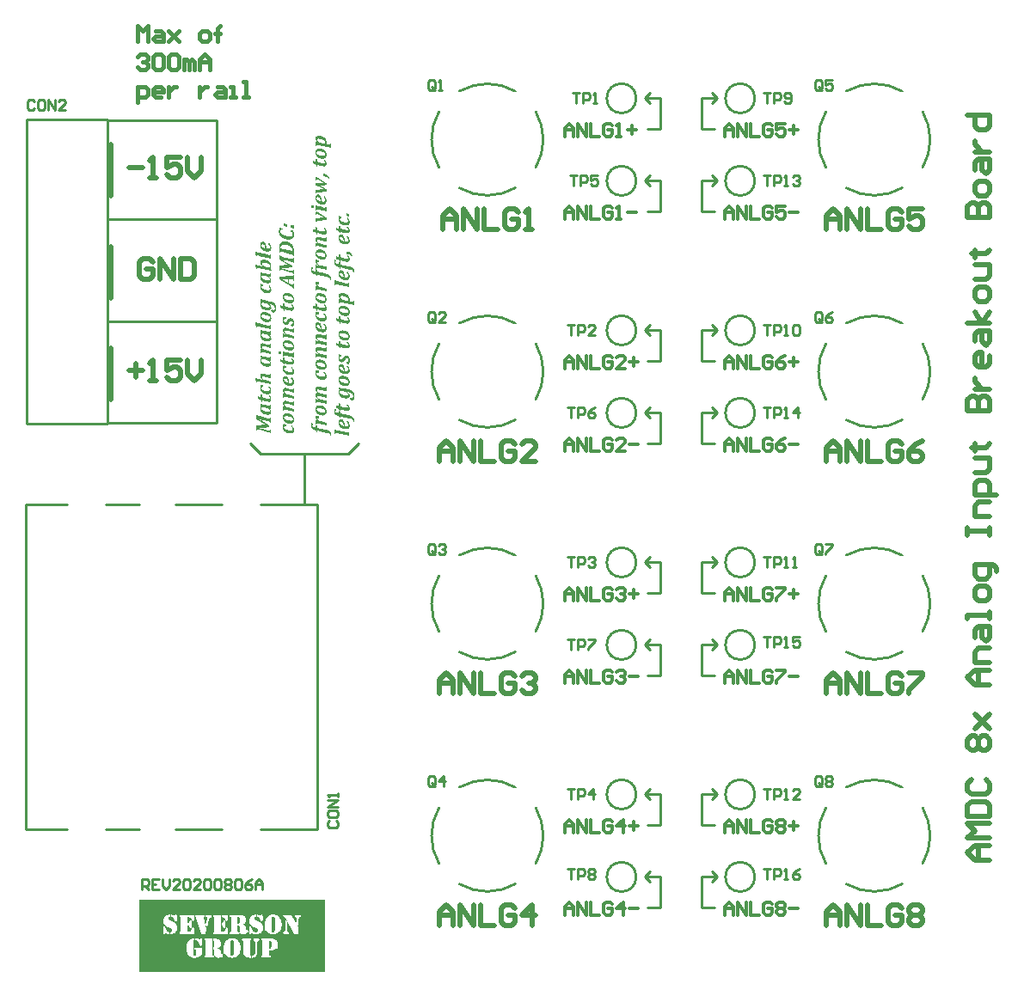
<source format=gto>
G04*
G04 #@! TF.GenerationSoftware,Altium Limited,Altium Designer,19.1.8 (144)*
G04*
G04 Layer_Color=65535*
%FSLAX25Y25*%
%MOIN*%
G70*
G01*
G75*
%ADD10C,0.01000*%
%ADD11C,0.02000*%
%ADD12C,0.01200*%
%ADD13C,0.01500*%
G36*
X202321Y397233D02*
Y396171D01*
X201065Y396448D01*
Y397517D01*
X202321Y397233D01*
D02*
G37*
G36*
X204938Y396650D02*
Y395588D01*
X203681Y395866D01*
Y396934D01*
X204938Y396650D01*
D02*
G37*
G36*
X200614Y395588D02*
Y395047D01*
X200607D01*
X200600D01*
X200579D01*
X200552D01*
X200489Y395040D01*
X200406Y395033D01*
X200315Y395019D01*
X200225Y395012D01*
X200135Y394991D01*
X200059Y394970D01*
X200052D01*
X200031Y394956D01*
X199996Y394942D01*
X199955Y394922D01*
X199864Y394859D01*
X199816Y394825D01*
X199781Y394776D01*
X199774Y394769D01*
X199767Y394755D01*
X199753Y394720D01*
X199732Y394679D01*
X199712Y394630D01*
X199698Y394568D01*
X199691Y394498D01*
X199684Y394415D01*
Y394380D01*
X199691Y394346D01*
Y394297D01*
X199705Y394242D01*
X199719Y394172D01*
X199740Y394103D01*
X199767Y394033D01*
Y394026D01*
X199781Y393999D01*
X199802Y393964D01*
X199830Y393915D01*
X199864Y393853D01*
X199906Y393791D01*
X199955Y393714D01*
X200017Y393645D01*
X200024Y393638D01*
X200052Y393610D01*
X200100Y393561D01*
X200163Y393506D01*
X200239Y393443D01*
X200329Y393374D01*
X200427Y393298D01*
X200545Y393221D01*
X200558Y393214D01*
X200600Y393187D01*
X200662Y393152D01*
X200753Y393103D01*
X200857Y393055D01*
X200982Y392992D01*
X201120Y392930D01*
X201273Y392874D01*
X201280D01*
X201287Y392867D01*
X201308Y392861D01*
X201336Y392854D01*
X201405Y392826D01*
X201495Y392798D01*
X201613Y392763D01*
X201738Y392722D01*
X201884Y392680D01*
X202044Y392638D01*
X202050D01*
X202064Y392632D01*
X202085D01*
X202113Y392624D01*
X202155Y392611D01*
X202196Y392604D01*
X202300Y392583D01*
X202418Y392555D01*
X202550Y392534D01*
X202828Y392493D01*
X202835D01*
X202842D01*
X202863Y392486D01*
X202890D01*
X202953Y392479D01*
X203043Y392472D01*
X203140Y392465D01*
X203244Y392458D01*
X203466Y392451D01*
X203473D01*
X203480D01*
X203522D01*
X203591Y392458D01*
X203667D01*
X203758Y392465D01*
X203855Y392479D01*
X203952Y392493D01*
X204042Y392513D01*
X204049D01*
X204077Y392527D01*
X204119Y392541D01*
X204174Y392562D01*
X204230Y392597D01*
X204285Y392632D01*
X204348Y392680D01*
X204396Y392736D01*
X204403Y392742D01*
X204417Y392763D01*
X204438Y392798D01*
X204459Y392854D01*
X204480Y392916D01*
X204500Y392992D01*
X204514Y393083D01*
X204521Y393180D01*
Y393235D01*
X204514Y393291D01*
X204507Y393367D01*
X204493Y393450D01*
X204480Y393541D01*
X204452Y393631D01*
X204417Y393714D01*
X204410Y393721D01*
X204396Y393749D01*
X204368Y393791D01*
X204334Y393846D01*
X204292Y393908D01*
X204243Y393971D01*
X204181Y394033D01*
X204112Y394096D01*
X204105Y394103D01*
X204077Y394124D01*
X204028Y394158D01*
X203966Y394193D01*
X203890Y394242D01*
X203792Y394297D01*
X203681Y394353D01*
X203556Y394415D01*
Y394956D01*
X204785Y394693D01*
Y394686D01*
X204792Y394672D01*
X204799Y394651D01*
X204806Y394623D01*
X204813Y394589D01*
X204826Y394547D01*
X204847Y394443D01*
X204875Y394318D01*
X204903Y394186D01*
X204931Y394040D01*
X204951Y393888D01*
Y393867D01*
X204958Y393846D01*
Y393818D01*
X204965Y393783D01*
Y393735D01*
X204972Y393631D01*
X204986Y393499D01*
X204993Y393353D01*
X205000Y393194D01*
Y392944D01*
X204993Y392881D01*
X204986Y392805D01*
X204972Y392722D01*
X204958Y392632D01*
X204938Y392527D01*
X204917Y392416D01*
X204882Y392305D01*
X204847Y392194D01*
X204799Y392083D01*
X204743Y391972D01*
X204681Y391861D01*
X204604Y391764D01*
X204521Y391667D01*
X204514Y391660D01*
X204500Y391646D01*
X204473Y391625D01*
X204431Y391590D01*
X204382Y391556D01*
X204320Y391521D01*
X204251Y391473D01*
X204167Y391431D01*
X204070Y391389D01*
X203966Y391348D01*
X203855Y391306D01*
X203730Y391271D01*
X203591Y391236D01*
X203445Y391216D01*
X203293Y391202D01*
X203126Y391195D01*
X203112D01*
X203078D01*
X203022D01*
X202939Y391202D01*
X202849Y391209D01*
X202738Y391216D01*
X202620Y391230D01*
X202488Y391244D01*
X202481D01*
X202460Y391250D01*
X202432D01*
X202391Y391257D01*
X202342Y391271D01*
X202287Y391278D01*
X202217Y391292D01*
X202148Y391306D01*
X201981Y391341D01*
X201808Y391389D01*
X201620Y391438D01*
X201426Y391500D01*
X201419D01*
X201398Y391507D01*
X201370Y391521D01*
X201329Y391535D01*
X201280Y391556D01*
X201225Y391583D01*
X201162Y391611D01*
X201086Y391639D01*
X200933Y391715D01*
X200767Y391799D01*
X200600Y391896D01*
X200433Y392007D01*
X200427Y392014D01*
X200413Y392021D01*
X200392Y392035D01*
X200364Y392062D01*
X200281Y392125D01*
X200184Y392208D01*
X200073Y392305D01*
X199955Y392423D01*
X199844Y392548D01*
X199732Y392687D01*
Y392694D01*
X199719Y392708D01*
X199705Y392729D01*
X199691Y392756D01*
X199663Y392791D01*
X199642Y392833D01*
X199580Y392937D01*
X199517Y393055D01*
X199448Y393194D01*
X199385Y393353D01*
X199330Y393513D01*
Y393520D01*
X199323Y393534D01*
X199316Y393554D01*
X199309Y393589D01*
X199295Y393631D01*
X199288Y393679D01*
X199275Y393735D01*
X199261Y393797D01*
X199233Y393936D01*
X199212Y394096D01*
X199198Y394276D01*
X199191Y394457D01*
Y394596D01*
X199198Y394693D01*
X199205Y394804D01*
X199212Y394922D01*
X199247Y395179D01*
Y395192D01*
X199254Y395213D01*
Y395241D01*
X199268Y395303D01*
X199281Y395394D01*
X199302Y395498D01*
X199330Y395609D01*
X199365Y395734D01*
X199399Y395859D01*
X200614Y395588D01*
D02*
G37*
G36*
X192997Y390362D02*
X193073Y390355D01*
X193156Y390334D01*
X193253Y390314D01*
X193344Y390279D01*
X193441Y390237D01*
X193455Y390230D01*
X193482Y390216D01*
X193531Y390182D01*
X193587Y390140D01*
X193656Y390078D01*
X193725Y390008D01*
X193802Y389918D01*
X193878Y389814D01*
X193885Y389800D01*
X193913Y389758D01*
X193947Y389696D01*
X193989Y389599D01*
X194044Y389481D01*
X194093Y389342D01*
X194149Y389175D01*
X194197Y388981D01*
Y388974D01*
X194204Y388960D01*
X194211Y388926D01*
X194218Y388884D01*
X194225Y388835D01*
X194232Y388773D01*
X194246Y388703D01*
X194260Y388620D01*
X194267Y388530D01*
X194281Y388433D01*
X194294Y388322D01*
X194301Y388211D01*
X194308Y388086D01*
X194322Y387961D01*
X194329Y387683D01*
X194343D01*
X194371Y387676D01*
X194419Y387669D01*
X194489Y387655D01*
X194565Y387649D01*
X194648Y387635D01*
X194836Y387628D01*
X194843D01*
X194863D01*
X194891D01*
X194933Y387635D01*
X195030Y387642D01*
X195134Y387655D01*
X195141D01*
X195155Y387662D01*
X195183Y387669D01*
X195217Y387683D01*
X195301Y387711D01*
X195384Y387760D01*
X195391Y387767D01*
X195398Y387773D01*
X195446Y387815D01*
X195502Y387878D01*
X195557Y387961D01*
Y387968D01*
X195564Y387982D01*
X195578Y388009D01*
X195585Y388051D01*
X195599Y388093D01*
X195613Y388148D01*
X195620Y388211D01*
Y388343D01*
X195613Y388412D01*
X195599Y388502D01*
X195585Y388606D01*
X195557Y388710D01*
X195523Y388828D01*
X195474Y388939D01*
Y388946D01*
X195467Y388953D01*
X195446Y388995D01*
X195405Y389057D01*
X195349Y389141D01*
X195280Y389245D01*
X195183Y389363D01*
X195072Y389495D01*
X194940Y389640D01*
X195294Y389987D01*
X195301Y389980D01*
X195315Y389967D01*
X195335Y389946D01*
X195370Y389918D01*
X195412Y389876D01*
X195453Y389828D01*
X195557Y389717D01*
X195675Y389585D01*
X195786Y389432D01*
X195897Y389266D01*
X195995Y389085D01*
Y389078D01*
X196002Y389064D01*
X196016Y389037D01*
X196029Y389002D01*
X196043Y388953D01*
X196064Y388905D01*
X196085Y388842D01*
X196106Y388773D01*
X196147Y388613D01*
X196182Y388433D01*
X196210Y388239D01*
X196217Y388030D01*
Y387947D01*
X196210Y387905D01*
Y387857D01*
X196196Y387746D01*
X196175Y387614D01*
X196147Y387475D01*
X196106Y387336D01*
X196050Y387204D01*
Y387197D01*
X196043Y387191D01*
X196016Y387149D01*
X195981Y387086D01*
X195925Y387010D01*
X195856Y386927D01*
X195766Y386843D01*
X195668Y386760D01*
X195551Y386691D01*
X195544D01*
X195537Y386684D01*
X195516Y386677D01*
X195488Y386663D01*
X195419Y386635D01*
X195322Y386608D01*
X195203Y386573D01*
X195065Y386545D01*
X194912Y386524D01*
X194746Y386517D01*
X194738D01*
X194704D01*
X194662D01*
X194593Y386524D01*
X194516Y386531D01*
X194419Y386538D01*
X194308Y386552D01*
X194190Y386573D01*
X194183D01*
X194169Y386580D01*
X194149D01*
X194114Y386587D01*
X194072Y386601D01*
X194031Y386608D01*
X193920Y386635D01*
X193795Y386670D01*
X193656Y386712D01*
X193517Y386760D01*
X193378Y386816D01*
X193371D01*
X193358Y386823D01*
X193337Y386837D01*
X193302Y386851D01*
X193267Y386871D01*
X193219Y386899D01*
X193115Y386962D01*
X192997Y387038D01*
X192872Y387128D01*
X192747Y387232D01*
X192622Y387350D01*
X192615Y387357D01*
X192608Y387364D01*
X192594Y387385D01*
X192566Y387406D01*
X192511Y387475D01*
X192441Y387572D01*
X192365Y387683D01*
X192282Y387815D01*
X192205Y387961D01*
X192136Y388121D01*
Y388127D01*
X192129Y388141D01*
X192122Y388162D01*
X192108Y388197D01*
X192094Y388239D01*
X192080Y388287D01*
X192067Y388343D01*
X192046Y388412D01*
X192018Y388551D01*
X191990Y388717D01*
X191970Y388898D01*
X191963Y389092D01*
Y389196D01*
X191970Y389245D01*
X191976Y389307D01*
X191990Y389446D01*
X192018Y389599D01*
X192060Y389758D01*
X192115Y389911D01*
X192150Y389980D01*
X192192Y390043D01*
Y390050D01*
X192199Y390057D01*
X192233Y390091D01*
X192289Y390147D01*
X192358Y390209D01*
X192455Y390265D01*
X192580Y390320D01*
X192719Y390355D01*
X192802Y390369D01*
X192885D01*
X192899D01*
X192941D01*
X192997Y390362D01*
D02*
G37*
G36*
X201530Y390515D02*
X201586D01*
X201655D01*
X201724Y390508D01*
X201884Y390494D01*
X202064Y390466D01*
X202252Y390438D01*
X202446Y390397D01*
X202453D01*
X202467Y390390D01*
X202495Y390383D01*
X202529Y390376D01*
X202578Y390362D01*
X202626Y390341D01*
X202751Y390307D01*
X202897Y390251D01*
X203057Y390189D01*
X203216Y390112D01*
X203383Y390029D01*
X203390D01*
X203404Y390015D01*
X203425Y390001D01*
X203452Y389987D01*
X203536Y389932D01*
X203640Y389862D01*
X203751Y389779D01*
X203876Y389682D01*
X204001Y389571D01*
X204126Y389446D01*
Y389439D01*
X204139Y389432D01*
X204153Y389411D01*
X204174Y389390D01*
X204230Y389321D01*
X204299Y389231D01*
X204375Y389134D01*
X204459Y389016D01*
X204535Y388891D01*
X204604Y388766D01*
Y388759D01*
X204611Y388752D01*
X204618Y388731D01*
X204632Y388703D01*
X204667Y388634D01*
X204702Y388544D01*
X204743Y388426D01*
X204785Y388301D01*
X204826Y388155D01*
X204861Y387996D01*
Y387975D01*
X204868Y387954D01*
X204875Y387919D01*
X204882Y387878D01*
Y387829D01*
X204889Y387773D01*
X204896Y387711D01*
X204910Y387558D01*
X204924Y387385D01*
X204931Y387191D01*
X204938Y386982D01*
Y384928D01*
X204667Y384991D01*
Y384998D01*
X204660Y385018D01*
X204646Y385053D01*
X204632Y385088D01*
X204591Y385178D01*
X204563Y385220D01*
X204535Y385254D01*
X204528Y385261D01*
X204521Y385268D01*
X204500Y385289D01*
X204473Y385310D01*
X204431Y385337D01*
X204389Y385365D01*
X204341Y385386D01*
X204285Y385414D01*
X204278D01*
X204257Y385428D01*
X204216Y385442D01*
X204167Y385455D01*
X204098Y385476D01*
X204022Y385497D01*
X203924Y385525D01*
X203820Y385546D01*
X200385Y386309D01*
X200371D01*
X200343Y386316D01*
X200295Y386323D01*
X200232Y386337D01*
X200156Y386344D01*
X200079Y386351D01*
X199899Y386358D01*
X199892D01*
X199871D01*
X199837Y386351D01*
X199802D01*
X199719Y386323D01*
X199677Y386302D01*
X199642Y386274D01*
X199635D01*
X199628Y386261D01*
X199615Y386240D01*
X199601Y386212D01*
X199580Y386177D01*
X199566Y386136D01*
X199545Y386080D01*
X199538Y386018D01*
X199261Y386073D01*
Y387968D01*
X199268Y388107D01*
X199275Y388259D01*
X199281Y388419D01*
X199295Y388585D01*
X199316Y388731D01*
Y388745D01*
X199323Y388766D01*
Y388794D01*
X199337Y388863D01*
X199358Y388953D01*
X199385Y389057D01*
X199413Y389161D01*
X199448Y389280D01*
X199490Y389384D01*
X199497Y389390D01*
X199504Y389418D01*
X199524Y389453D01*
X199545Y389502D01*
X199580Y389564D01*
X199621Y389627D01*
X199712Y389779D01*
X199719Y389786D01*
X199740Y389814D01*
X199767Y389856D01*
X199809Y389911D01*
X199864Y389967D01*
X199927Y390036D01*
X200003Y390098D01*
X200086Y390168D01*
X200100Y390175D01*
X200128Y390195D01*
X200177Y390230D01*
X200246Y390265D01*
X200329Y390307D01*
X200427Y390355D01*
X200538Y390397D01*
X200656Y390431D01*
X200662D01*
X200669Y390438D01*
X200711Y390445D01*
X200781Y390459D01*
X200871Y390480D01*
X200975Y390494D01*
X201100Y390508D01*
X201238Y390515D01*
X201384Y390522D01*
X201391D01*
X201412D01*
X201440D01*
X201481D01*
X201530Y390515D01*
D02*
G37*
G36*
X195044Y385310D02*
X195051D01*
X195079Y385303D01*
X195113Y385296D01*
X195155Y385289D01*
X195252Y385268D01*
X195301Y385261D01*
X195342Y385254D01*
X195349D01*
X195356D01*
X195405Y385247D01*
X195460Y385240D01*
X195523D01*
X195530D01*
X195551D01*
X195585Y385247D01*
X195620Y385254D01*
X195710Y385282D01*
X195745Y385303D01*
X195780Y385331D01*
Y385337D01*
X195793Y385351D01*
X195807Y385372D01*
X195821Y385407D01*
X195835Y385455D01*
X195856Y385511D01*
X195870Y385580D01*
X195884Y385657D01*
X196154Y385615D01*
Y383880D01*
X191456Y384935D01*
X191449D01*
X191435Y384942D01*
X191414D01*
X191386Y384949D01*
X191317Y384963D01*
X191227Y384984D01*
X191130Y384998D01*
X191033Y385011D01*
X190935Y385018D01*
X190859Y385025D01*
X190852D01*
X190845D01*
X190811D01*
X190762Y385018D01*
X190720Y385004D01*
X190713D01*
X190686Y384991D01*
X190658Y384977D01*
X190630Y384949D01*
X190623Y384942D01*
X190609Y384921D01*
X190595Y384893D01*
X190582Y384852D01*
X190575Y384838D01*
Y384824D01*
X190568Y384796D01*
X190561Y384762D01*
X190554Y384720D01*
X190540Y384664D01*
X190533Y384602D01*
X190262Y384671D01*
X190200Y385914D01*
Y386385D01*
X195044Y385310D01*
D02*
G37*
G36*
X199538Y385192D02*
Y385185D01*
X199545Y385164D01*
X199559Y385129D01*
X199573Y385095D01*
X199615Y385004D01*
X199642Y384963D01*
X199677Y384921D01*
X199684Y384914D01*
X199691Y384907D01*
X199712Y384886D01*
X199740Y384866D01*
X199774Y384845D01*
X199816Y384817D01*
X199864Y384789D01*
X199920Y384762D01*
X199927D01*
X199948Y384748D01*
X199989Y384741D01*
X200038Y384720D01*
X200100Y384699D01*
X200184Y384678D01*
X200274Y384657D01*
X200385Y384630D01*
X203820Y383873D01*
X203827D01*
X203834D01*
X203883Y383859D01*
X203931Y383852D01*
X203987Y383839D01*
X204001D01*
X204028Y383832D01*
X204070D01*
X204126Y383825D01*
X204139D01*
X204174D01*
X204230D01*
X204306D01*
X204313D01*
X204334D01*
X204368Y383832D01*
X204403D01*
X204486Y383859D01*
X204528Y383873D01*
X204563Y383901D01*
Y383908D01*
X204577Y383915D01*
X204591Y383936D01*
X204604Y383963D01*
X204618Y384005D01*
X204639Y384047D01*
X204653Y384102D01*
X204667Y384165D01*
X204938Y384109D01*
Y382013D01*
X204667Y382076D01*
Y382083D01*
X204660Y382103D01*
X204646Y382138D01*
X204632Y382173D01*
X204591Y382263D01*
X204563Y382305D01*
X204535Y382340D01*
X204528Y382346D01*
X204521Y382353D01*
X204500Y382374D01*
X204473Y382395D01*
X204431Y382423D01*
X204389Y382451D01*
X204341Y382471D01*
X204285Y382499D01*
X204278D01*
X204257Y382513D01*
X204216Y382527D01*
X204167Y382541D01*
X204098Y382561D01*
X204022Y382589D01*
X203924Y382610D01*
X203820Y382638D01*
X202071Y383020D01*
X202057D01*
X202016Y383033D01*
X201953Y383047D01*
X201870Y383068D01*
X201759Y383089D01*
X201634Y383117D01*
X201481Y383151D01*
X201315Y383193D01*
X201308D01*
X201294Y383200D01*
X201266Y383207D01*
X201232Y383214D01*
X201190Y383228D01*
X201141Y383242D01*
X201079Y383256D01*
X201016Y383269D01*
X200864Y383311D01*
X200697Y383360D01*
X200517Y383415D01*
X200329Y383471D01*
Y383387D01*
X200336D01*
X200343Y383381D01*
X200364Y383367D01*
X200392Y383353D01*
X200461Y383311D01*
X200552Y383262D01*
X200669Y383193D01*
X200794Y383124D01*
X200926Y383047D01*
X201072Y382964D01*
X204313Y381090D01*
Y380417D01*
X201815Y380146D01*
X201808D01*
X201794D01*
X201766Y380139D01*
X201731D01*
X201690Y380133D01*
X201641Y380126D01*
X201530Y380119D01*
X201398Y380105D01*
X201259Y380091D01*
X201120Y380077D01*
X200982Y380063D01*
X200975D01*
X200968D01*
X200947D01*
X200919Y380056D01*
X200850D01*
X200760Y380049D01*
X200656Y380042D01*
X200538Y380035D01*
X200413Y380028D01*
X200288Y380022D01*
Y379952D01*
X200295D01*
X200302D01*
X200329Y379945D01*
X200357D01*
X200392Y379938D01*
X200433Y379931D01*
X200538Y379910D01*
X200669Y379890D01*
X200815Y379862D01*
X200982Y379834D01*
X201162Y379799D01*
X201169D01*
X201183Y379792D01*
X201211D01*
X201245Y379785D01*
X201287Y379779D01*
X201336Y379765D01*
X201447Y379744D01*
X201579Y379716D01*
X201717Y379688D01*
X201856Y379661D01*
X201988Y379633D01*
X203820Y379230D01*
X203827D01*
X203834D01*
X203883Y379217D01*
X203931Y379209D01*
X203987Y379196D01*
X204001D01*
X204028Y379189D01*
X204070D01*
X204126Y379182D01*
X204139D01*
X204174D01*
X204230Y379175D01*
X204306D01*
X204313D01*
X204334D01*
X204368Y379182D01*
X204403Y379189D01*
X204486Y379209D01*
X204528Y379230D01*
X204563Y379258D01*
Y379265D01*
X204577Y379272D01*
X204591Y379293D01*
X204604Y379321D01*
X204618Y379362D01*
X204639Y379404D01*
X204653Y379459D01*
X204667Y379522D01*
X204938Y379466D01*
Y377940D01*
X204667Y377995D01*
Y378002D01*
X204660Y378023D01*
X204646Y378058D01*
X204632Y378092D01*
X204591Y378182D01*
X204563Y378224D01*
X204535Y378259D01*
X204528Y378266D01*
X204521Y378273D01*
X204500Y378293D01*
X204473Y378314D01*
X204431Y378342D01*
X204389Y378370D01*
X204341Y378391D01*
X204285Y378418D01*
X204278D01*
X204257Y378432D01*
X204216Y378446D01*
X204167Y378460D01*
X204098Y378481D01*
X204022Y378509D01*
X203924Y378529D01*
X203820Y378557D01*
X200385Y379314D01*
X200371D01*
X200343Y379321D01*
X200295Y379334D01*
X200232Y379341D01*
X200156Y379355D01*
X200079Y379362D01*
X199899Y379369D01*
X199892D01*
X199871D01*
X199837Y379362D01*
X199802D01*
X199719Y379334D01*
X199677Y379314D01*
X199642Y379286D01*
X199635D01*
X199628Y379272D01*
X199615Y379251D01*
X199601Y379223D01*
X199580Y379189D01*
X199566Y379140D01*
X199545Y379085D01*
X199538Y379022D01*
X199261Y379085D01*
Y381021D01*
X202738Y381347D01*
X199261Y383318D01*
Y385254D01*
X199538Y385192D01*
D02*
G37*
G36*
X193427Y383387D02*
X193524Y383381D01*
X193649Y383373D01*
X193788Y383360D01*
X193940Y383332D01*
X194100Y383304D01*
X194107D01*
X194121Y383297D01*
X194142D01*
X194176Y383290D01*
X194211Y383283D01*
X194253Y383269D01*
X194364Y383242D01*
X194482Y383207D01*
X194614Y383165D01*
X194746Y383117D01*
X194877Y383061D01*
X194884D01*
X194891Y383054D01*
X194933Y383033D01*
X194995Y382999D01*
X195079Y382957D01*
X195169Y382902D01*
X195266Y382839D01*
X195370Y382770D01*
X195467Y382686D01*
X195481Y382680D01*
X195509Y382645D01*
X195557Y382603D01*
X195613Y382541D01*
X195682Y382464D01*
X195752Y382381D01*
X195821Y382291D01*
X195891Y382187D01*
X195897Y382173D01*
X195918Y382138D01*
X195946Y382083D01*
X195981Y382013D01*
X196022Y381923D01*
X196064Y381826D01*
X196106Y381715D01*
X196140Y381597D01*
Y381583D01*
X196154Y381541D01*
X196161Y381479D01*
X196175Y381396D01*
X196189Y381298D01*
X196203Y381181D01*
X196210Y381056D01*
X196217Y380924D01*
Y380875D01*
X196210Y380826D01*
Y380757D01*
X196203Y380681D01*
X196189Y380591D01*
X196154Y380403D01*
Y380389D01*
X196140Y380362D01*
X196126Y380313D01*
X196099Y380244D01*
X196071Y380167D01*
X196029Y380077D01*
X195981Y379980D01*
X195925Y379883D01*
X196217Y379494D01*
X196154Y379043D01*
X191456Y380098D01*
X191449D01*
X191442Y380105D01*
X191421D01*
X191393Y380112D01*
X191324Y380126D01*
X191234Y380139D01*
X191137Y380153D01*
X191040Y380167D01*
X190942Y380181D01*
X190859D01*
X190852D01*
X190845D01*
X190811D01*
X190762Y380174D01*
X190720Y380160D01*
X190713D01*
X190686Y380146D01*
X190658Y380133D01*
X190630Y380105D01*
X190623Y380098D01*
X190609Y380077D01*
X190595Y380049D01*
X190582Y380008D01*
X190575Y379994D01*
Y379980D01*
X190568Y379959D01*
X190561Y379924D01*
X190554Y379883D01*
X190540Y379827D01*
X190533Y379765D01*
X190262Y379834D01*
X190200Y381056D01*
Y381541D01*
X192747Y380910D01*
X192761Y380965D01*
X192754D01*
X192747Y380979D01*
X192712Y381007D01*
X192657Y381056D01*
X192587Y381125D01*
X192511Y381194D01*
X192434Y381278D01*
X192358Y381361D01*
X192289Y381444D01*
X192282Y381451D01*
X192261Y381486D01*
X192226Y381527D01*
X192192Y381583D01*
X192150Y381652D01*
X192108Y381729D01*
X192074Y381805D01*
X192039Y381888D01*
X192032Y381902D01*
X192025Y381930D01*
X192011Y381979D01*
X191997Y382041D01*
X191983Y382117D01*
X191976Y382201D01*
X191963Y382298D01*
Y382451D01*
X191970Y382506D01*
X191976Y382575D01*
X191997Y382652D01*
X192018Y382735D01*
X192053Y382825D01*
X192101Y382909D01*
X192108Y382915D01*
X192129Y382943D01*
X192157Y382985D01*
X192205Y383040D01*
X192261Y383096D01*
X192337Y383151D01*
X192428Y383214D01*
X192532Y383262D01*
X192545Y383269D01*
X192587Y383283D01*
X192650Y383304D01*
X192740Y383332D01*
X192844Y383353D01*
X192976Y383373D01*
X193122Y383387D01*
X193288Y383394D01*
X193295D01*
X193302D01*
X193323D01*
X193351D01*
X193427Y383387D01*
D02*
G37*
G36*
X194933Y377967D02*
X194940D01*
X194967Y377960D01*
X195009Y377953D01*
X195058Y377940D01*
X195176Y377912D01*
X195231Y377905D01*
X195287Y377891D01*
X195294D01*
X195308D01*
X195335Y377884D01*
X195363D01*
X195432Y377877D01*
X195509Y377870D01*
X195516D01*
X195537D01*
X195571Y377877D01*
X195613Y377884D01*
X195703Y377912D01*
X195745Y377933D01*
X195780Y377960D01*
Y377967D01*
X195793Y377981D01*
X195807Y378002D01*
X195821Y378037D01*
X195842Y378085D01*
X195856Y378141D01*
X195870Y378210D01*
X195884Y378287D01*
X196154Y378245D01*
Y376642D01*
X195308Y376871D01*
X195287Y376815D01*
X195294D01*
X195301Y376801D01*
X195322Y376787D01*
X195349Y376767D01*
X195412Y376711D01*
X195495Y376642D01*
X195585Y376558D01*
X195682Y376475D01*
X195773Y376378D01*
X195856Y376288D01*
X195863Y376274D01*
X195891Y376246D01*
X195925Y376198D01*
X195967Y376135D01*
X196016Y376066D01*
X196057Y375982D01*
X196106Y375899D01*
X196140Y375809D01*
Y375795D01*
X196154Y375767D01*
X196161Y375719D01*
X196175Y375656D01*
X196189Y375573D01*
X196203Y375483D01*
X196210Y375379D01*
X196217Y375268D01*
Y375219D01*
X196210Y375164D01*
X196203Y375094D01*
X196182Y375018D01*
X196161Y374927D01*
X196126Y374837D01*
X196085Y374754D01*
X196078Y374747D01*
X196057Y374719D01*
X196029Y374678D01*
X195981Y374629D01*
X195918Y374574D01*
X195849Y374511D01*
X195759Y374456D01*
X195655Y374400D01*
X195648D01*
X195641Y374393D01*
X195599Y374379D01*
X195537Y374359D01*
X195446Y374338D01*
X195335Y374317D01*
X195210Y374296D01*
X195065Y374282D01*
X194898Y374275D01*
X194891D01*
X194877D01*
X194857D01*
X194822D01*
X194780D01*
X194738Y374282D01*
X194621Y374289D01*
X194489Y374303D01*
X194343Y374317D01*
X194183Y374345D01*
X194017Y374379D01*
X194010D01*
X193996Y374386D01*
X193975Y374393D01*
X193940Y374400D01*
X193899Y374407D01*
X193857Y374421D01*
X193746Y374456D01*
X193621Y374497D01*
X193482Y374553D01*
X193337Y374608D01*
X193191Y374678D01*
X193184D01*
X193170Y374685D01*
X193156Y374698D01*
X193128Y374712D01*
X193052Y374761D01*
X192962Y374816D01*
X192858Y374893D01*
X192747Y374976D01*
X192636Y375073D01*
X192525Y375184D01*
Y375191D01*
X192511Y375198D01*
X192476Y375240D01*
X192428Y375302D01*
X192365Y375386D01*
X192303Y375490D01*
X192233Y375601D01*
X192164Y375733D01*
X192108Y375871D01*
Y375878D01*
X192101Y375892D01*
X192094Y375913D01*
X192087Y375941D01*
X192074Y375975D01*
X192060Y376017D01*
X192032Y376121D01*
X192011Y376246D01*
X191983Y376392D01*
X191970Y376545D01*
X191963Y376711D01*
Y376774D01*
X191970Y376815D01*
Y376871D01*
X191976Y376933D01*
X191990Y377003D01*
X191997Y377072D01*
X192032Y377239D01*
X192087Y377419D01*
X192164Y377592D01*
X192205Y377683D01*
X192261Y377766D01*
X191963Y378141D01*
X192032Y378606D01*
X194933Y377967D01*
D02*
G37*
G36*
X204938Y377447D02*
Y375295D01*
X204667Y375358D01*
Y375365D01*
X204660Y375386D01*
Y375420D01*
X204653Y375462D01*
X204625Y375552D01*
X204604Y375601D01*
X204577Y375642D01*
X204570Y375649D01*
X204563Y375663D01*
X204542Y375677D01*
X204514Y375705D01*
X204445Y375753D01*
X204355Y375795D01*
X204348D01*
X204327Y375802D01*
X204299Y375809D01*
X204251Y375816D01*
X204202Y375823D01*
X204133Y375830D01*
X204056Y375837D01*
X203966D01*
X203959D01*
X203931D01*
X203896D01*
X203848D01*
X203792D01*
X203730Y375830D01*
X203591Y375823D01*
X203182Y375816D01*
Y374192D01*
X203286Y374129D01*
X203293Y374123D01*
X203314Y374116D01*
X203348Y374095D01*
X203383Y374074D01*
X203487Y374025D01*
X203591Y373970D01*
X203598D01*
X203612Y373956D01*
X203640Y373942D01*
X203675Y373928D01*
X203758Y373886D01*
X203862Y373845D01*
X203869D01*
X203883Y373838D01*
X203910Y373824D01*
X203945Y373817D01*
X204028Y373789D01*
X204112Y373769D01*
X204119D01*
X204133D01*
X204153Y373762D01*
X204181D01*
X204243Y373755D01*
X204320Y373748D01*
X204334D01*
X204368Y373755D01*
X204417Y373769D01*
X204473Y373789D01*
X204535Y373831D01*
X204591Y373900D01*
X204618Y373935D01*
X204639Y373984D01*
X204653Y374039D01*
X204667Y374102D01*
X204938Y374039D01*
Y372290D01*
X204667Y372353D01*
Y372360D01*
X204660Y372381D01*
X204653Y372401D01*
X204639Y372436D01*
X204604Y372519D01*
X204556Y372603D01*
X204549Y372610D01*
X204542Y372623D01*
X204521Y372644D01*
X204500Y372665D01*
X204431Y372734D01*
X204341Y372804D01*
X204334Y372811D01*
X204313Y372825D01*
X204278Y372846D01*
X204230Y372880D01*
X204167Y372922D01*
X204084Y372971D01*
X203987Y373026D01*
X203876Y373088D01*
X199233Y375677D01*
Y376878D01*
X203681Y377051D01*
X203695D01*
X203723D01*
X203772Y377058D01*
X203827D01*
X203890D01*
X203959Y377065D01*
X204022Y377072D01*
X204084Y377079D01*
X204091D01*
X204105Y377086D01*
X204133D01*
X204167Y377093D01*
X204251Y377114D01*
X204334Y377134D01*
X204341D01*
X204348Y377141D01*
X204396Y377155D01*
X204452Y377183D01*
X204507Y377218D01*
X204521Y377225D01*
X204549Y377252D01*
X204584Y377287D01*
X204618Y377336D01*
Y377343D01*
X204625Y377350D01*
X204639Y377384D01*
X204653Y377440D01*
X204667Y377509D01*
X204938Y377447D01*
D02*
G37*
G36*
X193142Y373928D02*
Y373179D01*
X193135D01*
X193128D01*
X193087Y373186D01*
X193031D01*
X192969D01*
X192962D01*
X192955D01*
X192920D01*
X192865Y373179D01*
X192802Y373172D01*
X192657Y373151D01*
X192587Y373123D01*
X192532Y373095D01*
X192525Y373088D01*
X192511Y373081D01*
X192490Y373061D01*
X192462Y373026D01*
X192434Y372991D01*
X192414Y372943D01*
X192400Y372887D01*
X192393Y372825D01*
Y372811D01*
X192400Y372776D01*
X192414Y372714D01*
X192434Y372637D01*
X192476Y372547D01*
X192538Y372450D01*
X192580Y372401D01*
X192629Y372346D01*
X192684Y372297D01*
X192747Y372242D01*
X192754D01*
X192761Y372228D01*
X192781Y372214D01*
X192809Y372193D01*
X192851Y372172D01*
X192893Y372145D01*
X192941Y372117D01*
X193003Y372082D01*
X193066Y372041D01*
X193142Y372006D01*
X193226Y371971D01*
X193309Y371930D01*
X193406Y371888D01*
X193510Y371853D01*
X193732Y371777D01*
X193739D01*
X193760Y371770D01*
X193795Y371763D01*
X193836Y371749D01*
X193892Y371735D01*
X193954Y371714D01*
X194024Y371700D01*
X194107Y371687D01*
X194273Y371652D01*
X194461Y371617D01*
X194648Y371596D01*
X194836Y371589D01*
X194843D01*
X194870D01*
X194905Y371596D01*
X194961D01*
X195016Y371610D01*
X195086Y371617D01*
X195224Y371659D01*
X195301Y371693D01*
X195370Y371728D01*
X195440Y371777D01*
X195495Y371832D01*
X195551Y371895D01*
X195585Y371971D01*
X195613Y372061D01*
X195620Y372159D01*
Y372207D01*
X195613Y372263D01*
X195606Y372332D01*
X195585Y372415D01*
X195564Y372505D01*
X195530Y372603D01*
X195488Y372700D01*
X195481Y372714D01*
X195460Y372748D01*
X195432Y372797D01*
X195384Y372866D01*
X195322Y372957D01*
X195252Y373054D01*
X195162Y373165D01*
X195058Y373283D01*
X195419Y373616D01*
X195426Y373609D01*
X195440Y373595D01*
X195460Y373574D01*
X195488Y373539D01*
X195523Y373498D01*
X195564Y373456D01*
X195661Y373345D01*
X195759Y373213D01*
X195863Y373061D01*
X195960Y372908D01*
X196036Y372741D01*
Y372734D01*
X196043Y372721D01*
X196050Y372700D01*
X196064Y372665D01*
X196078Y372623D01*
X196092Y372575D01*
X196113Y372519D01*
X196126Y372457D01*
X196161Y372318D01*
X196189Y372151D01*
X196210Y371971D01*
X196217Y371784D01*
Y371714D01*
X196210Y371631D01*
X196196Y371534D01*
X196175Y371416D01*
X196140Y371291D01*
X196099Y371166D01*
X196036Y371048D01*
X196029Y371034D01*
X196002Y371000D01*
X195960Y370944D01*
X195904Y370875D01*
X195828Y370805D01*
X195745Y370729D01*
X195641Y370653D01*
X195523Y370590D01*
X195516D01*
X195509Y370583D01*
X195488Y370576D01*
X195460Y370569D01*
X195391Y370542D01*
X195294Y370521D01*
X195176Y370493D01*
X195044Y370465D01*
X194891Y370451D01*
X194725Y370444D01*
X194718D01*
X194711D01*
X194690D01*
X194662D01*
X194593Y370451D01*
X194496Y370458D01*
X194385Y370465D01*
X194267Y370479D01*
X194135Y370500D01*
X194003Y370528D01*
X193989D01*
X193954Y370542D01*
X193906Y370555D01*
X193836Y370569D01*
X193760Y370597D01*
X193677Y370625D01*
X193489Y370694D01*
X193482D01*
X193475Y370701D01*
X193434Y370715D01*
X193371Y370743D01*
X193288Y370784D01*
X193198Y370826D01*
X193094Y370882D01*
X192997Y370944D01*
X192899Y371006D01*
X192885Y371013D01*
X192851Y371041D01*
X192795Y371090D01*
X192726Y371145D01*
X192650Y371222D01*
X192566Y371305D01*
X192483Y371409D01*
X192400Y371513D01*
Y371520D01*
X192393Y371527D01*
X192365Y371569D01*
X192323Y371624D01*
X192275Y371707D01*
X192226Y371804D01*
X192171Y371922D01*
X192122Y372047D01*
X192074Y372179D01*
Y372186D01*
X192067Y372193D01*
X192060Y372214D01*
X192053Y372242D01*
X192039Y372318D01*
X192018Y372422D01*
X191997Y372540D01*
X191976Y372679D01*
X191970Y372825D01*
X191963Y372984D01*
Y373088D01*
X191970Y373165D01*
X191976Y373255D01*
X191983Y373359D01*
X191997Y373470D01*
X192011Y373588D01*
Y373602D01*
X192018Y373644D01*
X192025Y373706D01*
X192039Y373782D01*
X192060Y373873D01*
X192080Y373970D01*
X192101Y374067D01*
X192129Y374164D01*
X193142Y373928D01*
D02*
G37*
G36*
X202391Y370528D02*
X202446D01*
X202516Y370521D01*
X202585Y370514D01*
X202758Y370493D01*
X202939Y370458D01*
X203140Y370416D01*
X203348Y370354D01*
X203355D01*
X203376Y370347D01*
X203404Y370333D01*
X203438Y370319D01*
X203487Y370305D01*
X203543Y370278D01*
X203675Y370222D01*
X203820Y370153D01*
X203973Y370063D01*
X204133Y369965D01*
X204278Y369847D01*
X204285Y369841D01*
X204292Y369834D01*
X204313Y369813D01*
X204341Y369792D01*
X204403Y369723D01*
X204486Y369632D01*
X204577Y369521D01*
X204667Y369389D01*
X204750Y369244D01*
X204826Y369084D01*
Y369077D01*
X204833Y369063D01*
X204840Y369042D01*
X204854Y369008D01*
X204868Y368966D01*
X204882Y368917D01*
X204896Y368855D01*
X204910Y368793D01*
X204944Y368647D01*
X204972Y368473D01*
X204993Y368286D01*
X205000Y368085D01*
Y368008D01*
X204993Y367967D01*
Y367925D01*
X204979Y367814D01*
X204958Y367689D01*
X204931Y367550D01*
X204896Y367411D01*
X204840Y367280D01*
Y367273D01*
X204833Y367266D01*
X204813Y367224D01*
X204771Y367162D01*
X204715Y367078D01*
X204653Y366995D01*
X204563Y366905D01*
X204466Y366815D01*
X204348Y366731D01*
X204341D01*
X204334Y366724D01*
X204313Y366711D01*
X204285Y366704D01*
X204216Y366669D01*
X204119Y366634D01*
X204001Y366599D01*
X203862Y366565D01*
X203702Y366544D01*
X203529Y366537D01*
X203522D01*
X203494D01*
X203459D01*
X203404Y366544D01*
X203348D01*
X203279Y366551D01*
X203119Y366565D01*
X203105D01*
X203071Y366572D01*
X203015Y366579D01*
X202939Y366593D01*
X202855Y366606D01*
X202758Y366620D01*
X202654Y366648D01*
X202543Y366676D01*
X202536D01*
X202529Y366683D01*
X202488Y366697D01*
X202418Y366718D01*
X202335Y366745D01*
X202245Y366780D01*
X202141Y366822D01*
X202037Y366863D01*
X201933Y366919D01*
X201926D01*
X201919Y366926D01*
X201884Y366947D01*
X201828Y366981D01*
X201759Y367023D01*
X201676Y367078D01*
X201592Y367141D01*
X201502Y367210D01*
X201419Y367287D01*
X201412Y367294D01*
X201384Y367321D01*
X201343Y367363D01*
X201287Y367419D01*
X201232Y367488D01*
X201169Y367564D01*
X201107Y367648D01*
X201051Y367738D01*
X201044Y367752D01*
X201030Y367779D01*
X201003Y367828D01*
X200968Y367897D01*
X200933Y367974D01*
X200899Y368064D01*
X200864Y368168D01*
X200836Y368272D01*
Y368279D01*
X200829Y368286D01*
Y368307D01*
X200822Y368335D01*
X200808Y368397D01*
X200787Y368487D01*
X200774Y368598D01*
X200760Y368716D01*
X200753Y368848D01*
X200746Y368987D01*
Y369070D01*
X200753Y369119D01*
Y369167D01*
X200767Y369285D01*
X200794Y369424D01*
X200829Y369570D01*
X200878Y369709D01*
X200940Y369847D01*
Y369854D01*
X200947Y369861D01*
X200975Y369903D01*
X201016Y369965D01*
X201079Y370049D01*
X201148Y370132D01*
X201238Y370215D01*
X201350Y370299D01*
X201467Y370368D01*
X201474D01*
X201481Y370375D01*
X201502Y370382D01*
X201523Y370396D01*
X201599Y370424D01*
X201690Y370451D01*
X201801Y370479D01*
X201933Y370507D01*
X202085Y370528D01*
X202245Y370534D01*
X202252D01*
X202273D01*
X202300D01*
X202342D01*
X202391Y370528D01*
D02*
G37*
G36*
X201336Y366364D02*
Y365343D01*
X203237Y364878D01*
X203244D01*
X203258Y364872D01*
X203286D01*
X203314Y364864D01*
X203390Y364844D01*
X203480Y364823D01*
X203487D01*
X203501D01*
X203522Y364816D01*
X203550Y364809D01*
X203626Y364795D01*
X203709Y364781D01*
X203716D01*
X203730D01*
X203751Y364774D01*
X203772D01*
X203834Y364767D01*
X203896Y364760D01*
X203910D01*
X203938D01*
X203980Y364754D01*
X204028D01*
X204035D01*
X204063D01*
X204098Y364760D01*
X204139D01*
X204230Y364781D01*
X204271Y364802D01*
X204313Y364823D01*
X204320Y364830D01*
X204327Y364837D01*
X204355Y364878D01*
X204389Y364941D01*
X204396Y364983D01*
X204403Y365031D01*
Y365066D01*
X204396Y365101D01*
X204389Y365149D01*
X204368Y365205D01*
X204348Y365274D01*
X204313Y365343D01*
X204271Y365413D01*
X204264Y365420D01*
X204243Y365447D01*
X204216Y365489D01*
X204167Y365545D01*
X204112Y365607D01*
X204035Y365676D01*
X203952Y365760D01*
X203855Y365843D01*
X204181Y366162D01*
X204188D01*
X204195Y366148D01*
X204237Y366114D01*
X204292Y366058D01*
X204368Y365989D01*
X204445Y365905D01*
X204528Y365815D01*
X204611Y365725D01*
X204681Y365635D01*
X204688Y365628D01*
X204709Y365593D01*
X204736Y365552D01*
X204771Y365489D01*
X204813Y365413D01*
X204854Y365336D01*
X204889Y365246D01*
X204924Y365149D01*
Y365135D01*
X204938Y365107D01*
X204944Y365052D01*
X204958Y364983D01*
X204972Y364899D01*
X204986Y364795D01*
X204993Y364684D01*
X205000Y364566D01*
Y364511D01*
X204993Y364448D01*
X204986Y364372D01*
X204972Y364282D01*
X204951Y364184D01*
X204924Y364094D01*
X204882Y364004D01*
X204875Y363997D01*
X204861Y363969D01*
X204833Y363928D01*
X204799Y363879D01*
X204750Y363824D01*
X204695Y363775D01*
X204632Y363719D01*
X204556Y363678D01*
X204549Y363671D01*
X204521Y363664D01*
X204480Y363650D01*
X204417Y363629D01*
X204348Y363608D01*
X204271Y363595D01*
X204181Y363588D01*
X204091Y363581D01*
X204084D01*
X204056D01*
X204022D01*
X203973Y363588D01*
X203917D01*
X203855Y363595D01*
X203723Y363608D01*
X203716D01*
X203688Y363615D01*
X203647Y363622D01*
X203584Y363636D01*
X203501Y363650D01*
X203404Y363671D01*
X203279Y363699D01*
X203140Y363733D01*
X201336Y364157D01*
Y363595D01*
X201058Y363657D01*
Y363671D01*
X201051Y363699D01*
Y363747D01*
X201044Y363803D01*
X201016Y363935D01*
X200996Y364004D01*
X200975Y364059D01*
Y364066D01*
X200961Y364087D01*
X200947Y364108D01*
X200926Y364143D01*
X200864Y364226D01*
X200774Y364302D01*
X200767Y364309D01*
X200746Y364323D01*
X200718Y364337D01*
X200676Y364365D01*
X200621Y364393D01*
X200558Y364427D01*
X200489Y364462D01*
X200406Y364497D01*
X200392Y364504D01*
X200364Y364511D01*
X200309Y364531D01*
X200239Y364559D01*
X200149Y364594D01*
X200038Y364629D01*
X199913Y364663D01*
X199774Y364705D01*
Y365704D01*
X200815Y365461D01*
Y366475D01*
X201336Y366364D01*
D02*
G37*
G36*
X193656Y367710D02*
X193663D01*
X193677Y367703D01*
X193698D01*
X193725Y367696D01*
X193802Y367675D01*
X193899Y367654D01*
X194017Y367634D01*
X194149Y367606D01*
X194419Y367550D01*
X195703Y367287D01*
X195710D01*
X195724Y367280D01*
X195752D01*
X195786Y367266D01*
X195835Y367259D01*
X195884Y367245D01*
X196002Y367224D01*
X196133Y367189D01*
X196279Y367155D01*
X196418Y367113D01*
X196550Y367072D01*
X196564Y367064D01*
X196598Y367051D01*
X196654Y367030D01*
X196723Y367002D01*
X196800Y366974D01*
X196883Y366933D01*
X196966Y366891D01*
X197043Y366849D01*
X197049Y366842D01*
X197077Y366829D01*
X197112Y366808D01*
X197161Y366773D01*
X197209Y366738D01*
X197272Y366697D01*
X197390Y366593D01*
X197397Y366586D01*
X197410Y366572D01*
X197438Y366537D01*
X197473Y366502D01*
X197514Y366461D01*
X197556Y366405D01*
X197639Y366287D01*
X197646Y366280D01*
X197660Y366260D01*
X197681Y366225D01*
X197702Y366176D01*
X197737Y366121D01*
X197764Y366058D01*
X197827Y365913D01*
X197834Y365899D01*
X197841Y365871D01*
X197855Y365822D01*
X197875Y365760D01*
X197896Y365684D01*
X197917Y365593D01*
X197938Y365489D01*
X197959Y365385D01*
Y365371D01*
X197966Y365330D01*
X197973Y365267D01*
X197986Y365177D01*
X197993Y365073D01*
X198007Y364955D01*
X198014Y364816D01*
Y364525D01*
X198007Y364462D01*
X198000Y364330D01*
X197986Y364177D01*
X197973Y364011D01*
X197945Y363844D01*
X197910Y363692D01*
Y363685D01*
X197903Y363678D01*
X197896Y363657D01*
X197889Y363629D01*
X197869Y363560D01*
X197834Y363476D01*
X197785Y363379D01*
X197730Y363282D01*
X197667Y363192D01*
X197591Y363109D01*
X197584Y363102D01*
X197556Y363081D01*
X197508Y363046D01*
X197445Y363012D01*
X197369Y362977D01*
X197285Y362942D01*
X197181Y362921D01*
X197070Y362914D01*
X197056D01*
X197029D01*
X196980Y362921D01*
X196911Y362935D01*
X196841Y362963D01*
X196758Y362991D01*
X196668Y363039D01*
X196585Y363102D01*
X196571Y363109D01*
X196543Y363137D01*
X196501Y363178D01*
X196446Y363234D01*
X196376Y363310D01*
X196307Y363400D01*
X196231Y363504D01*
X196154Y363629D01*
X196494Y364066D01*
X196501Y364059D01*
X196515Y364046D01*
X196543Y364025D01*
X196578Y364004D01*
X196661Y363948D01*
X196703Y363928D01*
X196751Y363907D01*
X196758D01*
X196772Y363900D01*
X196800Y363893D01*
X196827Y363886D01*
X196918Y363872D01*
X197015Y363865D01*
X197029D01*
X197063D01*
X197112Y363879D01*
X197175Y363893D01*
X197244Y363914D01*
X197313Y363948D01*
X197383Y363997D01*
X197438Y364059D01*
X197445Y364066D01*
X197459Y364094D01*
X197480Y364143D01*
X197508Y364212D01*
X197535Y364296D01*
X197556Y364400D01*
X197570Y364517D01*
X197577Y364656D01*
Y364705D01*
X197570Y364760D01*
X197563Y364830D01*
X197556Y364913D01*
X197535Y364996D01*
X197514Y365087D01*
X197480Y365177D01*
X197473Y365191D01*
X197459Y365218D01*
X197438Y365260D01*
X197404Y365323D01*
X197362Y365385D01*
X197306Y365461D01*
X197244Y365531D01*
X197168Y365607D01*
X197161Y365614D01*
X197126Y365642D01*
X197077Y365676D01*
X197008Y365725D01*
X196918Y365781D01*
X196807Y365843D01*
X196675Y365905D01*
X196522Y365968D01*
X196515D01*
X196501Y365975D01*
X196481Y365982D01*
X196446Y365996D01*
X196397Y366017D01*
X196349Y366031D01*
X196286Y366051D01*
X196217Y366072D01*
X196140Y366100D01*
X196050Y366121D01*
X195960Y366148D01*
X195856Y366176D01*
X195745Y366211D01*
X195627Y366239D01*
X195502Y366266D01*
X195370Y366294D01*
X195328Y366239D01*
X195335D01*
X195342Y366225D01*
X195384Y366190D01*
X195446Y366142D01*
X195523Y366072D01*
X195606Y365996D01*
X195696Y365913D01*
X195786Y365829D01*
X195863Y365739D01*
X195870Y365732D01*
X195897Y365697D01*
X195925Y365656D01*
X195967Y365593D01*
X196016Y365524D01*
X196064Y365441D01*
X196106Y365357D01*
X196140Y365267D01*
Y365253D01*
X196154Y365225D01*
X196161Y365177D01*
X196175Y365114D01*
X196189Y365031D01*
X196203Y364941D01*
X196210Y364844D01*
X196217Y364733D01*
Y364684D01*
X196210Y364629D01*
X196203Y364559D01*
X196182Y364483D01*
X196161Y364393D01*
X196126Y364302D01*
X196085Y364219D01*
X196078Y364212D01*
X196057Y364184D01*
X196029Y364143D01*
X195981Y364094D01*
X195918Y364039D01*
X195849Y363976D01*
X195759Y363921D01*
X195655Y363865D01*
X195648D01*
X195641Y363858D01*
X195599Y363844D01*
X195537Y363824D01*
X195446Y363803D01*
X195335Y363775D01*
X195210Y363754D01*
X195065Y363740D01*
X194898Y363733D01*
X194891D01*
X194870D01*
X194843D01*
X194801D01*
X194752Y363740D01*
X194690D01*
X194621Y363747D01*
X194544Y363754D01*
X194371Y363775D01*
X194183Y363803D01*
X193982Y363844D01*
X193774Y363900D01*
X193767D01*
X193746Y363907D01*
X193718Y363921D01*
X193684Y363928D01*
X193635Y363948D01*
X193579Y363969D01*
X193448Y364025D01*
X193295Y364087D01*
X193135Y364171D01*
X192976Y364261D01*
X192816Y364372D01*
X192809Y364379D01*
X192795Y364386D01*
X192774Y364406D01*
X192747Y364427D01*
X192677Y364490D01*
X192587Y364580D01*
X192490Y364691D01*
X192386Y364823D01*
X192282Y364969D01*
X192192Y365135D01*
Y365142D01*
X192185Y365156D01*
X192171Y365184D01*
X192157Y365218D01*
X192136Y365260D01*
X192122Y365309D01*
X192101Y365371D01*
X192074Y365441D01*
X192032Y365593D01*
X191997Y365767D01*
X191970Y365961D01*
X191963Y366176D01*
Y366280D01*
X191970Y366357D01*
X191976Y366440D01*
X191990Y366530D01*
X192032Y366718D01*
Y366731D01*
X192046Y366759D01*
X192060Y366808D01*
X192080Y366877D01*
X192115Y366953D01*
X192157Y367037D01*
X192205Y367127D01*
X192261Y367224D01*
X191963Y367599D01*
X192032Y368064D01*
X193656Y367710D01*
D02*
G37*
G36*
X193607Y363137D02*
X193663D01*
X193732Y363129D01*
X193802Y363123D01*
X193975Y363102D01*
X194156Y363067D01*
X194357Y363025D01*
X194565Y362963D01*
X194572D01*
X194593Y362956D01*
X194621Y362942D01*
X194655Y362928D01*
X194704Y362914D01*
X194759Y362887D01*
X194891Y362831D01*
X195037Y362762D01*
X195190Y362671D01*
X195349Y362574D01*
X195495Y362456D01*
X195502Y362449D01*
X195509Y362442D01*
X195530Y362422D01*
X195557Y362401D01*
X195620Y362331D01*
X195703Y362241D01*
X195793Y362130D01*
X195884Y361998D01*
X195967Y361853D01*
X196043Y361693D01*
Y361686D01*
X196050Y361672D01*
X196057Y361651D01*
X196071Y361617D01*
X196085Y361575D01*
X196099Y361526D01*
X196113Y361464D01*
X196126Y361402D01*
X196161Y361256D01*
X196189Y361082D01*
X196210Y360895D01*
X196217Y360694D01*
Y360617D01*
X196210Y360576D01*
Y360534D01*
X196196Y360423D01*
X196175Y360298D01*
X196147Y360159D01*
X196113Y360020D01*
X196057Y359889D01*
Y359882D01*
X196050Y359875D01*
X196029Y359833D01*
X195988Y359771D01*
X195932Y359687D01*
X195870Y359604D01*
X195780Y359514D01*
X195682Y359424D01*
X195564Y359340D01*
X195557D01*
X195551Y359333D01*
X195530Y359319D01*
X195502Y359313D01*
X195432Y359278D01*
X195335Y359243D01*
X195217Y359208D01*
X195079Y359174D01*
X194919Y359153D01*
X194746Y359146D01*
X194738D01*
X194711D01*
X194676D01*
X194621Y359153D01*
X194565D01*
X194496Y359160D01*
X194336Y359174D01*
X194322D01*
X194287Y359181D01*
X194232Y359188D01*
X194156Y359202D01*
X194072Y359215D01*
X193975Y359229D01*
X193871Y359257D01*
X193760Y359285D01*
X193753D01*
X193746Y359292D01*
X193704Y359306D01*
X193635Y359326D01*
X193552Y359354D01*
X193462Y359389D01*
X193358Y359431D01*
X193253Y359472D01*
X193149Y359528D01*
X193142D01*
X193135Y359535D01*
X193101Y359555D01*
X193045Y359590D01*
X192976Y359632D01*
X192893Y359687D01*
X192809Y359750D01*
X192719Y359819D01*
X192636Y359895D01*
X192629Y359902D01*
X192601Y359930D01*
X192559Y359972D01*
X192504Y360027D01*
X192448Y360097D01*
X192386Y360173D01*
X192323Y360256D01*
X192268Y360347D01*
X192261Y360361D01*
X192247Y360388D01*
X192219Y360437D01*
X192185Y360506D01*
X192150Y360583D01*
X192115Y360673D01*
X192080Y360777D01*
X192053Y360881D01*
Y360888D01*
X192046Y360895D01*
Y360916D01*
X192039Y360943D01*
X192025Y361006D01*
X192004Y361096D01*
X191990Y361207D01*
X191976Y361325D01*
X191970Y361457D01*
X191963Y361596D01*
Y361679D01*
X191970Y361728D01*
Y361776D01*
X191983Y361894D01*
X192011Y362033D01*
X192046Y362179D01*
X192094Y362318D01*
X192157Y362456D01*
Y362463D01*
X192164Y362470D01*
X192192Y362512D01*
X192233Y362574D01*
X192296Y362658D01*
X192365Y362741D01*
X192455Y362824D01*
X192566Y362908D01*
X192684Y362977D01*
X192691D01*
X192698Y362984D01*
X192719Y362991D01*
X192740Y363005D01*
X192816Y363032D01*
X192906Y363060D01*
X193017Y363088D01*
X193149Y363116D01*
X193302Y363137D01*
X193462Y363143D01*
X193468D01*
X193489D01*
X193517D01*
X193559D01*
X193607Y363137D01*
D02*
G37*
G36*
X201933Y361041D02*
Y360513D01*
X201926D01*
X201919D01*
X201898Y360506D01*
X201870D01*
X201801Y360492D01*
X201717Y360472D01*
X201620Y360444D01*
X201530Y360409D01*
X201440Y360367D01*
X201363Y360312D01*
X201357Y360305D01*
X201336Y360284D01*
X201301Y360243D01*
X201266Y360194D01*
X201238Y360132D01*
X201204Y360048D01*
X201183Y359958D01*
X201176Y359854D01*
Y359805D01*
X201183Y359757D01*
X201197Y359694D01*
X201211Y359625D01*
X201238Y359548D01*
X201273Y359472D01*
X201322Y359403D01*
X201329Y359396D01*
X201350Y359375D01*
X201377Y359347D01*
X201426Y359319D01*
X201481Y359292D01*
X201544Y359264D01*
X201627Y359243D01*
X201710Y359236D01*
X201717D01*
X201738D01*
X201766Y359243D01*
X201801D01*
X201891Y359264D01*
X201981Y359299D01*
X201988Y359306D01*
X202002Y359313D01*
X202023Y359326D01*
X202057Y359354D01*
X202127Y359417D01*
X202217Y359507D01*
X202224Y359514D01*
X202238Y359535D01*
X202266Y359569D01*
X202293Y359618D01*
X202335Y359673D01*
X202384Y359750D01*
X202439Y359833D01*
X202502Y359930D01*
Y359937D01*
X202516Y359951D01*
X202529Y359972D01*
X202543Y360000D01*
X202599Y360076D01*
X202668Y360173D01*
X202745Y360277D01*
X202835Y360381D01*
X202939Y360472D01*
X203043Y360555D01*
X203057Y360562D01*
X203092Y360583D01*
X203147Y360617D01*
X203230Y360652D01*
X203321Y360687D01*
X203432Y360721D01*
X203556Y360742D01*
X203695Y360749D01*
X203702D01*
X203716D01*
X203737D01*
X203765D01*
X203848Y360735D01*
X203945Y360721D01*
X204056Y360694D01*
X204181Y360652D01*
X204299Y360596D01*
X204417Y360520D01*
X204431Y360513D01*
X204466Y360478D01*
X204521Y360430D01*
X204584Y360361D01*
X204653Y360270D01*
X204729Y360166D01*
X204799Y360041D01*
X204861Y359902D01*
Y359895D01*
X204868Y359882D01*
X204875Y359861D01*
X204882Y359833D01*
X204896Y359798D01*
X204903Y359750D01*
X204931Y359646D01*
X204958Y359514D01*
X204979Y359361D01*
X204993Y359195D01*
X205000Y359007D01*
Y358848D01*
X204993Y358736D01*
X204986Y358612D01*
X204979Y358473D01*
X204944Y358181D01*
Y358167D01*
X204938Y358147D01*
Y358119D01*
X204924Y358043D01*
X204910Y357952D01*
X204889Y357841D01*
X204868Y357716D01*
X204806Y357467D01*
X203779Y357696D01*
Y358223D01*
X203792D01*
X203827Y358230D01*
X203883Y358237D01*
X203952Y358244D01*
X204028Y358265D01*
X204105Y358278D01*
X204188Y358306D01*
X204257Y358341D01*
X204264Y358348D01*
X204285Y358362D01*
X204320Y358383D01*
X204355Y358410D01*
X204438Y358494D01*
X204480Y358535D01*
X204507Y358591D01*
Y358598D01*
X204521Y358618D01*
X204528Y358653D01*
X204542Y358695D01*
X204556Y358744D01*
X204563Y358806D01*
X204577Y358875D01*
Y359000D01*
X204570Y359063D01*
X204556Y359132D01*
X204535Y359215D01*
X204507Y359299D01*
X204473Y359382D01*
X204417Y359451D01*
X204410Y359458D01*
X204389Y359479D01*
X204348Y359507D01*
X204299Y359542D01*
X204237Y359576D01*
X204160Y359604D01*
X204070Y359625D01*
X203966Y359632D01*
X203959D01*
X203938D01*
X203904D01*
X203862Y359625D01*
X203765Y359604D01*
X203667Y359569D01*
X203661D01*
X203647Y359555D01*
X203626Y359542D01*
X203591Y359528D01*
X203522Y359465D01*
X203480Y359431D01*
X203438Y359382D01*
X203432Y359375D01*
X203418Y359354D01*
X203390Y359326D01*
X203355Y359278D01*
X203314Y359222D01*
X203258Y359146D01*
X203203Y359056D01*
X203133Y358952D01*
Y358945D01*
X203119Y358931D01*
X203105Y358910D01*
X203092Y358882D01*
X203043Y358813D01*
X202974Y358723D01*
X202897Y358618D01*
X202814Y358521D01*
X202717Y358424D01*
X202620Y358341D01*
X202606Y358334D01*
X202571Y358313D01*
X202516Y358278D01*
X202439Y358251D01*
X202356Y358216D01*
X202252Y358181D01*
X202134Y358160D01*
X202016Y358154D01*
X202009D01*
X201988D01*
X201960D01*
X201912Y358160D01*
X201863Y358167D01*
X201808Y358181D01*
X201669Y358209D01*
X201516Y358265D01*
X201440Y358299D01*
X201363Y358348D01*
X201287Y358397D01*
X201211Y358459D01*
X201141Y358528D01*
X201079Y358612D01*
X201072Y358618D01*
X201065Y358632D01*
X201051Y358660D01*
X201023Y358695D01*
X201003Y358744D01*
X200975Y358799D01*
X200940Y358868D01*
X200912Y358945D01*
X200878Y359028D01*
X200850Y359125D01*
X200822Y359229D01*
X200794Y359347D01*
X200774Y359472D01*
X200760Y359604D01*
X200753Y359743D01*
X200746Y359895D01*
Y360014D01*
X200753Y360104D01*
X200760Y360201D01*
X200767Y360319D01*
X200781Y360451D01*
X200801Y360583D01*
Y360596D01*
X200808Y360617D01*
Y360645D01*
X200822Y360714D01*
X200836Y360805D01*
X200857Y360909D01*
X200878Y361020D01*
X200940Y361256D01*
X201933Y361041D01*
D02*
G37*
G36*
X195044Y357938D02*
X195051D01*
X195079Y357931D01*
X195113Y357925D01*
X195155Y357918D01*
X195252Y357897D01*
X195301Y357890D01*
X195342Y357883D01*
X195349D01*
X195356D01*
X195405Y357876D01*
X195460Y357869D01*
X195523D01*
X195530D01*
X195551D01*
X195585Y357876D01*
X195620Y357883D01*
X195710Y357911D01*
X195745Y357931D01*
X195780Y357959D01*
Y357966D01*
X195793Y357980D01*
X195807Y358001D01*
X195821Y358036D01*
X195835Y358084D01*
X195856Y358140D01*
X195870Y358209D01*
X195884Y358285D01*
X196154Y358244D01*
Y356509D01*
X191456Y357564D01*
X191449D01*
X191435Y357571D01*
X191414D01*
X191386Y357577D01*
X191317Y357591D01*
X191227Y357612D01*
X191130Y357626D01*
X191033Y357640D01*
X190935Y357647D01*
X190859Y357654D01*
X190852D01*
X190845D01*
X190811D01*
X190762Y357647D01*
X190720Y357633D01*
X190713D01*
X190686Y357619D01*
X190658Y357605D01*
X190630Y357577D01*
X190623Y357571D01*
X190609Y357550D01*
X190595Y357522D01*
X190582Y357480D01*
X190575Y357467D01*
Y357453D01*
X190568Y357425D01*
X190561Y357390D01*
X190554Y357348D01*
X190540Y357293D01*
X190533Y357230D01*
X190262Y357300D01*
X190200Y358542D01*
Y359014D01*
X195044Y357938D01*
D02*
G37*
G36*
X201752Y357022D02*
X201828D01*
X201926Y357009D01*
X202037Y356995D01*
X202155Y356974D01*
X202293Y356946D01*
X203827Y356606D01*
X203834D01*
X203862Y356599D01*
X203896Y356592D01*
X203938Y356585D01*
X204035Y356564D01*
X204084Y356550D01*
X204126Y356543D01*
X204133D01*
X204139D01*
X204188Y356537D01*
X204243Y356530D01*
X204306D01*
X204313D01*
X204334D01*
X204368Y356537D01*
X204410Y356543D01*
X204493Y356571D01*
X204535Y356592D01*
X204570Y356620D01*
Y356627D01*
X204584Y356641D01*
X204591Y356662D01*
X204604Y356696D01*
X204625Y356745D01*
X204639Y356800D01*
X204653Y356870D01*
X204667Y356946D01*
X204938Y356897D01*
Y355169D01*
X202675Y355690D01*
X202668D01*
X202654Y355697D01*
X202626Y355704D01*
X202599Y355711D01*
X202516Y355725D01*
X202411Y355752D01*
X202300Y355773D01*
X202196Y355794D01*
X202099Y355815D01*
X202050Y355822D01*
X202016Y355829D01*
X202009D01*
X201988Y355836D01*
X201953D01*
X201912Y355842D01*
X201815Y355850D01*
X201766Y355856D01*
X201724D01*
X201717D01*
X201697D01*
X201662Y355850D01*
X201620D01*
X201530Y355822D01*
X201481Y355801D01*
X201447Y355773D01*
X201440D01*
X201433Y355759D01*
X201419Y355738D01*
X201398Y355718D01*
X201384Y355683D01*
X201370Y355641D01*
X201363Y355600D01*
X201357Y355544D01*
Y355523D01*
X201363Y355496D01*
X201370Y355461D01*
X201377Y355412D01*
X201398Y355364D01*
X201419Y355308D01*
X201454Y355253D01*
X201461Y355246D01*
X201474Y355225D01*
X201495Y355190D01*
X201530Y355149D01*
X201572Y355093D01*
X201627Y355037D01*
X201690Y354968D01*
X201766Y354899D01*
X201773Y354892D01*
X201801Y354864D01*
X201849Y354829D01*
X201905Y354788D01*
X201967Y354739D01*
X202044Y354684D01*
X202127Y354635D01*
X202217Y354586D01*
X202231Y354579D01*
X202259Y354566D01*
X202307Y354545D01*
X202377Y354524D01*
X202467Y354489D01*
X202564Y354462D01*
X202682Y354427D01*
X202807Y354399D01*
X204938Y353941D01*
Y352747D01*
X202002Y353400D01*
X201995D01*
X201981Y353407D01*
X201960D01*
X201933Y353414D01*
X201891Y353420D01*
X201842Y353434D01*
X201780Y353441D01*
X201717Y353455D01*
X201710D01*
X201683Y353462D01*
X201648Y353469D01*
X201606Y353476D01*
X201509Y353490D01*
X201405Y353497D01*
X201398D01*
X201377D01*
X201350Y353490D01*
X201308Y353483D01*
X201273Y353469D01*
X201232Y353455D01*
X201197Y353427D01*
X201169Y353393D01*
Y353386D01*
X201162Y353372D01*
X201148Y353351D01*
X201134Y353316D01*
X201120Y353275D01*
X201107Y353226D01*
X201093Y353164D01*
X201086Y353087D01*
X200815Y353150D01*
X200767Y354295D01*
Y354732D01*
X201669Y354496D01*
X201683Y354545D01*
X201676Y354552D01*
X201669Y354559D01*
X201627Y354593D01*
X201558Y354649D01*
X201481Y354718D01*
X201391Y354802D01*
X201301Y354892D01*
X201211Y354989D01*
X201128Y355079D01*
X201120Y355093D01*
X201093Y355121D01*
X201058Y355169D01*
X201016Y355232D01*
X200968Y355308D01*
X200919Y355384D01*
X200878Y355475D01*
X200836Y355565D01*
X200829Y355579D01*
X200822Y355607D01*
X200808Y355662D01*
X200787Y355725D01*
X200774Y355808D01*
X200760Y355898D01*
X200753Y356002D01*
X200746Y356106D01*
Y356148D01*
X200753Y356176D01*
X200760Y356252D01*
X200774Y356349D01*
X200808Y356460D01*
X200850Y356571D01*
X200905Y356682D01*
X200989Y356779D01*
X201003Y356793D01*
X201030Y356821D01*
X201086Y356856D01*
X201162Y356904D01*
X201252Y356953D01*
X201363Y356988D01*
X201495Y357015D01*
X201648Y357029D01*
X201662D01*
X201697D01*
X201752Y357022D01*
D02*
G37*
G36*
X194933Y355433D02*
X194940D01*
X194967Y355426D01*
X195009Y355419D01*
X195058Y355405D01*
X195176Y355378D01*
X195231Y355371D01*
X195287Y355357D01*
X195294D01*
X195308D01*
X195335Y355350D01*
X195363D01*
X195432Y355343D01*
X195509Y355336D01*
X195516D01*
X195537D01*
X195571Y355343D01*
X195613Y355350D01*
X195703Y355378D01*
X195745Y355398D01*
X195780Y355426D01*
Y355433D01*
X195793Y355447D01*
X195807Y355468D01*
X195821Y355503D01*
X195842Y355551D01*
X195856Y355607D01*
X195870Y355676D01*
X195884Y355752D01*
X196154Y355711D01*
Y354107D01*
X195308Y354337D01*
X195287Y354281D01*
X195294D01*
X195301Y354267D01*
X195322Y354253D01*
X195349Y354233D01*
X195412Y354177D01*
X195495Y354107D01*
X195585Y354024D01*
X195682Y353941D01*
X195773Y353844D01*
X195856Y353754D01*
X195863Y353740D01*
X195891Y353712D01*
X195925Y353663D01*
X195967Y353601D01*
X196016Y353532D01*
X196057Y353448D01*
X196106Y353365D01*
X196140Y353275D01*
Y353261D01*
X196154Y353233D01*
X196161Y353185D01*
X196175Y353122D01*
X196189Y353039D01*
X196203Y352949D01*
X196210Y352845D01*
X196217Y352733D01*
Y352685D01*
X196210Y352629D01*
X196203Y352560D01*
X196182Y352484D01*
X196161Y352393D01*
X196126Y352303D01*
X196085Y352220D01*
X196078Y352213D01*
X196057Y352185D01*
X196029Y352144D01*
X195981Y352095D01*
X195918Y352039D01*
X195849Y351977D01*
X195759Y351921D01*
X195655Y351866D01*
X195648D01*
X195641Y351859D01*
X195599Y351845D01*
X195537Y351824D01*
X195446Y351803D01*
X195335Y351783D01*
X195210Y351762D01*
X195065Y351748D01*
X194898Y351741D01*
X194891D01*
X194877D01*
X194857D01*
X194822D01*
X194780D01*
X194738Y351748D01*
X194621Y351755D01*
X194489Y351769D01*
X194343Y351783D01*
X194183Y351810D01*
X194017Y351845D01*
X194010D01*
X193996Y351852D01*
X193975Y351859D01*
X193940Y351866D01*
X193899Y351873D01*
X193857Y351887D01*
X193746Y351921D01*
X193621Y351963D01*
X193482Y352019D01*
X193337Y352074D01*
X193191Y352144D01*
X193184D01*
X193170Y352151D01*
X193156Y352164D01*
X193128Y352178D01*
X193052Y352227D01*
X192962Y352282D01*
X192858Y352359D01*
X192747Y352442D01*
X192636Y352539D01*
X192525Y352650D01*
Y352657D01*
X192511Y352664D01*
X192476Y352706D01*
X192428Y352768D01*
X192365Y352851D01*
X192303Y352956D01*
X192233Y353066D01*
X192164Y353198D01*
X192108Y353337D01*
Y353344D01*
X192101Y353358D01*
X192094Y353379D01*
X192087Y353407D01*
X192074Y353441D01*
X192060Y353483D01*
X192032Y353587D01*
X192011Y353712D01*
X191983Y353858D01*
X191970Y354010D01*
X191963Y354177D01*
Y354239D01*
X191970Y354281D01*
Y354337D01*
X191976Y354399D01*
X191990Y354468D01*
X191997Y354538D01*
X192032Y354704D01*
X192087Y354885D01*
X192164Y355058D01*
X192205Y355149D01*
X192261Y355232D01*
X191963Y355607D01*
X192032Y356072D01*
X194933Y355433D01*
D02*
G37*
G36*
X192969Y350985D02*
X193045D01*
X193142Y350971D01*
X193253Y350957D01*
X193371Y350936D01*
X193510Y350908D01*
X195044Y350568D01*
X195051D01*
X195079Y350561D01*
X195113Y350554D01*
X195155Y350547D01*
X195252Y350526D01*
X195301Y350513D01*
X195342Y350506D01*
X195349D01*
X195356D01*
X195405Y350499D01*
X195460Y350492D01*
X195523D01*
X195530D01*
X195551D01*
X195585Y350499D01*
X195627Y350506D01*
X195710Y350533D01*
X195752Y350554D01*
X195786Y350582D01*
Y350589D01*
X195800Y350603D01*
X195807Y350624D01*
X195821Y350658D01*
X195842Y350707D01*
X195856Y350763D01*
X195870Y350832D01*
X195884Y350908D01*
X196154Y350860D01*
Y349132D01*
X193892Y349652D01*
X193885D01*
X193871Y349659D01*
X193843Y349666D01*
X193816Y349673D01*
X193732Y349687D01*
X193628Y349714D01*
X193517Y349735D01*
X193413Y349756D01*
X193316Y349777D01*
X193267Y349784D01*
X193233Y349791D01*
X193226D01*
X193205Y349798D01*
X193170D01*
X193128Y349805D01*
X193031Y349812D01*
X192983Y349819D01*
X192941D01*
X192934D01*
X192913D01*
X192879Y349812D01*
X192837D01*
X192747Y349784D01*
X192698Y349763D01*
X192664Y349735D01*
X192657D01*
X192650Y349722D01*
X192636Y349701D01*
X192615Y349680D01*
X192601Y349645D01*
X192587Y349604D01*
X192580Y349562D01*
X192573Y349506D01*
Y349485D01*
X192580Y349458D01*
X192587Y349423D01*
X192594Y349375D01*
X192615Y349326D01*
X192636Y349270D01*
X192670Y349215D01*
X192677Y349208D01*
X192691Y349187D01*
X192712Y349152D01*
X192747Y349111D01*
X192788Y349055D01*
X192844Y349000D01*
X192906Y348930D01*
X192983Y348861D01*
X192990Y348854D01*
X193017Y348826D01*
X193066Y348792D01*
X193122Y348750D01*
X193184Y348701D01*
X193260Y348646D01*
X193344Y348597D01*
X193434Y348549D01*
X193448Y348542D01*
X193475Y348528D01*
X193524Y348507D01*
X193593Y348486D01*
X193684Y348451D01*
X193781Y348424D01*
X193899Y348389D01*
X194024Y348361D01*
X196154Y347903D01*
Y346709D01*
X193219Y347362D01*
X193212D01*
X193198Y347369D01*
X193177D01*
X193149Y347376D01*
X193108Y347383D01*
X193059Y347397D01*
X192997Y347404D01*
X192934Y347417D01*
X192927D01*
X192899Y347424D01*
X192865Y347431D01*
X192823Y347438D01*
X192726Y347452D01*
X192622Y347459D01*
X192615D01*
X192594D01*
X192566Y347452D01*
X192525Y347445D01*
X192490Y347431D01*
X192448Y347417D01*
X192414Y347390D01*
X192386Y347355D01*
Y347348D01*
X192379Y347334D01*
X192365Y347313D01*
X192351Y347279D01*
X192337Y347237D01*
X192323Y347188D01*
X192309Y347126D01*
X192303Y347050D01*
X192032Y347112D01*
X191983Y348257D01*
Y348694D01*
X192885Y348458D01*
X192899Y348507D01*
X192893Y348514D01*
X192885Y348521D01*
X192844Y348555D01*
X192774Y348611D01*
X192698Y348680D01*
X192608Y348764D01*
X192518Y348854D01*
X192428Y348951D01*
X192344Y349041D01*
X192337Y349055D01*
X192309Y349083D01*
X192275Y349132D01*
X192233Y349194D01*
X192185Y349270D01*
X192136Y349347D01*
X192094Y349437D01*
X192053Y349527D01*
X192046Y349541D01*
X192039Y349569D01*
X192025Y349624D01*
X192004Y349687D01*
X191990Y349770D01*
X191976Y349860D01*
X191970Y349964D01*
X191963Y350068D01*
Y350110D01*
X191970Y350138D01*
X191976Y350214D01*
X191990Y350311D01*
X192025Y350422D01*
X192067Y350533D01*
X192122Y350644D01*
X192205Y350742D01*
X192219Y350756D01*
X192247Y350783D01*
X192303Y350818D01*
X192379Y350867D01*
X192469Y350915D01*
X192580Y350950D01*
X192712Y350978D01*
X192865Y350992D01*
X192879D01*
X192913D01*
X192969Y350985D01*
D02*
G37*
G36*
X202391Y352192D02*
X202446D01*
X202516Y352185D01*
X202585Y352178D01*
X202758Y352157D01*
X202939Y352123D01*
X203140Y352081D01*
X203348Y352019D01*
X203355D01*
X203376Y352012D01*
X203404Y351998D01*
X203438Y351984D01*
X203487Y351970D01*
X203543Y351942D01*
X203675Y351887D01*
X203820Y351817D01*
X203973Y351727D01*
X204133Y351630D01*
X204278Y351512D01*
X204285Y351505D01*
X204292Y351498D01*
X204313Y351477D01*
X204341Y351456D01*
X204403Y351387D01*
X204486Y351297D01*
X204577Y351186D01*
X204667Y351054D01*
X204750Y350908D01*
X204826Y350749D01*
Y350742D01*
X204833Y350728D01*
X204840Y350707D01*
X204854Y350672D01*
X204868Y350631D01*
X204882Y350582D01*
X204896Y350520D01*
X204910Y350457D01*
X204944Y350311D01*
X204972Y350138D01*
X204993Y349951D01*
X205000Y349749D01*
Y349673D01*
X204993Y349631D01*
Y349590D01*
X204979Y349479D01*
X204958Y349354D01*
X204931Y349215D01*
X204896Y349076D01*
X204840Y348944D01*
Y348937D01*
X204833Y348930D01*
X204813Y348889D01*
X204771Y348826D01*
X204715Y348743D01*
X204653Y348660D01*
X204563Y348569D01*
X204466Y348479D01*
X204348Y348396D01*
X204341D01*
X204334Y348389D01*
X204313Y348375D01*
X204285Y348368D01*
X204216Y348334D01*
X204119Y348299D01*
X204001Y348264D01*
X203862Y348229D01*
X203702Y348208D01*
X203529Y348202D01*
X203522D01*
X203494D01*
X203459D01*
X203404Y348208D01*
X203348D01*
X203279Y348216D01*
X203119Y348229D01*
X203105D01*
X203071Y348236D01*
X203015Y348243D01*
X202939Y348257D01*
X202855Y348271D01*
X202758Y348285D01*
X202654Y348313D01*
X202543Y348340D01*
X202536D01*
X202529Y348347D01*
X202488Y348361D01*
X202418Y348382D01*
X202335Y348410D01*
X202245Y348445D01*
X202141Y348486D01*
X202037Y348528D01*
X201933Y348583D01*
X201926D01*
X201919Y348590D01*
X201884Y348611D01*
X201828Y348646D01*
X201759Y348687D01*
X201676Y348743D01*
X201592Y348805D01*
X201502Y348875D01*
X201419Y348951D01*
X201412Y348958D01*
X201384Y348986D01*
X201343Y349027D01*
X201287Y349083D01*
X201232Y349152D01*
X201169Y349229D01*
X201107Y349312D01*
X201051Y349402D01*
X201044Y349416D01*
X201030Y349444D01*
X201003Y349492D01*
X200968Y349562D01*
X200933Y349638D01*
X200899Y349728D01*
X200864Y349833D01*
X200836Y349937D01*
Y349943D01*
X200829Y349951D01*
Y349971D01*
X200822Y349999D01*
X200808Y350061D01*
X200787Y350152D01*
X200774Y350263D01*
X200760Y350381D01*
X200753Y350513D01*
X200746Y350651D01*
Y350735D01*
X200753Y350783D01*
Y350832D01*
X200767Y350950D01*
X200794Y351089D01*
X200829Y351234D01*
X200878Y351373D01*
X200940Y351512D01*
Y351519D01*
X200947Y351526D01*
X200975Y351568D01*
X201016Y351630D01*
X201079Y351713D01*
X201148Y351797D01*
X201238Y351880D01*
X201350Y351963D01*
X201467Y352032D01*
X201474D01*
X201481Y352039D01*
X201502Y352046D01*
X201523Y352060D01*
X201599Y352088D01*
X201690Y352116D01*
X201801Y352144D01*
X201933Y352171D01*
X202085Y352192D01*
X202245Y352199D01*
X202252D01*
X202273D01*
X202300D01*
X202342D01*
X202391Y352192D01*
D02*
G37*
G36*
X200170Y347750D02*
Y346675D01*
X199150Y346904D01*
Y347966D01*
X200170Y347750D01*
D02*
G37*
G36*
X203827Y347008D02*
X203834D01*
X203862Y347001D01*
X203896Y346994D01*
X203945Y346980D01*
X204049Y346959D01*
X204098Y346952D01*
X204139Y346946D01*
X204146D01*
X204153D01*
X204195Y346938D01*
X204251Y346932D01*
X204306D01*
X204313D01*
X204334D01*
X204368Y346938D01*
X204403Y346946D01*
X204493Y346973D01*
X204528Y346994D01*
X204563Y347022D01*
Y347029D01*
X204577Y347043D01*
X204591Y347063D01*
X204604Y347098D01*
X204618Y347147D01*
X204639Y347202D01*
X204653Y347272D01*
X204667Y347348D01*
X204938Y347306D01*
Y345571D01*
X202037Y346224D01*
X202023D01*
X201995Y346231D01*
X201953Y346245D01*
X201891Y346252D01*
X201766Y346279D01*
X201704Y346293D01*
X201648Y346300D01*
X201641D01*
X201627Y346307D01*
X201599D01*
X201565Y346314D01*
X201488Y346321D01*
X201412D01*
X201405D01*
X201384D01*
X201357Y346314D01*
X201322D01*
X201245Y346286D01*
X201211Y346265D01*
X201183Y346238D01*
Y346231D01*
X201169Y346224D01*
X201162Y346203D01*
X201141Y346168D01*
X201128Y346127D01*
X201114Y346071D01*
X201100Y346002D01*
X201086Y345918D01*
X200815Y345981D01*
X200767Y347202D01*
Y347674D01*
X203827Y347008D01*
D02*
G37*
G36*
X201336Y345453D02*
Y344433D01*
X203237Y343968D01*
X203244D01*
X203258Y343961D01*
X203286D01*
X203314Y343954D01*
X203390Y343934D01*
X203480Y343913D01*
X203487D01*
X203501D01*
X203522Y343906D01*
X203550Y343899D01*
X203626Y343885D01*
X203709Y343871D01*
X203716D01*
X203730D01*
X203751Y343864D01*
X203772D01*
X203834Y343857D01*
X203896Y343850D01*
X203910D01*
X203938D01*
X203980Y343843D01*
X204028D01*
X204035D01*
X204063D01*
X204098Y343850D01*
X204139D01*
X204230Y343871D01*
X204271Y343892D01*
X204313Y343913D01*
X204320Y343920D01*
X204327Y343927D01*
X204355Y343968D01*
X204389Y344031D01*
X204396Y344072D01*
X204403Y344121D01*
Y344156D01*
X204396Y344190D01*
X204389Y344239D01*
X204368Y344294D01*
X204348Y344364D01*
X204313Y344433D01*
X204271Y344503D01*
X204264Y344510D01*
X204243Y344537D01*
X204216Y344579D01*
X204167Y344634D01*
X204112Y344697D01*
X204035Y344766D01*
X203952Y344850D01*
X203855Y344933D01*
X204181Y345252D01*
X204188D01*
X204195Y345238D01*
X204237Y345203D01*
X204292Y345148D01*
X204368Y345079D01*
X204445Y344995D01*
X204528Y344905D01*
X204611Y344815D01*
X204681Y344725D01*
X204688Y344718D01*
X204709Y344683D01*
X204736Y344641D01*
X204771Y344579D01*
X204813Y344503D01*
X204854Y344426D01*
X204889Y344336D01*
X204924Y344239D01*
Y344225D01*
X204938Y344197D01*
X204944Y344142D01*
X204958Y344072D01*
X204972Y343989D01*
X204986Y343885D01*
X204993Y343774D01*
X205000Y343656D01*
Y343600D01*
X204993Y343538D01*
X204986Y343462D01*
X204972Y343371D01*
X204951Y343274D01*
X204924Y343184D01*
X204882Y343094D01*
X204875Y343087D01*
X204861Y343059D01*
X204833Y343017D01*
X204799Y342969D01*
X204750Y342913D01*
X204695Y342865D01*
X204632Y342809D01*
X204556Y342768D01*
X204549Y342761D01*
X204521Y342754D01*
X204480Y342740D01*
X204417Y342719D01*
X204348Y342698D01*
X204271Y342684D01*
X204181Y342677D01*
X204091Y342670D01*
X204084D01*
X204056D01*
X204022D01*
X203973Y342677D01*
X203917D01*
X203855Y342684D01*
X203723Y342698D01*
X203716D01*
X203688Y342705D01*
X203647Y342712D01*
X203584Y342726D01*
X203501Y342740D01*
X203404Y342761D01*
X203279Y342788D01*
X203140Y342823D01*
X201336Y343246D01*
Y342684D01*
X201058Y342747D01*
Y342761D01*
X201051Y342788D01*
Y342837D01*
X201044Y342893D01*
X201016Y343024D01*
X200996Y343094D01*
X200975Y343149D01*
Y343156D01*
X200961Y343177D01*
X200947Y343198D01*
X200926Y343233D01*
X200864Y343316D01*
X200774Y343392D01*
X200767Y343399D01*
X200746Y343413D01*
X200718Y343427D01*
X200676Y343455D01*
X200621Y343482D01*
X200558Y343517D01*
X200489Y343552D01*
X200406Y343586D01*
X200392Y343593D01*
X200364Y343600D01*
X200309Y343621D01*
X200239Y343649D01*
X200149Y343684D01*
X200038Y343718D01*
X199913Y343753D01*
X199774Y343795D01*
Y344794D01*
X200815Y344551D01*
Y345564D01*
X201336Y345453D01*
D02*
G37*
G36*
X194933Y345585D02*
X194940D01*
X194967Y345578D01*
X195009Y345571D01*
X195058Y345557D01*
X195176Y345530D01*
X195231Y345523D01*
X195287Y345509D01*
X195294D01*
X195308D01*
X195335Y345502D01*
X195363D01*
X195432Y345495D01*
X195509Y345488D01*
X195516D01*
X195537D01*
X195571Y345495D01*
X195613Y345502D01*
X195703Y345530D01*
X195745Y345550D01*
X195780Y345578D01*
Y345585D01*
X195793Y345599D01*
X195807Y345620D01*
X195821Y345655D01*
X195842Y345703D01*
X195856Y345759D01*
X195870Y345828D01*
X195884Y345904D01*
X196154Y345863D01*
Y344260D01*
X195308Y344489D01*
X195287Y344433D01*
X195294D01*
X195301Y344419D01*
X195322Y344405D01*
X195349Y344385D01*
X195412Y344329D01*
X195495Y344260D01*
X195585Y344176D01*
X195682Y344093D01*
X195773Y343996D01*
X195856Y343906D01*
X195863Y343892D01*
X195891Y343864D01*
X195925Y343815D01*
X195967Y343753D01*
X196016Y343684D01*
X196057Y343600D01*
X196106Y343517D01*
X196140Y343427D01*
Y343413D01*
X196154Y343385D01*
X196161Y343337D01*
X196175Y343274D01*
X196189Y343191D01*
X196203Y343101D01*
X196210Y342997D01*
X196217Y342886D01*
Y342837D01*
X196210Y342781D01*
X196203Y342712D01*
X196182Y342636D01*
X196161Y342546D01*
X196126Y342455D01*
X196085Y342372D01*
X196078Y342365D01*
X196057Y342337D01*
X196029Y342296D01*
X195981Y342247D01*
X195918Y342192D01*
X195849Y342129D01*
X195759Y342074D01*
X195655Y342018D01*
X195648D01*
X195641Y342011D01*
X195599Y341997D01*
X195537Y341976D01*
X195446Y341956D01*
X195335Y341935D01*
X195210Y341914D01*
X195065Y341900D01*
X194898Y341893D01*
X194891D01*
X194877D01*
X194857D01*
X194822D01*
X194780D01*
X194738Y341900D01*
X194621Y341907D01*
X194489Y341921D01*
X194343Y341935D01*
X194183Y341963D01*
X194017Y341997D01*
X194010D01*
X193996Y342004D01*
X193975Y342011D01*
X193940Y342018D01*
X193899Y342025D01*
X193857Y342039D01*
X193746Y342074D01*
X193621Y342115D01*
X193482Y342171D01*
X193337Y342226D01*
X193191Y342296D01*
X193184D01*
X193170Y342303D01*
X193156Y342317D01*
X193128Y342330D01*
X193052Y342379D01*
X192962Y342435D01*
X192858Y342511D01*
X192747Y342594D01*
X192636Y342691D01*
X192525Y342802D01*
Y342809D01*
X192511Y342816D01*
X192476Y342858D01*
X192428Y342920D01*
X192365Y343004D01*
X192303Y343108D01*
X192233Y343219D01*
X192164Y343351D01*
X192108Y343489D01*
Y343496D01*
X192101Y343510D01*
X192094Y343531D01*
X192087Y343559D01*
X192074Y343593D01*
X192060Y343635D01*
X192032Y343739D01*
X192011Y343864D01*
X191983Y344010D01*
X191970Y344163D01*
X191963Y344329D01*
Y344391D01*
X191970Y344433D01*
Y344489D01*
X191976Y344551D01*
X191990Y344621D01*
X191997Y344690D01*
X192032Y344857D01*
X192087Y345037D01*
X192164Y345211D01*
X192205Y345301D01*
X192261Y345384D01*
X191963Y345759D01*
X192032Y346224D01*
X194933Y345585D01*
D02*
G37*
G36*
X201926Y342164D02*
Y341414D01*
X201919D01*
X201912D01*
X201870Y341421D01*
X201815D01*
X201752D01*
X201745D01*
X201738D01*
X201704D01*
X201648Y341414D01*
X201586Y341407D01*
X201440Y341387D01*
X201370Y341359D01*
X201315Y341331D01*
X201308Y341324D01*
X201294Y341317D01*
X201273Y341296D01*
X201245Y341262D01*
X201218Y341227D01*
X201197Y341178D01*
X201183Y341123D01*
X201176Y341060D01*
Y341047D01*
X201183Y341012D01*
X201197Y340949D01*
X201218Y340873D01*
X201259Y340783D01*
X201322Y340686D01*
X201363Y340637D01*
X201412Y340581D01*
X201467Y340533D01*
X201530Y340477D01*
X201537D01*
X201544Y340463D01*
X201565Y340450D01*
X201592Y340429D01*
X201634Y340408D01*
X201676Y340380D01*
X201724Y340353D01*
X201787Y340318D01*
X201849Y340276D01*
X201926Y340241D01*
X202009Y340207D01*
X202092Y340165D01*
X202189Y340123D01*
X202293Y340089D01*
X202516Y340012D01*
X202522D01*
X202543Y340005D01*
X202578Y339999D01*
X202620Y339985D01*
X202675Y339971D01*
X202738Y339950D01*
X202807Y339936D01*
X202890Y339922D01*
X203057Y339887D01*
X203244Y339853D01*
X203432Y339832D01*
X203619Y339825D01*
X203626D01*
X203654D01*
X203688Y339832D01*
X203744D01*
X203799Y339846D01*
X203869Y339853D01*
X204008Y339894D01*
X204084Y339929D01*
X204153Y339964D01*
X204223Y340012D01*
X204278Y340068D01*
X204334Y340130D01*
X204368Y340207D01*
X204396Y340297D01*
X204403Y340394D01*
Y340443D01*
X204396Y340498D01*
X204389Y340568D01*
X204368Y340651D01*
X204348Y340741D01*
X204313Y340838D01*
X204271Y340935D01*
X204264Y340949D01*
X204243Y340984D01*
X204216Y341033D01*
X204167Y341102D01*
X204105Y341192D01*
X204035Y341289D01*
X203945Y341400D01*
X203841Y341518D01*
X204202Y341851D01*
X204209Y341845D01*
X204223Y341831D01*
X204243Y341810D01*
X204271Y341775D01*
X204306Y341734D01*
X204348Y341692D01*
X204445Y341581D01*
X204542Y341449D01*
X204646Y341296D01*
X204743Y341144D01*
X204820Y340977D01*
Y340970D01*
X204826Y340956D01*
X204833Y340935D01*
X204847Y340901D01*
X204861Y340859D01*
X204875Y340810D01*
X204896Y340755D01*
X204910Y340692D01*
X204944Y340554D01*
X204972Y340387D01*
X204993Y340207D01*
X205000Y340019D01*
Y339950D01*
X204993Y339867D01*
X204979Y339770D01*
X204958Y339651D01*
X204924Y339527D01*
X204882Y339402D01*
X204820Y339284D01*
X204813Y339270D01*
X204785Y339235D01*
X204743Y339180D01*
X204688Y339110D01*
X204611Y339041D01*
X204528Y338965D01*
X204424Y338888D01*
X204306Y338826D01*
X204299D01*
X204292Y338819D01*
X204271Y338812D01*
X204243Y338805D01*
X204174Y338777D01*
X204077Y338756D01*
X203959Y338728D01*
X203827Y338701D01*
X203675Y338687D01*
X203508Y338680D01*
X203501D01*
X203494D01*
X203473D01*
X203445D01*
X203376Y338687D01*
X203279Y338694D01*
X203168Y338701D01*
X203050Y338715D01*
X202918Y338735D01*
X202786Y338763D01*
X202772D01*
X202738Y338777D01*
X202689Y338791D01*
X202620Y338805D01*
X202543Y338833D01*
X202460Y338860D01*
X202273Y338930D01*
X202266D01*
X202259Y338937D01*
X202217Y338951D01*
X202155Y338978D01*
X202071Y339020D01*
X201981Y339062D01*
X201877Y339117D01*
X201780Y339180D01*
X201683Y339242D01*
X201669Y339249D01*
X201634Y339277D01*
X201579Y339325D01*
X201509Y339381D01*
X201433Y339457D01*
X201350Y339541D01*
X201266Y339645D01*
X201183Y339749D01*
Y339756D01*
X201176Y339763D01*
X201148Y339804D01*
X201107Y339860D01*
X201058Y339943D01*
X201009Y340040D01*
X200954Y340158D01*
X200905Y340283D01*
X200857Y340415D01*
Y340422D01*
X200850Y340429D01*
X200843Y340450D01*
X200836Y340477D01*
X200822Y340554D01*
X200801Y340658D01*
X200781Y340776D01*
X200760Y340915D01*
X200753Y341060D01*
X200746Y341220D01*
Y341324D01*
X200753Y341400D01*
X200760Y341491D01*
X200767Y341595D01*
X200781Y341706D01*
X200794Y341824D01*
Y341838D01*
X200801Y341879D01*
X200808Y341942D01*
X200822Y342018D01*
X200843Y342108D01*
X200864Y342205D01*
X200885Y342303D01*
X200912Y342400D01*
X201926Y342164D01*
D02*
G37*
G36*
X192969Y339256D02*
X193045D01*
X193142Y339242D01*
X193253Y339228D01*
X193371Y339207D01*
X193510Y339180D01*
X195044Y338840D01*
X195051D01*
X195079Y338833D01*
X195113Y338826D01*
X195155Y338819D01*
X195252Y338798D01*
X195301Y338791D01*
X195342Y338784D01*
X195349D01*
X195356D01*
X195405Y338777D01*
X195460Y338770D01*
X195523D01*
X195530D01*
X195551D01*
X195585Y338777D01*
X195627Y338784D01*
X195710Y338812D01*
X195752Y338833D01*
X195786Y338860D01*
Y338867D01*
X195800Y338881D01*
X195807Y338902D01*
X195821Y338937D01*
X195842Y338985D01*
X195856Y339041D01*
X195870Y339110D01*
X195884Y339187D01*
X196154Y339138D01*
Y337410D01*
X193892Y337930D01*
X193885D01*
X193871Y337937D01*
X193843Y337944D01*
X193816Y337951D01*
X193732Y337965D01*
X193628Y337986D01*
X193517Y338014D01*
X193413Y338035D01*
X193316Y338048D01*
X193267Y338055D01*
X193233Y338062D01*
X193226D01*
X193205Y338069D01*
X193170D01*
X193128Y338076D01*
X193031Y338083D01*
X192983Y338090D01*
X192941D01*
X192934D01*
X192913D01*
X192879Y338083D01*
X192837D01*
X192747Y338055D01*
X192698Y338041D01*
X192664Y338014D01*
X192657D01*
X192650Y338000D01*
X192636Y337979D01*
X192615Y337958D01*
X192601Y337924D01*
X192587Y337882D01*
X192580Y337840D01*
X192573Y337785D01*
Y337764D01*
X192580Y337736D01*
X192587Y337701D01*
X192594Y337653D01*
X192615Y337604D01*
X192636Y337549D01*
X192670Y337493D01*
X192677Y337486D01*
X192691Y337465D01*
X192712Y337431D01*
X192747Y337389D01*
X192788Y337334D01*
X192844Y337278D01*
X192906Y337209D01*
X192983Y337139D01*
X192990Y337132D01*
X193017Y337105D01*
X193066Y337070D01*
X193122Y337028D01*
X193184Y336980D01*
X193260Y336924D01*
X193344Y336876D01*
X193434Y336827D01*
X193448Y336820D01*
X193475Y336806D01*
X193524Y336785D01*
X193593Y336757D01*
X193684Y336730D01*
X193781Y336695D01*
X193899Y336667D01*
X194024Y336640D01*
X196154Y336181D01*
Y334988D01*
X191456Y336043D01*
X191449D01*
X191435Y336050D01*
X191414D01*
X191386Y336057D01*
X191317Y336070D01*
X191227Y336091D01*
X191130Y336105D01*
X191033Y336119D01*
X190935Y336126D01*
X190859Y336133D01*
X190852D01*
X190845D01*
X190811D01*
X190762Y336126D01*
X190720Y336112D01*
X190713D01*
X190686Y336098D01*
X190658Y336084D01*
X190630Y336057D01*
X190623Y336050D01*
X190609Y336029D01*
X190595Y336001D01*
X190582Y335959D01*
X190575Y335946D01*
Y335932D01*
X190568Y335904D01*
X190561Y335869D01*
X190554Y335828D01*
X190540Y335772D01*
X190533Y335710D01*
X190262Y335779D01*
X190200Y337021D01*
Y337493D01*
X192740Y336855D01*
X192761Y336910D01*
X192754Y336917D01*
X192740Y336924D01*
X192719Y336945D01*
X192691Y336966D01*
X192622Y337028D01*
X192532Y337118D01*
X192434Y337216D01*
X192330Y337327D01*
X192240Y337452D01*
X192157Y337577D01*
Y337583D01*
X192150Y337590D01*
X192136Y337611D01*
X192129Y337639D01*
X192094Y337708D01*
X192060Y337806D01*
X192025Y337916D01*
X191990Y338048D01*
X191970Y338194D01*
X191963Y338354D01*
Y338395D01*
X191970Y338423D01*
X191976Y338499D01*
X191990Y338597D01*
X192025Y338701D01*
X192067Y338812D01*
X192122Y338923D01*
X192205Y339020D01*
X192219Y339034D01*
X192247Y339062D01*
X192303Y339096D01*
X192379Y339145D01*
X192469Y339187D01*
X192580Y339228D01*
X192712Y339256D01*
X192865Y339263D01*
X192879D01*
X192913D01*
X192969Y339256D01*
D02*
G37*
G36*
X201780Y338270D02*
X201856Y338264D01*
X201940Y338243D01*
X202037Y338222D01*
X202127Y338187D01*
X202224Y338145D01*
X202238Y338139D01*
X202266Y338125D01*
X202314Y338090D01*
X202370Y338048D01*
X202439Y337986D01*
X202508Y337916D01*
X202585Y337826D01*
X202661Y337722D01*
X202668Y337708D01*
X202696Y337667D01*
X202731Y337604D01*
X202772Y337507D01*
X202828Y337389D01*
X202876Y337250D01*
X202932Y337084D01*
X202980Y336889D01*
Y336882D01*
X202987Y336869D01*
X202994Y336834D01*
X203001Y336792D01*
X203008Y336744D01*
X203015Y336681D01*
X203029Y336612D01*
X203043Y336528D01*
X203050Y336438D01*
X203064Y336341D01*
X203078Y336230D01*
X203085Y336119D01*
X203092Y335994D01*
X203105Y335869D01*
X203112Y335592D01*
X203126D01*
X203154Y335585D01*
X203203Y335578D01*
X203272Y335564D01*
X203348Y335557D01*
X203432Y335543D01*
X203619Y335536D01*
X203626D01*
X203647D01*
X203675D01*
X203716Y335543D01*
X203813Y335550D01*
X203917Y335564D01*
X203924D01*
X203938Y335571D01*
X203966Y335578D01*
X204001Y335592D01*
X204084Y335619D01*
X204167Y335668D01*
X204174Y335675D01*
X204181Y335682D01*
X204230Y335723D01*
X204285Y335786D01*
X204341Y335869D01*
Y335876D01*
X204348Y335890D01*
X204362Y335918D01*
X204368Y335959D01*
X204382Y336001D01*
X204396Y336057D01*
X204403Y336119D01*
Y336251D01*
X204396Y336320D01*
X204382Y336410D01*
X204368Y336515D01*
X204341Y336619D01*
X204306Y336737D01*
X204257Y336848D01*
Y336855D01*
X204251Y336862D01*
X204230Y336903D01*
X204188Y336966D01*
X204133Y337049D01*
X204063Y337153D01*
X203966Y337271D01*
X203855Y337403D01*
X203723Y337549D01*
X204077Y337896D01*
X204084Y337889D01*
X204098Y337875D01*
X204119Y337854D01*
X204153Y337826D01*
X204195Y337785D01*
X204237Y337736D01*
X204341Y337625D01*
X204459Y337493D01*
X204570Y337340D01*
X204681Y337174D01*
X204778Y336994D01*
Y336987D01*
X204785Y336973D01*
X204799Y336945D01*
X204813Y336910D01*
X204826Y336862D01*
X204847Y336813D01*
X204868Y336751D01*
X204889Y336681D01*
X204931Y336522D01*
X204965Y336341D01*
X204993Y336147D01*
X205000Y335939D01*
Y335855D01*
X204993Y335814D01*
Y335765D01*
X204979Y335654D01*
X204958Y335522D01*
X204931Y335383D01*
X204889Y335245D01*
X204833Y335113D01*
Y335106D01*
X204826Y335099D01*
X204799Y335057D01*
X204764Y334995D01*
X204709Y334918D01*
X204639Y334835D01*
X204549Y334752D01*
X204452Y334669D01*
X204334Y334599D01*
X204327D01*
X204320Y334592D01*
X204299Y334585D01*
X204271Y334571D01*
X204202Y334544D01*
X204105Y334516D01*
X203987Y334481D01*
X203848Y334454D01*
X203695Y334433D01*
X203529Y334426D01*
X203522D01*
X203487D01*
X203445D01*
X203376Y334433D01*
X203300Y334440D01*
X203203Y334447D01*
X203092Y334460D01*
X202974Y334481D01*
X202967D01*
X202953Y334488D01*
X202932D01*
X202897Y334495D01*
X202855Y334509D01*
X202814Y334516D01*
X202703Y334544D01*
X202578Y334578D01*
X202439Y334620D01*
X202300Y334669D01*
X202162Y334724D01*
X202155D01*
X202141Y334731D01*
X202120Y334745D01*
X202085Y334759D01*
X202050Y334780D01*
X202002Y334807D01*
X201898Y334870D01*
X201780Y334946D01*
X201655Y335036D01*
X201530Y335140D01*
X201405Y335259D01*
X201398Y335265D01*
X201391Y335272D01*
X201377Y335293D01*
X201350Y335314D01*
X201294Y335383D01*
X201225Y335481D01*
X201148Y335592D01*
X201065Y335723D01*
X200989Y335869D01*
X200919Y336029D01*
Y336036D01*
X200912Y336050D01*
X200905Y336070D01*
X200891Y336105D01*
X200878Y336147D01*
X200864Y336195D01*
X200850Y336251D01*
X200829Y336320D01*
X200801Y336459D01*
X200774Y336626D01*
X200753Y336806D01*
X200746Y337000D01*
Y337105D01*
X200753Y337153D01*
X200760Y337216D01*
X200774Y337354D01*
X200801Y337507D01*
X200843Y337667D01*
X200899Y337819D01*
X200933Y337889D01*
X200975Y337951D01*
Y337958D01*
X200982Y337965D01*
X201016Y338000D01*
X201072Y338055D01*
X201141Y338118D01*
X201238Y338173D01*
X201363Y338229D01*
X201502Y338264D01*
X201586Y338277D01*
X201669D01*
X201683D01*
X201724D01*
X201780Y338270D01*
D02*
G37*
G36*
X201752Y333655D02*
X201828D01*
X201926Y333642D01*
X202037Y333628D01*
X202155Y333607D01*
X202293Y333579D01*
X203827Y333239D01*
X203834D01*
X203862Y333232D01*
X203896Y333225D01*
X203938Y333218D01*
X204035Y333197D01*
X204084Y333183D01*
X204126Y333176D01*
X204133D01*
X204139D01*
X204188Y333170D01*
X204243Y333163D01*
X204306D01*
X204313D01*
X204334D01*
X204368Y333170D01*
X204410Y333176D01*
X204493Y333204D01*
X204535Y333225D01*
X204570Y333253D01*
Y333260D01*
X204584Y333274D01*
X204591Y333295D01*
X204604Y333329D01*
X204625Y333378D01*
X204639Y333433D01*
X204653Y333503D01*
X204667Y333579D01*
X204938Y333530D01*
Y331802D01*
X202675Y332323D01*
X202668D01*
X202654Y332330D01*
X202626Y332337D01*
X202599Y332344D01*
X202516Y332358D01*
X202411Y332385D01*
X202300Y332406D01*
X202196Y332427D01*
X202099Y332448D01*
X202050Y332455D01*
X202016Y332462D01*
X202009D01*
X201988Y332469D01*
X201953D01*
X201912Y332476D01*
X201815Y332483D01*
X201766Y332489D01*
X201724D01*
X201717D01*
X201697D01*
X201662Y332483D01*
X201620D01*
X201530Y332455D01*
X201481Y332434D01*
X201447Y332406D01*
X201440D01*
X201433Y332392D01*
X201419Y332371D01*
X201398Y332351D01*
X201384Y332316D01*
X201370Y332274D01*
X201363Y332233D01*
X201357Y332177D01*
Y332156D01*
X201363Y332129D01*
X201370Y332094D01*
X201377Y332045D01*
X201398Y331997D01*
X201419Y331941D01*
X201454Y331886D01*
X201461Y331879D01*
X201474Y331858D01*
X201495Y331823D01*
X201530Y331782D01*
X201572Y331726D01*
X201627Y331670D01*
X201690Y331601D01*
X201766Y331532D01*
X201773Y331525D01*
X201801Y331497D01*
X201849Y331462D01*
X201905Y331421D01*
X201967Y331372D01*
X202044Y331317D01*
X202127Y331268D01*
X202217Y331219D01*
X202231Y331212D01*
X202259Y331199D01*
X202307Y331178D01*
X202377Y331157D01*
X202467Y331122D01*
X202564Y331095D01*
X202682Y331060D01*
X202807Y331032D01*
X204938Y330574D01*
Y329380D01*
X202002Y330033D01*
X201995D01*
X201981Y330040D01*
X201960D01*
X201933Y330047D01*
X201891Y330053D01*
X201842Y330067D01*
X201780Y330074D01*
X201717Y330088D01*
X201710D01*
X201683Y330095D01*
X201648Y330102D01*
X201606Y330109D01*
X201509Y330123D01*
X201405Y330130D01*
X201398D01*
X201377D01*
X201350Y330123D01*
X201308Y330116D01*
X201273Y330102D01*
X201232Y330088D01*
X201197Y330060D01*
X201169Y330026D01*
Y330019D01*
X201162Y330005D01*
X201148Y329984D01*
X201134Y329949D01*
X201120Y329908D01*
X201107Y329859D01*
X201093Y329797D01*
X201086Y329720D01*
X200815Y329783D01*
X200767Y330928D01*
Y331365D01*
X201669Y331129D01*
X201683Y331178D01*
X201676Y331185D01*
X201669Y331192D01*
X201627Y331226D01*
X201558Y331282D01*
X201481Y331351D01*
X201391Y331435D01*
X201301Y331525D01*
X201211Y331622D01*
X201128Y331712D01*
X201120Y331726D01*
X201093Y331754D01*
X201058Y331802D01*
X201016Y331865D01*
X200968Y331941D01*
X200919Y332017D01*
X200878Y332108D01*
X200836Y332198D01*
X200829Y332212D01*
X200822Y332240D01*
X200808Y332295D01*
X200787Y332358D01*
X200774Y332441D01*
X200760Y332531D01*
X200753Y332635D01*
X200746Y332739D01*
Y332781D01*
X200753Y332809D01*
X200760Y332885D01*
X200774Y332982D01*
X200808Y333093D01*
X200850Y333204D01*
X200905Y333315D01*
X200989Y333413D01*
X201003Y333426D01*
X201030Y333454D01*
X201086Y333489D01*
X201162Y333537D01*
X201252Y333586D01*
X201363Y333621D01*
X201495Y333648D01*
X201648Y333662D01*
X201662D01*
X201697D01*
X201752Y333655D01*
D02*
G37*
G36*
X193142Y334731D02*
Y333981D01*
X193135D01*
X193128D01*
X193087Y333988D01*
X193031D01*
X192969D01*
X192962D01*
X192955D01*
X192920D01*
X192865Y333981D01*
X192802Y333975D01*
X192657Y333954D01*
X192587Y333926D01*
X192532Y333898D01*
X192525Y333891D01*
X192511Y333884D01*
X192490Y333864D01*
X192462Y333829D01*
X192434Y333794D01*
X192414Y333746D01*
X192400Y333690D01*
X192393Y333628D01*
Y333614D01*
X192400Y333579D01*
X192414Y333517D01*
X192434Y333440D01*
X192476Y333350D01*
X192538Y333253D01*
X192580Y333204D01*
X192629Y333149D01*
X192684Y333100D01*
X192747Y333045D01*
X192754D01*
X192761Y333031D01*
X192781Y333017D01*
X192809Y332996D01*
X192851Y332975D01*
X192893Y332947D01*
X192941Y332920D01*
X193003Y332885D01*
X193066Y332843D01*
X193142Y332809D01*
X193226Y332774D01*
X193309Y332732D01*
X193406Y332691D01*
X193510Y332656D01*
X193732Y332580D01*
X193739D01*
X193760Y332573D01*
X193795Y332566D01*
X193836Y332552D01*
X193892Y332538D01*
X193954Y332517D01*
X194024Y332503D01*
X194107Y332489D01*
X194273Y332455D01*
X194461Y332420D01*
X194648Y332399D01*
X194836Y332392D01*
X194843D01*
X194870D01*
X194905Y332399D01*
X194961D01*
X195016Y332413D01*
X195086Y332420D01*
X195224Y332462D01*
X195301Y332496D01*
X195370Y332531D01*
X195440Y332580D01*
X195495Y332635D01*
X195551Y332698D01*
X195585Y332774D01*
X195613Y332864D01*
X195620Y332961D01*
Y333010D01*
X195613Y333066D01*
X195606Y333135D01*
X195585Y333218D01*
X195564Y333308D01*
X195530Y333405D01*
X195488Y333503D01*
X195481Y333517D01*
X195460Y333551D01*
X195432Y333600D01*
X195384Y333669D01*
X195322Y333759D01*
X195252Y333857D01*
X195162Y333968D01*
X195058Y334086D01*
X195419Y334419D01*
X195426Y334412D01*
X195440Y334398D01*
X195460Y334377D01*
X195488Y334342D01*
X195523Y334301D01*
X195564Y334259D01*
X195661Y334148D01*
X195759Y334016D01*
X195863Y333864D01*
X195960Y333711D01*
X196036Y333544D01*
Y333537D01*
X196043Y333524D01*
X196050Y333503D01*
X196064Y333468D01*
X196078Y333426D01*
X196092Y333378D01*
X196113Y333322D01*
X196126Y333260D01*
X196161Y333121D01*
X196189Y332954D01*
X196210Y332774D01*
X196217Y332587D01*
Y332517D01*
X196210Y332434D01*
X196196Y332337D01*
X196175Y332219D01*
X196140Y332094D01*
X196099Y331969D01*
X196036Y331851D01*
X196029Y331837D01*
X196002Y331802D01*
X195960Y331747D01*
X195904Y331678D01*
X195828Y331608D01*
X195745Y331532D01*
X195641Y331455D01*
X195523Y331393D01*
X195516D01*
X195509Y331386D01*
X195488Y331379D01*
X195460Y331372D01*
X195391Y331344D01*
X195294Y331324D01*
X195176Y331296D01*
X195044Y331268D01*
X194891Y331254D01*
X194725Y331247D01*
X194718D01*
X194711D01*
X194690D01*
X194662D01*
X194593Y331254D01*
X194496Y331261D01*
X194385Y331268D01*
X194267Y331282D01*
X194135Y331303D01*
X194003Y331330D01*
X193989D01*
X193954Y331344D01*
X193906Y331358D01*
X193836Y331372D01*
X193760Y331400D01*
X193677Y331428D01*
X193489Y331497D01*
X193482D01*
X193475Y331504D01*
X193434Y331518D01*
X193371Y331546D01*
X193288Y331587D01*
X193198Y331629D01*
X193094Y331684D01*
X192997Y331747D01*
X192899Y331809D01*
X192885Y331816D01*
X192851Y331844D01*
X192795Y331893D01*
X192726Y331948D01*
X192650Y332025D01*
X192566Y332108D01*
X192483Y332212D01*
X192400Y332316D01*
Y332323D01*
X192393Y332330D01*
X192365Y332371D01*
X192323Y332427D01*
X192275Y332510D01*
X192226Y332607D01*
X192171Y332725D01*
X192122Y332850D01*
X192074Y332982D01*
Y332989D01*
X192067Y332996D01*
X192060Y333017D01*
X192053Y333045D01*
X192039Y333121D01*
X192018Y333225D01*
X191997Y333343D01*
X191976Y333482D01*
X191970Y333628D01*
X191963Y333787D01*
Y333891D01*
X191970Y333968D01*
X191976Y334058D01*
X191983Y334162D01*
X191997Y334273D01*
X192011Y334391D01*
Y334405D01*
X192018Y334447D01*
X192025Y334509D01*
X192039Y334585D01*
X192060Y334676D01*
X192080Y334773D01*
X192101Y334870D01*
X192129Y334967D01*
X193142Y334731D01*
D02*
G37*
G36*
X192552Y331067D02*
Y330047D01*
X194454Y329582D01*
X194461D01*
X194475Y329575D01*
X194503D01*
X194530Y329568D01*
X194607Y329547D01*
X194697Y329526D01*
X194704D01*
X194718D01*
X194738Y329519D01*
X194766Y329512D01*
X194843Y329498D01*
X194926Y329484D01*
X194933D01*
X194947D01*
X194967Y329478D01*
X194988D01*
X195051Y329470D01*
X195113Y329464D01*
X195127D01*
X195155D01*
X195197Y329457D01*
X195245D01*
X195252D01*
X195280D01*
X195315Y329464D01*
X195356D01*
X195446Y329484D01*
X195488Y329505D01*
X195530Y329526D01*
X195537Y329533D01*
X195544Y329540D01*
X195571Y329582D01*
X195606Y329644D01*
X195613Y329686D01*
X195620Y329734D01*
Y329769D01*
X195613Y329804D01*
X195606Y329852D01*
X195585Y329908D01*
X195564Y329977D01*
X195530Y330047D01*
X195488Y330116D01*
X195481Y330123D01*
X195460Y330151D01*
X195432Y330192D01*
X195384Y330248D01*
X195328Y330310D01*
X195252Y330380D01*
X195169Y330463D01*
X195072Y330546D01*
X195398Y330866D01*
X195405D01*
X195412Y330852D01*
X195453Y330817D01*
X195509Y330761D01*
X195585Y330692D01*
X195661Y330609D01*
X195745Y330519D01*
X195828Y330428D01*
X195897Y330338D01*
X195904Y330331D01*
X195925Y330296D01*
X195953Y330255D01*
X195988Y330192D01*
X196029Y330116D01*
X196071Y330040D01*
X196106Y329949D01*
X196140Y329852D01*
Y329838D01*
X196154Y329811D01*
X196161Y329755D01*
X196175Y329686D01*
X196189Y329602D01*
X196203Y329498D01*
X196210Y329387D01*
X196217Y329269D01*
Y329214D01*
X196210Y329151D01*
X196203Y329075D01*
X196189Y328985D01*
X196168Y328888D01*
X196140Y328797D01*
X196099Y328707D01*
X196092Y328700D01*
X196078Y328672D01*
X196050Y328631D01*
X196016Y328582D01*
X195967Y328527D01*
X195911Y328478D01*
X195849Y328423D01*
X195773Y328381D01*
X195766Y328374D01*
X195738Y328367D01*
X195696Y328353D01*
X195634Y328332D01*
X195564Y328312D01*
X195488Y328298D01*
X195398Y328291D01*
X195308Y328284D01*
X195301D01*
X195273D01*
X195238D01*
X195190Y328291D01*
X195134D01*
X195072Y328298D01*
X194940Y328312D01*
X194933D01*
X194905Y328319D01*
X194863Y328325D01*
X194801Y328339D01*
X194718Y328353D01*
X194621Y328374D01*
X194496Y328402D01*
X194357Y328436D01*
X192552Y328860D01*
Y328298D01*
X192275Y328360D01*
Y328374D01*
X192268Y328402D01*
Y328450D01*
X192261Y328506D01*
X192233Y328638D01*
X192212Y328707D01*
X192192Y328763D01*
Y328770D01*
X192178Y328790D01*
X192164Y328811D01*
X192143Y328846D01*
X192080Y328929D01*
X191990Y329006D01*
X191983Y329012D01*
X191963Y329026D01*
X191935Y329040D01*
X191893Y329068D01*
X191838Y329096D01*
X191775Y329131D01*
X191706Y329165D01*
X191622Y329200D01*
X191609Y329207D01*
X191581Y329214D01*
X191525Y329235D01*
X191456Y329262D01*
X191366Y329297D01*
X191255Y329332D01*
X191130Y329366D01*
X190991Y329408D01*
Y330407D01*
X192032Y330165D01*
Y331178D01*
X192552Y331067D01*
D02*
G37*
G36*
X201752Y328665D02*
X201828D01*
X201926Y328652D01*
X202037Y328638D01*
X202155Y328617D01*
X202293Y328589D01*
X203827Y328249D01*
X203834D01*
X203862Y328242D01*
X203896Y328235D01*
X203938Y328228D01*
X204035Y328207D01*
X204084Y328194D01*
X204126Y328187D01*
X204133D01*
X204139D01*
X204188Y328180D01*
X204243Y328173D01*
X204306D01*
X204313D01*
X204334D01*
X204368Y328180D01*
X204410Y328187D01*
X204493Y328214D01*
X204535Y328235D01*
X204570Y328263D01*
Y328270D01*
X204584Y328284D01*
X204591Y328305D01*
X204604Y328339D01*
X204625Y328388D01*
X204639Y328443D01*
X204653Y328513D01*
X204667Y328589D01*
X204938Y328541D01*
Y326813D01*
X202675Y327333D01*
X202668D01*
X202654Y327340D01*
X202626Y327347D01*
X202599Y327354D01*
X202516Y327368D01*
X202411Y327396D01*
X202300Y327416D01*
X202196Y327437D01*
X202099Y327458D01*
X202050Y327465D01*
X202016Y327472D01*
X202009D01*
X201988Y327479D01*
X201953D01*
X201912Y327486D01*
X201815Y327493D01*
X201766Y327500D01*
X201724D01*
X201717D01*
X201697D01*
X201662Y327493D01*
X201620D01*
X201530Y327465D01*
X201481Y327444D01*
X201447Y327416D01*
X201440D01*
X201433Y327402D01*
X201419Y327382D01*
X201398Y327361D01*
X201384Y327326D01*
X201370Y327284D01*
X201363Y327243D01*
X201357Y327187D01*
Y327167D01*
X201363Y327139D01*
X201370Y327104D01*
X201377Y327055D01*
X201398Y327007D01*
X201419Y326951D01*
X201454Y326896D01*
X201461Y326889D01*
X201474Y326868D01*
X201495Y326833D01*
X201530Y326792D01*
X201572Y326736D01*
X201627Y326681D01*
X201690Y326611D01*
X201766Y326542D01*
X201773Y326535D01*
X201801Y326507D01*
X201849Y326472D01*
X201905Y326431D01*
X201967Y326382D01*
X202044Y326327D01*
X202127Y326278D01*
X202217Y326230D01*
X202231Y326223D01*
X202259Y326209D01*
X202307Y326188D01*
X202377Y326167D01*
X202467Y326132D01*
X202564Y326105D01*
X202682Y326070D01*
X202807Y326042D01*
X204938Y325584D01*
Y324391D01*
X202002Y325043D01*
X201995D01*
X201981Y325050D01*
X201960D01*
X201933Y325057D01*
X201891Y325064D01*
X201842Y325078D01*
X201780Y325084D01*
X201717Y325098D01*
X201710D01*
X201683Y325105D01*
X201648Y325112D01*
X201606Y325119D01*
X201509Y325133D01*
X201405Y325140D01*
X201398D01*
X201377D01*
X201350Y325133D01*
X201308Y325126D01*
X201273Y325112D01*
X201232Y325098D01*
X201197Y325071D01*
X201169Y325036D01*
Y325029D01*
X201162Y325015D01*
X201148Y324994D01*
X201134Y324959D01*
X201120Y324918D01*
X201107Y324869D01*
X201093Y324807D01*
X201086Y324730D01*
X200815Y324793D01*
X200767Y325938D01*
Y326375D01*
X201669Y326139D01*
X201683Y326188D01*
X201676Y326195D01*
X201669Y326202D01*
X201627Y326237D01*
X201558Y326292D01*
X201481Y326361D01*
X201391Y326445D01*
X201301Y326535D01*
X201211Y326632D01*
X201128Y326722D01*
X201120Y326736D01*
X201093Y326764D01*
X201058Y326813D01*
X201016Y326875D01*
X200968Y326951D01*
X200919Y327028D01*
X200878Y327118D01*
X200836Y327208D01*
X200829Y327222D01*
X200822Y327250D01*
X200808Y327305D01*
X200787Y327368D01*
X200774Y327451D01*
X200760Y327541D01*
X200753Y327645D01*
X200746Y327749D01*
Y327791D01*
X200753Y327819D01*
X200760Y327895D01*
X200774Y327992D01*
X200808Y328103D01*
X200850Y328214D01*
X200905Y328325D01*
X200989Y328423D01*
X201003Y328436D01*
X201030Y328464D01*
X201086Y328499D01*
X201162Y328548D01*
X201252Y328596D01*
X201363Y328631D01*
X201495Y328659D01*
X201648Y328672D01*
X201662D01*
X201697D01*
X201752Y328665D01*
D02*
G37*
G36*
X194933Y326958D02*
X194940D01*
X194967Y326951D01*
X195009Y326944D01*
X195058Y326930D01*
X195176Y326903D01*
X195231Y326896D01*
X195287Y326882D01*
X195294D01*
X195308D01*
X195335Y326875D01*
X195363D01*
X195432Y326868D01*
X195509Y326861D01*
X195516D01*
X195537D01*
X195571Y326868D01*
X195613Y326875D01*
X195703Y326903D01*
X195745Y326924D01*
X195780Y326951D01*
Y326958D01*
X195793Y326972D01*
X195807Y326993D01*
X195821Y327028D01*
X195842Y327076D01*
X195856Y327132D01*
X195870Y327201D01*
X195884Y327277D01*
X196154Y327236D01*
Y325633D01*
X195308Y325862D01*
X195287Y325806D01*
X195294D01*
X195301Y325792D01*
X195322Y325779D01*
X195349Y325758D01*
X195412Y325702D01*
X195495Y325633D01*
X195585Y325549D01*
X195682Y325466D01*
X195773Y325369D01*
X195856Y325279D01*
X195863Y325265D01*
X195891Y325237D01*
X195925Y325189D01*
X195967Y325126D01*
X196016Y325057D01*
X196057Y324973D01*
X196106Y324890D01*
X196140Y324800D01*
Y324786D01*
X196154Y324758D01*
X196161Y324710D01*
X196175Y324647D01*
X196189Y324564D01*
X196203Y324474D01*
X196210Y324370D01*
X196217Y324259D01*
Y324210D01*
X196210Y324154D01*
X196203Y324085D01*
X196182Y324009D01*
X196161Y323919D01*
X196126Y323828D01*
X196085Y323745D01*
X196078Y323738D01*
X196057Y323710D01*
X196029Y323669D01*
X195981Y323620D01*
X195918Y323565D01*
X195849Y323502D01*
X195759Y323447D01*
X195655Y323391D01*
X195648D01*
X195641Y323384D01*
X195599Y323370D01*
X195537Y323349D01*
X195446Y323329D01*
X195335Y323308D01*
X195210Y323287D01*
X195065Y323273D01*
X194898Y323266D01*
X194891D01*
X194877D01*
X194857D01*
X194822D01*
X194780D01*
X194738Y323273D01*
X194621Y323280D01*
X194489Y323294D01*
X194343Y323308D01*
X194183Y323336D01*
X194017Y323370D01*
X194010D01*
X193996Y323377D01*
X193975Y323384D01*
X193940Y323391D01*
X193899Y323398D01*
X193857Y323412D01*
X193746Y323447D01*
X193621Y323488D01*
X193482Y323544D01*
X193337Y323599D01*
X193191Y323669D01*
X193184D01*
X193170Y323676D01*
X193156Y323690D01*
X193128Y323703D01*
X193052Y323752D01*
X192962Y323808D01*
X192858Y323884D01*
X192747Y323967D01*
X192636Y324064D01*
X192525Y324175D01*
Y324182D01*
X192511Y324189D01*
X192476Y324231D01*
X192428Y324293D01*
X192365Y324377D01*
X192303Y324481D01*
X192233Y324592D01*
X192164Y324724D01*
X192108Y324862D01*
Y324869D01*
X192101Y324883D01*
X192094Y324904D01*
X192087Y324932D01*
X192074Y324967D01*
X192060Y325008D01*
X192032Y325112D01*
X192011Y325237D01*
X191983Y325383D01*
X191970Y325536D01*
X191963Y325702D01*
Y325765D01*
X191970Y325806D01*
Y325862D01*
X191976Y325924D01*
X191990Y325994D01*
X191997Y326063D01*
X192032Y326230D01*
X192087Y326410D01*
X192164Y326584D01*
X192205Y326674D01*
X192261Y326757D01*
X191963Y327132D01*
X192032Y327597D01*
X194933Y326958D01*
D02*
G37*
G36*
X190755Y323252D02*
Y323245D01*
X190762Y323224D01*
X190776Y323190D01*
X190790Y323155D01*
X190831Y323065D01*
X190859Y323023D01*
X190894Y322982D01*
X190901Y322975D01*
X190908Y322968D01*
X190928Y322947D01*
X190956Y322926D01*
X190991Y322905D01*
X191033Y322878D01*
X191081Y322850D01*
X191137Y322822D01*
X191144D01*
X191164Y322808D01*
X191206Y322801D01*
X191255Y322780D01*
X191317Y322760D01*
X191400Y322739D01*
X191491Y322718D01*
X191602Y322690D01*
X195037Y321934D01*
X195044D01*
X195051D01*
X195099Y321920D01*
X195148Y321913D01*
X195203Y321899D01*
X195217D01*
X195245Y321892D01*
X195287D01*
X195342Y321885D01*
X195356D01*
X195391D01*
X195446D01*
X195523D01*
X195530D01*
X195551D01*
X195585Y321892D01*
X195620D01*
X195703Y321920D01*
X195745Y321934D01*
X195780Y321961D01*
Y321968D01*
X195793Y321975D01*
X195807Y321996D01*
X195821Y322024D01*
X195835Y322066D01*
X195856Y322107D01*
X195870Y322163D01*
X195884Y322225D01*
X196154Y322170D01*
Y320074D01*
X195884Y320136D01*
Y320143D01*
X195877Y320164D01*
X195863Y320199D01*
X195849Y320233D01*
X195807Y320324D01*
X195780Y320365D01*
X195752Y320400D01*
X195745Y320407D01*
X195738Y320414D01*
X195717Y320435D01*
X195689Y320456D01*
X195648Y320483D01*
X195606Y320511D01*
X195557Y320532D01*
X195502Y320560D01*
X195495D01*
X195474Y320573D01*
X195432Y320587D01*
X195384Y320601D01*
X195315Y320622D01*
X195238Y320650D01*
X195141Y320671D01*
X195037Y320698D01*
X193288Y321080D01*
X193274D01*
X193233Y321094D01*
X193170Y321108D01*
X193087Y321129D01*
X192976Y321149D01*
X192851Y321177D01*
X192698Y321212D01*
X192532Y321254D01*
X192525D01*
X192511Y321260D01*
X192483Y321268D01*
X192448Y321274D01*
X192407Y321288D01*
X192358Y321302D01*
X192296Y321316D01*
X192233Y321330D01*
X192080Y321372D01*
X191914Y321420D01*
X191734Y321476D01*
X191546Y321531D01*
Y321448D01*
X191553D01*
X191560Y321441D01*
X191581Y321427D01*
X191609Y321413D01*
X191678Y321372D01*
X191768Y321323D01*
X191886Y321254D01*
X192011Y321184D01*
X192143Y321108D01*
X192289Y321025D01*
X195530Y319151D01*
Y318478D01*
X193031Y318207D01*
X193024D01*
X193010D01*
X192983Y318200D01*
X192948D01*
X192906Y318193D01*
X192858Y318186D01*
X192747Y318179D01*
X192615Y318165D01*
X192476Y318151D01*
X192337Y318138D01*
X192199Y318124D01*
X192192D01*
X192185D01*
X192164D01*
X192136Y318117D01*
X192067D01*
X191976Y318110D01*
X191872Y318103D01*
X191754Y318096D01*
X191629Y318089D01*
X191505Y318082D01*
Y318013D01*
X191511D01*
X191518D01*
X191546Y318006D01*
X191574D01*
X191609Y317999D01*
X191650Y317992D01*
X191754Y317971D01*
X191886Y317950D01*
X192032Y317922D01*
X192199Y317895D01*
X192379Y317860D01*
X192386D01*
X192400Y317853D01*
X192428D01*
X192462Y317846D01*
X192504Y317839D01*
X192552Y317825D01*
X192664Y317804D01*
X192795Y317777D01*
X192934Y317749D01*
X193073Y317721D01*
X193205Y317693D01*
X195037Y317291D01*
X195044D01*
X195051D01*
X195099Y317277D01*
X195148Y317270D01*
X195203Y317256D01*
X195217D01*
X195245Y317249D01*
X195287D01*
X195342Y317242D01*
X195356D01*
X195391D01*
X195446Y317235D01*
X195523D01*
X195530D01*
X195551D01*
X195585Y317242D01*
X195620Y317249D01*
X195703Y317270D01*
X195745Y317291D01*
X195780Y317319D01*
Y317325D01*
X195793Y317333D01*
X195807Y317353D01*
X195821Y317381D01*
X195835Y317423D01*
X195856Y317464D01*
X195870Y317520D01*
X195884Y317582D01*
X196154Y317527D01*
Y316000D01*
X195884Y316055D01*
Y316062D01*
X195877Y316083D01*
X195863Y316118D01*
X195849Y316153D01*
X195807Y316243D01*
X195780Y316284D01*
X195752Y316319D01*
X195745Y316326D01*
X195738Y316333D01*
X195717Y316354D01*
X195689Y316375D01*
X195648Y316403D01*
X195606Y316430D01*
X195557Y316451D01*
X195502Y316479D01*
X195495D01*
X195474Y316493D01*
X195432Y316507D01*
X195384Y316521D01*
X195315Y316541D01*
X195238Y316569D01*
X195141Y316590D01*
X195037Y316618D01*
X191602Y317374D01*
X191588D01*
X191560Y317381D01*
X191511Y317395D01*
X191449Y317402D01*
X191373Y317416D01*
X191296Y317423D01*
X191116Y317430D01*
X191109D01*
X191088D01*
X191053Y317423D01*
X191019D01*
X190935Y317395D01*
X190894Y317374D01*
X190859Y317346D01*
X190852D01*
X190845Y317333D01*
X190831Y317312D01*
X190817Y317284D01*
X190797Y317249D01*
X190783Y317201D01*
X190762Y317145D01*
X190755Y317083D01*
X190477Y317145D01*
Y319081D01*
X193954Y319408D01*
X190477Y321378D01*
Y323315D01*
X190755Y323252D01*
D02*
G37*
G36*
X202391Y323835D02*
X202446D01*
X202516Y323828D01*
X202585Y323821D01*
X202758Y323801D01*
X202939Y323766D01*
X203140Y323724D01*
X203348Y323662D01*
X203355D01*
X203376Y323655D01*
X203404Y323641D01*
X203438Y323627D01*
X203487Y323613D01*
X203543Y323585D01*
X203675Y323530D01*
X203820Y323461D01*
X203973Y323370D01*
X204133Y323273D01*
X204278Y323155D01*
X204285Y323148D01*
X204292Y323141D01*
X204313Y323120D01*
X204341Y323100D01*
X204403Y323030D01*
X204486Y322940D01*
X204577Y322829D01*
X204667Y322697D01*
X204750Y322551D01*
X204826Y322392D01*
Y322385D01*
X204833Y322371D01*
X204840Y322350D01*
X204854Y322315D01*
X204868Y322274D01*
X204882Y322225D01*
X204896Y322163D01*
X204910Y322100D01*
X204944Y321954D01*
X204972Y321781D01*
X204993Y321594D01*
X205000Y321392D01*
Y321316D01*
X204993Y321274D01*
Y321233D01*
X204979Y321122D01*
X204958Y320997D01*
X204931Y320858D01*
X204896Y320719D01*
X204840Y320587D01*
Y320580D01*
X204833Y320573D01*
X204813Y320532D01*
X204771Y320469D01*
X204715Y320386D01*
X204653Y320303D01*
X204563Y320213D01*
X204466Y320122D01*
X204348Y320039D01*
X204341D01*
X204334Y320032D01*
X204313Y320018D01*
X204285Y320011D01*
X204216Y319977D01*
X204119Y319942D01*
X204001Y319907D01*
X203862Y319872D01*
X203702Y319852D01*
X203529Y319845D01*
X203522D01*
X203494D01*
X203459D01*
X203404Y319852D01*
X203348D01*
X203279Y319859D01*
X203119Y319872D01*
X203105D01*
X203071Y319880D01*
X203015Y319886D01*
X202939Y319900D01*
X202855Y319914D01*
X202758Y319928D01*
X202654Y319956D01*
X202543Y319984D01*
X202536D01*
X202529Y319990D01*
X202488Y320004D01*
X202418Y320025D01*
X202335Y320053D01*
X202245Y320088D01*
X202141Y320129D01*
X202037Y320171D01*
X201933Y320227D01*
X201926D01*
X201919Y320233D01*
X201884Y320254D01*
X201828Y320289D01*
X201759Y320331D01*
X201676Y320386D01*
X201592Y320448D01*
X201502Y320518D01*
X201419Y320594D01*
X201412Y320601D01*
X201384Y320629D01*
X201343Y320671D01*
X201287Y320726D01*
X201232Y320795D01*
X201169Y320872D01*
X201107Y320955D01*
X201051Y321045D01*
X201044Y321059D01*
X201030Y321087D01*
X201003Y321136D01*
X200968Y321205D01*
X200933Y321281D01*
X200899Y321372D01*
X200864Y321476D01*
X200836Y321580D01*
Y321587D01*
X200829Y321594D01*
Y321615D01*
X200822Y321642D01*
X200808Y321705D01*
X200787Y321795D01*
X200774Y321906D01*
X200760Y322024D01*
X200753Y322156D01*
X200746Y322295D01*
Y322378D01*
X200753Y322426D01*
Y322475D01*
X200767Y322593D01*
X200794Y322732D01*
X200829Y322878D01*
X200878Y323016D01*
X200940Y323155D01*
Y323162D01*
X200947Y323169D01*
X200975Y323211D01*
X201016Y323273D01*
X201079Y323356D01*
X201148Y323440D01*
X201238Y323523D01*
X201350Y323606D01*
X201467Y323676D01*
X201474D01*
X201481Y323683D01*
X201502Y323690D01*
X201523Y323703D01*
X201599Y323731D01*
X201690Y323759D01*
X201801Y323787D01*
X201933Y323814D01*
X202085Y323835D01*
X202245Y323842D01*
X202252D01*
X202273D01*
X202300D01*
X202342D01*
X202391Y323835D01*
D02*
G37*
G36*
X201926Y319484D02*
Y318734D01*
X201919D01*
X201912D01*
X201870Y318741D01*
X201815D01*
X201752D01*
X201745D01*
X201738D01*
X201704D01*
X201648Y318734D01*
X201586Y318727D01*
X201440Y318707D01*
X201370Y318679D01*
X201315Y318651D01*
X201308Y318644D01*
X201294Y318637D01*
X201273Y318616D01*
X201245Y318582D01*
X201218Y318547D01*
X201197Y318498D01*
X201183Y318443D01*
X201176Y318380D01*
Y318367D01*
X201183Y318332D01*
X201197Y318269D01*
X201218Y318193D01*
X201259Y318103D01*
X201322Y318006D01*
X201363Y317957D01*
X201412Y317902D01*
X201467Y317853D01*
X201530Y317797D01*
X201537D01*
X201544Y317784D01*
X201565Y317770D01*
X201592Y317749D01*
X201634Y317728D01*
X201676Y317700D01*
X201724Y317672D01*
X201787Y317638D01*
X201849Y317596D01*
X201926Y317562D01*
X202009Y317527D01*
X202092Y317485D01*
X202189Y317443D01*
X202293Y317409D01*
X202516Y317333D01*
X202522D01*
X202543Y317325D01*
X202578Y317319D01*
X202620Y317305D01*
X202675Y317291D01*
X202738Y317270D01*
X202807Y317256D01*
X202890Y317242D01*
X203057Y317208D01*
X203244Y317173D01*
X203432Y317152D01*
X203619Y317145D01*
X203626D01*
X203654D01*
X203688Y317152D01*
X203744D01*
X203799Y317166D01*
X203869Y317173D01*
X204008Y317214D01*
X204084Y317249D01*
X204153Y317284D01*
X204223Y317333D01*
X204278Y317388D01*
X204334Y317450D01*
X204368Y317527D01*
X204396Y317617D01*
X204403Y317714D01*
Y317763D01*
X204396Y317818D01*
X204389Y317888D01*
X204368Y317971D01*
X204348Y318061D01*
X204313Y318158D01*
X204271Y318255D01*
X204264Y318269D01*
X204243Y318304D01*
X204216Y318353D01*
X204167Y318422D01*
X204105Y318512D01*
X204035Y318609D01*
X203945Y318721D01*
X203841Y318839D01*
X204202Y319172D01*
X204209Y319165D01*
X204223Y319151D01*
X204243Y319130D01*
X204271Y319095D01*
X204306Y319054D01*
X204348Y319012D01*
X204445Y318901D01*
X204542Y318769D01*
X204646Y318616D01*
X204743Y318464D01*
X204820Y318297D01*
Y318290D01*
X204826Y318276D01*
X204833Y318255D01*
X204847Y318221D01*
X204861Y318179D01*
X204875Y318131D01*
X204896Y318075D01*
X204910Y318013D01*
X204944Y317874D01*
X204972Y317707D01*
X204993Y317527D01*
X205000Y317339D01*
Y317270D01*
X204993Y317187D01*
X204979Y317090D01*
X204958Y316972D01*
X204924Y316847D01*
X204882Y316722D01*
X204820Y316604D01*
X204813Y316590D01*
X204785Y316555D01*
X204743Y316500D01*
X204688Y316430D01*
X204611Y316361D01*
X204528Y316284D01*
X204424Y316208D01*
X204306Y316146D01*
X204299D01*
X204292Y316139D01*
X204271Y316132D01*
X204243Y316125D01*
X204174Y316097D01*
X204077Y316076D01*
X203959Y316049D01*
X203827Y316021D01*
X203675Y316007D01*
X203508Y316000D01*
X203501D01*
X203494D01*
X203473D01*
X203445D01*
X203376Y316007D01*
X203279Y316014D01*
X203168Y316021D01*
X203050Y316035D01*
X202918Y316055D01*
X202786Y316083D01*
X202772D01*
X202738Y316097D01*
X202689Y316111D01*
X202620Y316125D01*
X202543Y316153D01*
X202460Y316180D01*
X202273Y316250D01*
X202266D01*
X202259Y316257D01*
X202217Y316271D01*
X202155Y316298D01*
X202071Y316340D01*
X201981Y316382D01*
X201877Y316437D01*
X201780Y316500D01*
X201683Y316562D01*
X201669Y316569D01*
X201634Y316597D01*
X201579Y316645D01*
X201509Y316701D01*
X201433Y316777D01*
X201350Y316861D01*
X201266Y316965D01*
X201183Y317069D01*
Y317076D01*
X201176Y317083D01*
X201148Y317124D01*
X201107Y317180D01*
X201058Y317263D01*
X201009Y317360D01*
X200954Y317478D01*
X200905Y317603D01*
X200857Y317735D01*
Y317742D01*
X200850Y317749D01*
X200843Y317770D01*
X200836Y317797D01*
X200822Y317874D01*
X200801Y317978D01*
X200781Y318096D01*
X200760Y318235D01*
X200753Y318380D01*
X200746Y318540D01*
Y318644D01*
X200753Y318721D01*
X200760Y318811D01*
X200767Y318915D01*
X200781Y319026D01*
X200794Y319144D01*
Y319158D01*
X200801Y319199D01*
X200808Y319262D01*
X200822Y319338D01*
X200843Y319428D01*
X200864Y319526D01*
X200885Y319623D01*
X200912Y319720D01*
X201926Y319484D01*
D02*
G37*
G36*
X217000Y121742D02*
X145000D01*
Y135000D01*
X217000D01*
Y121742D01*
D02*
G37*
G36*
Y107000D02*
X145000D01*
Y121742D01*
X217000D01*
Y107000D01*
D02*
G37*
G36*
X214866Y431432D02*
X214984Y431425D01*
X215116Y431412D01*
X215268Y431398D01*
X215428Y431370D01*
X215595Y431335D01*
X215601D01*
X215615Y431328D01*
X215636D01*
X215671Y431314D01*
X215712Y431308D01*
X215754Y431294D01*
X215865Y431259D01*
X215990Y431217D01*
X216136Y431169D01*
X216282Y431106D01*
X216427Y431037D01*
X216434D01*
X216441Y431030D01*
X216462Y431016D01*
X216490Y431002D01*
X216559Y430961D01*
X216649Y430905D01*
X216754Y430829D01*
X216864Y430745D01*
X216975Y430648D01*
X217087Y430537D01*
X217101Y430523D01*
X217128Y430482D01*
X217177Y430419D01*
X217239Y430336D01*
X217309Y430232D01*
X217371Y430114D01*
X217441Y429982D01*
X217496Y429843D01*
Y429836D01*
X217503Y429829D01*
X217510Y429808D01*
X217517Y429774D01*
X217531Y429739D01*
X217538Y429697D01*
X217565Y429593D01*
X217593Y429475D01*
X217614Y429330D01*
X217628Y429177D01*
X217635Y429010D01*
Y428948D01*
X217628Y428878D01*
X217621Y428781D01*
X217607Y428677D01*
X217579Y428552D01*
X217552Y428427D01*
X217510Y428296D01*
X218384Y428108D01*
X218398D01*
X218426Y428101D01*
X218468Y428094D01*
X218509Y428080D01*
X218516D01*
X218544Y428073D01*
X218586D01*
X218620Y428066D01*
X218627D01*
X218655D01*
X218690D01*
X218724D01*
X218731D01*
X218752D01*
X218780Y428073D01*
X218822Y428080D01*
X218905Y428108D01*
X218940Y428129D01*
X218974Y428157D01*
Y428164D01*
X218988Y428177D01*
X219002Y428198D01*
X219016Y428233D01*
X219037Y428282D01*
X219057Y428337D01*
X219071Y428406D01*
X219085Y428483D01*
X219356Y428434D01*
Y426713D01*
X214678Y427747D01*
X214671D01*
X214658Y427754D01*
X214637D01*
X214602Y427761D01*
X214526Y427782D01*
X214429Y427803D01*
X214324Y427817D01*
X214227Y427838D01*
X214130Y427844D01*
X214054Y427851D01*
X214047D01*
X214026D01*
X213998Y427844D01*
X213957Y427838D01*
X213880Y427817D01*
X213839Y427789D01*
X213811Y427761D01*
Y427754D01*
X213797Y427740D01*
X213790Y427719D01*
X213776Y427685D01*
X213755Y427643D01*
X213741Y427588D01*
X213728Y427518D01*
X213721Y427442D01*
X213450Y427504D01*
X213402Y428636D01*
Y429087D01*
X214304Y428851D01*
X214317Y428899D01*
X214311Y428906D01*
X214304Y428913D01*
X214255Y428948D01*
X214193Y429003D01*
X214109Y429073D01*
X214019Y429156D01*
X213929Y429239D01*
X213839Y429337D01*
X213755Y429427D01*
X213748Y429441D01*
X213721Y429468D01*
X213686Y429517D01*
X213644Y429579D01*
X213596Y429649D01*
X213547Y429732D01*
X213506Y429815D01*
X213471Y429906D01*
X213464Y429919D01*
X213457Y429947D01*
X213443Y429996D01*
X213422Y430065D01*
X213408Y430141D01*
X213394Y430232D01*
X213388Y430336D01*
X213381Y430447D01*
Y430496D01*
X213388Y430551D01*
X213394Y430620D01*
X213415Y430704D01*
X213436Y430787D01*
X213471Y430877D01*
X213519Y430961D01*
X213526Y430967D01*
X213547Y430995D01*
X213582Y431037D01*
X213623Y431085D01*
X213686Y431141D01*
X213762Y431203D01*
X213853Y431259D01*
X213957Y431308D01*
X213970Y431314D01*
X214012Y431328D01*
X214075Y431349D01*
X214158Y431377D01*
X214269Y431398D01*
X214394Y431419D01*
X214540Y431432D01*
X214706Y431439D01*
X214713D01*
X214727D01*
X214748D01*
X214783D01*
X214824D01*
X214866Y431432D01*
D02*
G37*
G36*
X215025Y426547D02*
X215081D01*
X215150Y426540D01*
X215220Y426533D01*
X215393Y426512D01*
X215574Y426477D01*
X215775Y426436D01*
X215983Y426373D01*
X215990D01*
X216011Y426366D01*
X216039Y426352D01*
X216073Y426338D01*
X216122Y426325D01*
X216177Y426297D01*
X216309Y426241D01*
X216455Y426172D01*
X216608Y426082D01*
X216767Y425984D01*
X216913Y425867D01*
X216920Y425860D01*
X216927Y425853D01*
X216948Y425832D01*
X216976Y425811D01*
X217038Y425742D01*
X217121Y425651D01*
X217212Y425540D01*
X217302Y425409D01*
X217385Y425263D01*
X217461Y425103D01*
Y425096D01*
X217468Y425082D01*
X217475Y425062D01*
X217489Y425027D01*
X217503Y424985D01*
X217517Y424936D01*
X217531Y424874D01*
X217545Y424812D01*
X217579Y424666D01*
X217607Y424492D01*
X217628Y424305D01*
X217635Y424104D01*
Y424027D01*
X217628Y423986D01*
Y423944D01*
X217614Y423833D01*
X217593Y423708D01*
X217565Y423569D01*
X217531Y423431D01*
X217475Y423299D01*
Y423292D01*
X217468Y423285D01*
X217447Y423243D01*
X217406Y423181D01*
X217350Y423097D01*
X217288Y423014D01*
X217198Y422924D01*
X217101Y422834D01*
X216983Y422750D01*
X216976D01*
X216969Y422744D01*
X216948Y422730D01*
X216920Y422723D01*
X216851Y422688D01*
X216754Y422653D01*
X216635Y422619D01*
X216497Y422584D01*
X216337Y422563D01*
X216164Y422556D01*
X216157D01*
X216129D01*
X216094D01*
X216039Y422563D01*
X215983D01*
X215914Y422570D01*
X215754Y422584D01*
X215740D01*
X215705Y422591D01*
X215650Y422598D01*
X215574Y422612D01*
X215490Y422625D01*
X215393Y422639D01*
X215289Y422667D01*
X215178Y422695D01*
X215171D01*
X215164Y422702D01*
X215123Y422716D01*
X215053Y422737D01*
X214970Y422764D01*
X214880Y422799D01*
X214776Y422841D01*
X214671Y422882D01*
X214567Y422938D01*
X214560D01*
X214553Y422945D01*
X214519Y422966D01*
X214463Y423000D01*
X214394Y423042D01*
X214311Y423097D01*
X214227Y423160D01*
X214137Y423229D01*
X214054Y423306D01*
X214047Y423313D01*
X214019Y423340D01*
X213978Y423382D01*
X213922Y423438D01*
X213866Y423507D01*
X213804Y423583D01*
X213741Y423666D01*
X213686Y423757D01*
X213679Y423771D01*
X213665Y423798D01*
X213637Y423847D01*
X213603Y423916D01*
X213568Y423993D01*
X213533Y424083D01*
X213499Y424187D01*
X213471Y424291D01*
Y424298D01*
X213464Y424305D01*
Y424326D01*
X213457Y424354D01*
X213443Y424416D01*
X213422Y424506D01*
X213408Y424617D01*
X213394Y424735D01*
X213388Y424867D01*
X213381Y425006D01*
Y425089D01*
X213388Y425138D01*
Y425186D01*
X213402Y425304D01*
X213429Y425443D01*
X213464Y425589D01*
X213512Y425728D01*
X213575Y425867D01*
Y425873D01*
X213582Y425880D01*
X213610Y425922D01*
X213651Y425984D01*
X213714Y426068D01*
X213783Y426151D01*
X213873Y426234D01*
X213984Y426318D01*
X214102Y426387D01*
X214109D01*
X214116Y426394D01*
X214137Y426401D01*
X214158Y426415D01*
X214234Y426442D01*
X214324Y426470D01*
X214436Y426498D01*
X214567Y426526D01*
X214720Y426547D01*
X214880Y426554D01*
X214887D01*
X214907D01*
X214935D01*
X214977D01*
X215025Y426547D01*
D02*
G37*
G36*
X213970Y422383D02*
Y421362D01*
X215872Y420897D01*
X215879D01*
X215893Y420891D01*
X215921D01*
X215948Y420884D01*
X216025Y420863D01*
X216115Y420842D01*
X216122D01*
X216136D01*
X216157Y420835D01*
X216184Y420828D01*
X216261Y420814D01*
X216344Y420800D01*
X216351D01*
X216365D01*
X216386Y420793D01*
X216406D01*
X216469Y420786D01*
X216531Y420780D01*
X216545D01*
X216573D01*
X216615Y420773D01*
X216663D01*
X216670D01*
X216698D01*
X216733Y420780D01*
X216774D01*
X216864Y420800D01*
X216906Y420821D01*
X216948Y420842D01*
X216955Y420849D01*
X216962Y420856D01*
X216989Y420897D01*
X217024Y420960D01*
X217031Y421002D01*
X217038Y421050D01*
Y421085D01*
X217031Y421119D01*
X217024Y421168D01*
X217003Y421224D01*
X216983Y421293D01*
X216948Y421362D01*
X216906Y421432D01*
X216899Y421439D01*
X216878Y421466D01*
X216851Y421508D01*
X216802Y421564D01*
X216746Y421626D01*
X216670Y421696D01*
X216587Y421779D01*
X216490Y421862D01*
X216816Y422181D01*
X216823D01*
X216830Y422167D01*
X216872Y422133D01*
X216927Y422077D01*
X217003Y422008D01*
X217080Y421925D01*
X217163Y421834D01*
X217246Y421744D01*
X217316Y421654D01*
X217323Y421647D01*
X217343Y421612D01*
X217371Y421571D01*
X217406Y421508D01*
X217447Y421432D01*
X217489Y421355D01*
X217524Y421265D01*
X217559Y421168D01*
Y421154D01*
X217572Y421127D01*
X217579Y421071D01*
X217593Y421002D01*
X217607Y420918D01*
X217621Y420814D01*
X217628Y420703D01*
X217635Y420585D01*
Y420530D01*
X217628Y420467D01*
X217621Y420391D01*
X217607Y420301D01*
X217586Y420203D01*
X217559Y420113D01*
X217517Y420023D01*
X217510Y420016D01*
X217496Y419988D01*
X217468Y419947D01*
X217434Y419898D01*
X217385Y419843D01*
X217330Y419794D01*
X217267Y419738D01*
X217191Y419697D01*
X217184Y419690D01*
X217156Y419683D01*
X217114Y419669D01*
X217052Y419648D01*
X216983Y419627D01*
X216906Y419614D01*
X216816Y419607D01*
X216726Y419600D01*
X216719D01*
X216691D01*
X216656D01*
X216608Y419607D01*
X216552D01*
X216490Y419614D01*
X216358Y419627D01*
X216351D01*
X216323Y419634D01*
X216282Y419641D01*
X216219Y419655D01*
X216136Y419669D01*
X216039Y419690D01*
X215914Y419718D01*
X215775Y419752D01*
X213970Y420176D01*
Y419614D01*
X213693Y419676D01*
Y419690D01*
X213686Y419718D01*
Y419766D01*
X213679Y419822D01*
X213651Y419954D01*
X213631Y420023D01*
X213610Y420079D01*
Y420085D01*
X213596Y420106D01*
X213582Y420127D01*
X213561Y420162D01*
X213499Y420245D01*
X213408Y420321D01*
X213402Y420328D01*
X213381Y420342D01*
X213353Y420356D01*
X213311Y420384D01*
X213256Y420412D01*
X213193Y420446D01*
X213124Y420481D01*
X213041Y420516D01*
X213027Y420523D01*
X212999Y420530D01*
X212943Y420550D01*
X212874Y420578D01*
X212784Y420613D01*
X212673Y420648D01*
X212548Y420682D01*
X212409Y420724D01*
Y421723D01*
X213450Y421480D01*
Y422494D01*
X213970Y422383D01*
D02*
G37*
G36*
X216476Y416706D02*
X216552Y416699D01*
X216635D01*
X216809Y416678D01*
X216816D01*
X216844Y416671D01*
X216885D01*
X216941Y416664D01*
X217003Y416650D01*
X217080Y416636D01*
X217232Y416602D01*
X217239D01*
X217267Y416595D01*
X217309Y416581D01*
X217357Y416560D01*
X217413Y416539D01*
X217475Y416511D01*
X217607Y416449D01*
X217614Y416442D01*
X217635Y416435D01*
X217670Y416407D01*
X217718Y416379D01*
X217767Y416338D01*
X217829Y416289D01*
X217899Y416234D01*
X217975Y416164D01*
X217982Y416157D01*
X218010Y416130D01*
X218051Y416088D01*
X218100Y416040D01*
X218162Y415970D01*
X218232Y415894D01*
X218301Y415810D01*
X218377Y415720D01*
X218384Y415706D01*
X218412Y415679D01*
X218454Y415623D01*
X218502Y415561D01*
X218565Y415477D01*
X218634Y415380D01*
X218711Y415269D01*
X218787Y415151D01*
X218398Y414867D01*
Y414874D01*
X218384Y414881D01*
X218357Y414915D01*
X218315Y414971D01*
X218252Y415040D01*
X218176Y415116D01*
X218100Y415200D01*
X218010Y415276D01*
X217912Y415345D01*
X217899Y415352D01*
X217864Y415373D01*
X217815Y415401D01*
X217739Y415443D01*
X217642Y415484D01*
X217531Y415526D01*
X217406Y415567D01*
X217260Y415609D01*
X217253D01*
X217239Y415616D01*
X217218D01*
X217191Y415623D01*
X217149Y415637D01*
X217101Y415644D01*
X217052Y415658D01*
X216989Y415665D01*
X216851Y415693D01*
X216691Y415713D01*
X216511Y415734D01*
X216316Y415755D01*
Y416713D01*
X216330D01*
X216365D01*
X216413D01*
X216476Y416706D01*
D02*
G37*
G36*
X213749Y415477D02*
X213776Y415463D01*
X213825Y415443D01*
X213880Y415422D01*
X213957Y415387D01*
X214040Y415352D01*
X214137Y415304D01*
X214248Y415255D01*
X214366Y415193D01*
X214505Y415123D01*
X214651Y415040D01*
X214810Y414957D01*
X214977Y414860D01*
X215164Y414749D01*
X215358Y414631D01*
X215372Y414624D01*
X215407Y414603D01*
X215463Y414561D01*
X215546Y414513D01*
X215643Y414450D01*
X215761Y414374D01*
X215900Y414284D01*
X216046Y414186D01*
X216212Y414075D01*
X216386Y413958D01*
X216573Y413826D01*
X216774Y413694D01*
X216976Y413548D01*
X217191Y413388D01*
X217413Y413229D01*
X217635Y413062D01*
Y412361D01*
X216406Y412229D01*
X216400D01*
X216386D01*
X216358Y412222D01*
X216323D01*
X216282Y412216D01*
X216233Y412209D01*
X216122Y412202D01*
X216004Y412188D01*
X215879Y412174D01*
X215761Y412160D01*
X215657Y412153D01*
X215643D01*
X215615D01*
X215567Y412146D01*
X215511D01*
X215442D01*
X215372Y412139D01*
X215310D01*
X215248D01*
Y412098D01*
X215254D01*
X215268Y412091D01*
X215296Y412077D01*
X215331Y412056D01*
X215379Y412035D01*
X215435Y412007D01*
X215497Y411973D01*
X215567Y411938D01*
X215643Y411896D01*
X215733Y411848D01*
X215921Y411744D01*
X216129Y411626D01*
X216351Y411494D01*
X216358Y411487D01*
X216379Y411480D01*
X216413Y411459D01*
X216455Y411431D01*
X216511Y411397D01*
X216580Y411355D01*
X216656Y411306D01*
X216740Y411251D01*
X216830Y411188D01*
X216934Y411126D01*
X217149Y410980D01*
X217385Y410814D01*
X217635Y410640D01*
Y409884D01*
X214436Y409551D01*
X214422D01*
X214387Y409544D01*
X214338Y409537D01*
X214269Y409530D01*
X214130Y409509D01*
X214061Y409495D01*
X214005Y409481D01*
X213998D01*
X213984Y409474D01*
X213957Y409467D01*
X213929Y409453D01*
X213860Y409412D01*
X213832Y409384D01*
X213804Y409356D01*
Y409349D01*
X213790Y409342D01*
X213783Y409321D01*
X213769Y409294D01*
X213755Y409259D01*
X213741Y409217D01*
X213728Y409169D01*
X213721Y409113D01*
X213450Y409176D01*
Y410633D01*
X216469Y410862D01*
X216462Y410869D01*
X216434Y410883D01*
X216400Y410911D01*
X216344Y410939D01*
X216282Y410980D01*
X216212Y411029D01*
X216129Y411077D01*
X216046Y411133D01*
X215851Y411244D01*
X215657Y411362D01*
X215463Y411473D01*
X215372Y411521D01*
X215289Y411563D01*
X215282D01*
X215268Y411570D01*
X215248Y411584D01*
X215213Y411598D01*
X215178Y411619D01*
X215129Y411639D01*
X215025Y411688D01*
X214900Y411744D01*
X214769Y411792D01*
X214630Y411848D01*
X214491Y411889D01*
X214484D01*
X214477Y411896D01*
X214456Y411903D01*
X214429Y411910D01*
X214352Y411924D01*
X214255Y411952D01*
X214144Y411973D01*
X214012Y412000D01*
X213866Y412021D01*
X213721Y412042D01*
X213450Y412098D01*
Y413034D01*
X216476Y413291D01*
X216462Y413298D01*
X216434Y413319D01*
X216386Y413347D01*
X216323Y413388D01*
X216247Y413437D01*
X216157Y413499D01*
X216053Y413562D01*
X215948Y413624D01*
X215712Y413770D01*
X215463Y413916D01*
X215220Y414048D01*
X215102Y414110D01*
X214991Y414166D01*
X214984D01*
X214963Y414180D01*
X214935Y414193D01*
X214894Y414207D01*
X214845Y414228D01*
X214789Y414256D01*
X214658Y414304D01*
X214512Y414353D01*
X214352Y414402D01*
X214199Y414429D01*
X214054Y414443D01*
X214047D01*
X214026D01*
X213998Y414436D01*
X213964D01*
X213880Y414409D01*
X213846Y414395D01*
X213811Y414367D01*
X213804D01*
X213797Y414353D01*
X213783Y414332D01*
X213769Y414304D01*
X213755Y414270D01*
X213735Y414221D01*
X213728Y414166D01*
X213721Y414103D01*
X213450Y414166D01*
Y415339D01*
X213721Y415484D01*
X213728D01*
X213749Y415477D01*
D02*
G37*
G36*
X214415Y408676D02*
X214491Y408669D01*
X214574Y408648D01*
X214671Y408628D01*
X214762Y408593D01*
X214859Y408551D01*
X214873Y408544D01*
X214900Y408530D01*
X214949Y408496D01*
X215005Y408454D01*
X215074Y408392D01*
X215143Y408322D01*
X215220Y408232D01*
X215296Y408128D01*
X215303Y408114D01*
X215331Y408072D01*
X215366Y408010D01*
X215407Y407913D01*
X215463Y407795D01*
X215511Y407656D01*
X215567Y407489D01*
X215615Y407295D01*
Y407288D01*
X215622Y407274D01*
X215629Y407239D01*
X215636Y407198D01*
X215643Y407149D01*
X215650Y407087D01*
X215664Y407018D01*
X215678Y406934D01*
X215685Y406844D01*
X215699Y406747D01*
X215712Y406636D01*
X215719Y406525D01*
X215726Y406400D01*
X215740Y406275D01*
X215747Y405997D01*
X215761D01*
X215789Y405990D01*
X215837Y405983D01*
X215907Y405969D01*
X215983Y405963D01*
X216066Y405949D01*
X216254Y405942D01*
X216261D01*
X216282D01*
X216309D01*
X216351Y405949D01*
X216448Y405956D01*
X216552Y405969D01*
X216559D01*
X216573Y405976D01*
X216601Y405983D01*
X216635Y405997D01*
X216719Y406025D01*
X216802Y406074D01*
X216809Y406081D01*
X216816Y406087D01*
X216864Y406129D01*
X216920Y406192D01*
X216976Y406275D01*
Y406282D01*
X216983Y406296D01*
X216996Y406323D01*
X217003Y406365D01*
X217017Y406407D01*
X217031Y406462D01*
X217038Y406525D01*
Y406657D01*
X217031Y406726D01*
X217017Y406816D01*
X217003Y406920D01*
X216976Y407024D01*
X216941Y407142D01*
X216892Y407253D01*
Y407260D01*
X216885Y407267D01*
X216864Y407309D01*
X216823Y407371D01*
X216767Y407455D01*
X216698Y407559D01*
X216601Y407677D01*
X216490Y407809D01*
X216358Y407954D01*
X216712Y408301D01*
X216719Y408294D01*
X216733Y408281D01*
X216754Y408260D01*
X216788Y408232D01*
X216830Y408190D01*
X216872Y408142D01*
X216976Y408031D01*
X217093Y407899D01*
X217205Y407746D01*
X217316Y407580D01*
X217413Y407399D01*
Y407392D01*
X217420Y407378D01*
X217434Y407351D01*
X217447Y407316D01*
X217461Y407267D01*
X217482Y407219D01*
X217503Y407156D01*
X217524Y407087D01*
X217565Y406927D01*
X217600Y406747D01*
X217628Y406553D01*
X217635Y406344D01*
Y406261D01*
X217628Y406219D01*
Y406171D01*
X217614Y406060D01*
X217593Y405928D01*
X217565Y405789D01*
X217524Y405650D01*
X217468Y405518D01*
Y405512D01*
X217461Y405505D01*
X217434Y405463D01*
X217399Y405400D01*
X217343Y405324D01*
X217274Y405241D01*
X217184Y405158D01*
X217087Y405074D01*
X216969Y405005D01*
X216962D01*
X216955Y404998D01*
X216934Y404991D01*
X216906Y404977D01*
X216837Y404949D01*
X216740Y404922D01*
X216622Y404887D01*
X216483Y404859D01*
X216330Y404838D01*
X216164Y404831D01*
X216157D01*
X216122D01*
X216080D01*
X216011Y404838D01*
X215934Y404845D01*
X215837Y404852D01*
X215726Y404866D01*
X215608Y404887D01*
X215601D01*
X215588Y404894D01*
X215567D01*
X215532Y404901D01*
X215490Y404915D01*
X215449Y404922D01*
X215338Y404949D01*
X215213Y404984D01*
X215074Y405026D01*
X214935Y405074D01*
X214796Y405130D01*
X214789D01*
X214776Y405137D01*
X214755Y405151D01*
X214720Y405164D01*
X214685Y405185D01*
X214637Y405213D01*
X214533Y405275D01*
X214415Y405352D01*
X214290Y405442D01*
X214165Y405546D01*
X214040Y405664D01*
X214033Y405671D01*
X214026Y405678D01*
X214012Y405699D01*
X213984Y405720D01*
X213929Y405789D01*
X213860Y405886D01*
X213783Y405997D01*
X213700Y406129D01*
X213623Y406275D01*
X213554Y406434D01*
Y406441D01*
X213547Y406455D01*
X213540Y406476D01*
X213526Y406511D01*
X213512Y406553D01*
X213499Y406601D01*
X213485Y406657D01*
X213464Y406726D01*
X213436Y406865D01*
X213408Y407031D01*
X213388Y407212D01*
X213381Y407406D01*
Y407510D01*
X213388Y407559D01*
X213394Y407621D01*
X213408Y407760D01*
X213436Y407913D01*
X213478Y408072D01*
X213533Y408225D01*
X213568Y408294D01*
X213610Y408357D01*
Y408364D01*
X213617Y408371D01*
X213651Y408405D01*
X213707Y408461D01*
X213776Y408523D01*
X213873Y408579D01*
X213998Y408635D01*
X214137Y408669D01*
X214220Y408683D01*
X214304D01*
X214317D01*
X214359D01*
X214415Y408676D01*
D02*
G37*
G36*
X212805Y404380D02*
Y403305D01*
X211784Y403534D01*
Y404595D01*
X212805Y404380D01*
D02*
G37*
G36*
X216462Y403638D02*
X216469D01*
X216497Y403631D01*
X216531Y403624D01*
X216580Y403610D01*
X216684Y403589D01*
X216733Y403582D01*
X216774Y403575D01*
X216781D01*
X216788D01*
X216830Y403568D01*
X216885Y403561D01*
X216941D01*
X216948D01*
X216969D01*
X217003Y403568D01*
X217038Y403575D01*
X217128Y403603D01*
X217163Y403624D01*
X217198Y403652D01*
Y403658D01*
X217212Y403672D01*
X217225Y403693D01*
X217239Y403728D01*
X217253Y403777D01*
X217274Y403832D01*
X217288Y403901D01*
X217302Y403978D01*
X217572Y403936D01*
Y402201D01*
X214671Y402853D01*
X214658D01*
X214630Y402860D01*
X214588Y402874D01*
X214526Y402881D01*
X214401Y402909D01*
X214338Y402923D01*
X214283Y402930D01*
X214276D01*
X214262Y402937D01*
X214234D01*
X214199Y402944D01*
X214123Y402951D01*
X214047D01*
X214040D01*
X214019D01*
X213991Y402944D01*
X213957D01*
X213880Y402916D01*
X213846Y402895D01*
X213818Y402867D01*
Y402860D01*
X213804Y402853D01*
X213797Y402833D01*
X213776Y402798D01*
X213762Y402756D01*
X213749Y402701D01*
X213735Y402631D01*
X213721Y402548D01*
X213450Y402611D01*
X213402Y403832D01*
Y404304D01*
X216462Y403638D01*
D02*
G37*
G36*
X226543Y401250D02*
Y400195D01*
X225287Y400466D01*
Y401535D01*
X226543Y401250D01*
D02*
G37*
G36*
X213735Y402083D02*
X213755Y402076D01*
X213783Y402062D01*
X213825Y402048D01*
X213866Y402028D01*
X213915Y402007D01*
X213978Y401979D01*
X214047Y401944D01*
X214123Y401910D01*
X214207Y401868D01*
X214297Y401826D01*
X214394Y401778D01*
X214498Y401722D01*
X214609Y401660D01*
X214734Y401590D01*
X214859Y401521D01*
X214998Y401445D01*
X215137Y401361D01*
X215289Y401271D01*
X215449Y401174D01*
X215608Y401070D01*
X215782Y400966D01*
X215962Y400848D01*
X216143Y400730D01*
X216337Y400598D01*
X216538Y400459D01*
X216746Y400320D01*
X216955Y400168D01*
X217177Y400008D01*
X217399Y399841D01*
X217635Y399668D01*
Y398863D01*
X214470Y398474D01*
X214463D01*
X214456D01*
X214415Y398467D01*
X214359Y398460D01*
X214283Y398447D01*
X214130Y398419D01*
X214061Y398398D01*
X213998Y398377D01*
X213991D01*
X213978Y398370D01*
X213950Y398356D01*
X213922Y398342D01*
X213853Y398301D01*
X213825Y398273D01*
X213797Y398245D01*
X213790Y398231D01*
X213776Y398211D01*
X213762Y398190D01*
X213749Y398155D01*
X213741Y398113D01*
X213728Y398065D01*
X213721Y398009D01*
X213450Y398072D01*
Y399543D01*
X216559Y399828D01*
X216545Y399835D01*
X216517Y399855D01*
X216469Y399890D01*
X216406Y399932D01*
X216330Y399980D01*
X216247Y400043D01*
X216143Y400105D01*
X216039Y400175D01*
X215921Y400251D01*
X215803Y400327D01*
X215546Y400480D01*
X215296Y400626D01*
X215178Y400688D01*
X215060Y400751D01*
X215053Y400758D01*
X215032Y400765D01*
X214998Y400778D01*
X214956Y400799D01*
X214907Y400820D01*
X214845Y400848D01*
X214776Y400876D01*
X214706Y400903D01*
X214546Y400952D01*
X214380Y401000D01*
X214213Y401035D01*
X214130Y401049D01*
X214054D01*
X214047D01*
X214026D01*
X213998Y401042D01*
X213964D01*
X213880Y401014D01*
X213846Y401000D01*
X213811Y400973D01*
X213804D01*
X213797Y400959D01*
X213783Y400938D01*
X213769Y400917D01*
X213755Y400882D01*
X213735Y400834D01*
X213728Y400778D01*
X213721Y400716D01*
X213450Y400772D01*
Y401944D01*
X213721Y402090D01*
X213728D01*
X213735Y402083D01*
D02*
G37*
G36*
X223531Y400161D02*
Y399411D01*
X223524D01*
X223517D01*
X223476Y399418D01*
X223420D01*
X223358D01*
X223351D01*
X223344D01*
X223309D01*
X223253Y399411D01*
X223191Y399404D01*
X223045Y399383D01*
X222976Y399356D01*
X222920Y399328D01*
X222913Y399321D01*
X222900Y399314D01*
X222879Y399293D01*
X222851Y399258D01*
X222823Y399224D01*
X222802Y399175D01*
X222789Y399120D01*
X222782Y399057D01*
Y399043D01*
X222789Y399009D01*
X222802Y398946D01*
X222823Y398870D01*
X222865Y398780D01*
X222927Y398682D01*
X222969Y398634D01*
X223018Y398578D01*
X223073Y398530D01*
X223135Y398474D01*
X223142D01*
X223149Y398460D01*
X223170Y398447D01*
X223198Y398426D01*
X223240Y398405D01*
X223281Y398377D01*
X223330Y398349D01*
X223392Y398315D01*
X223455Y398273D01*
X223531Y398238D01*
X223614Y398204D01*
X223698Y398162D01*
X223795Y398120D01*
X223899Y398086D01*
X224121Y398009D01*
X224128D01*
X224149Y398002D01*
X224183Y397995D01*
X224225Y397982D01*
X224281Y397968D01*
X224343Y397947D01*
X224412Y397933D01*
X224496Y397919D01*
X224662Y397884D01*
X224850Y397850D01*
X225037Y397829D01*
X225224Y397822D01*
X225231D01*
X225259D01*
X225294Y397829D01*
X225349D01*
X225405Y397843D01*
X225474Y397850D01*
X225613Y397891D01*
X225689Y397926D01*
X225759Y397961D01*
X225828Y398009D01*
X225884Y398065D01*
X225939Y398127D01*
X225974Y398204D01*
X226002Y398294D01*
X226009Y398391D01*
Y398440D01*
X226002Y398495D01*
X225995Y398565D01*
X225974Y398648D01*
X225953Y398738D01*
X225918Y398835D01*
X225877Y398932D01*
X225870Y398946D01*
X225849Y398981D01*
X225821Y399029D01*
X225773Y399099D01*
X225710Y399189D01*
X225641Y399286D01*
X225551Y399397D01*
X225447Y399515D01*
X225807Y399848D01*
X225814Y399841D01*
X225828Y399828D01*
X225849Y399807D01*
X225877Y399772D01*
X225911Y399730D01*
X225953Y399689D01*
X226050Y399578D01*
X226147Y399446D01*
X226252Y399293D01*
X226349Y399141D01*
X226425Y398974D01*
Y398967D01*
X226432Y398953D01*
X226439Y398932D01*
X226453Y398898D01*
X226467Y398856D01*
X226481Y398807D01*
X226501Y398752D01*
X226515Y398690D01*
X226550Y398551D01*
X226578Y398384D01*
X226599Y398204D01*
X226606Y398016D01*
Y397947D01*
X226599Y397864D01*
X226585Y397766D01*
X226564Y397649D01*
X226529Y397523D01*
X226487Y397399D01*
X226425Y397281D01*
X226418Y397267D01*
X226390Y397232D01*
X226349Y397177D01*
X226293Y397107D01*
X226217Y397038D01*
X226134Y396961D01*
X226029Y396885D01*
X225911Y396823D01*
X225905D01*
X225898Y396816D01*
X225877Y396809D01*
X225849Y396802D01*
X225780Y396774D01*
X225682Y396753D01*
X225565Y396725D01*
X225433Y396698D01*
X225280Y396684D01*
X225113Y396677D01*
X225106D01*
X225099D01*
X225079D01*
X225051D01*
X224981Y396684D01*
X224884Y396691D01*
X224773Y396698D01*
X224655Y396712D01*
X224523Y396732D01*
X224392Y396760D01*
X224378D01*
X224343Y396774D01*
X224294Y396788D01*
X224225Y396802D01*
X224149Y396830D01*
X224065Y396857D01*
X223878Y396927D01*
X223871D01*
X223864Y396934D01*
X223823Y396948D01*
X223760Y396975D01*
X223677Y397017D01*
X223587Y397059D01*
X223482Y397114D01*
X223385Y397177D01*
X223288Y397239D01*
X223274Y397246D01*
X223240Y397274D01*
X223184Y397322D01*
X223115Y397378D01*
X223038Y397454D01*
X222955Y397537D01*
X222872Y397641D01*
X222789Y397746D01*
Y397753D01*
X222782Y397760D01*
X222754Y397801D01*
X222712Y397857D01*
X222664Y397940D01*
X222615Y398037D01*
X222559Y398155D01*
X222511Y398280D01*
X222462Y398412D01*
Y398419D01*
X222455Y398426D01*
X222448Y398447D01*
X222442Y398474D01*
X222428Y398551D01*
X222407Y398655D01*
X222386Y398773D01*
X222365Y398911D01*
X222358Y399057D01*
X222351Y399217D01*
Y399321D01*
X222358Y399397D01*
X222365Y399488D01*
X222372Y399592D01*
X222386Y399703D01*
X222400Y399821D01*
Y399835D01*
X222407Y399876D01*
X222414Y399939D01*
X222428Y400015D01*
X222448Y400105D01*
X222469Y400202D01*
X222490Y400300D01*
X222518Y400397D01*
X223531Y400161D01*
D02*
G37*
G36*
X222941Y396496D02*
Y395476D01*
X224843Y395011D01*
X224850D01*
X224864Y395004D01*
X224891D01*
X224919Y394997D01*
X224995Y394977D01*
X225086Y394956D01*
X225093D01*
X225106D01*
X225127Y394949D01*
X225155Y394942D01*
X225231Y394928D01*
X225315Y394914D01*
X225322D01*
X225336D01*
X225356Y394907D01*
X225377D01*
X225440Y394900D01*
X225502Y394893D01*
X225516D01*
X225544D01*
X225585Y394886D01*
X225634D01*
X225641D01*
X225669D01*
X225703Y394893D01*
X225745D01*
X225835Y394914D01*
X225877Y394935D01*
X225918Y394956D01*
X225925Y394963D01*
X225932Y394970D01*
X225960Y395011D01*
X225995Y395074D01*
X226002Y395115D01*
X226009Y395164D01*
Y395199D01*
X226002Y395233D01*
X225995Y395282D01*
X225974Y395337D01*
X225953Y395407D01*
X225918Y395476D01*
X225877Y395546D01*
X225870Y395553D01*
X225849Y395580D01*
X225821Y395622D01*
X225773Y395677D01*
X225717Y395740D01*
X225641Y395809D01*
X225557Y395893D01*
X225460Y395976D01*
X225787Y396295D01*
X225794D01*
X225800Y396281D01*
X225842Y396247D01*
X225898Y396191D01*
X225974Y396122D01*
X226050Y396038D01*
X226134Y395948D01*
X226217Y395858D01*
X226286Y395768D01*
X226293Y395761D01*
X226314Y395726D01*
X226342Y395684D01*
X226377Y395622D01*
X226418Y395546D01*
X226460Y395469D01*
X226495Y395379D01*
X226529Y395282D01*
Y395268D01*
X226543Y395240D01*
X226550Y395185D01*
X226564Y395115D01*
X226578Y395032D01*
X226592Y394928D01*
X226599Y394817D01*
X226606Y394699D01*
Y394643D01*
X226599Y394581D01*
X226592Y394505D01*
X226578Y394414D01*
X226557Y394317D01*
X226529Y394227D01*
X226487Y394137D01*
X226481Y394130D01*
X226467Y394102D01*
X226439Y394060D01*
X226404Y394012D01*
X226356Y393956D01*
X226300Y393908D01*
X226238Y393852D01*
X226161Y393811D01*
X226154Y393804D01*
X226127Y393797D01*
X226085Y393783D01*
X226023Y393762D01*
X225953Y393741D01*
X225877Y393727D01*
X225787Y393720D01*
X225696Y393713D01*
X225689D01*
X225662D01*
X225627D01*
X225578Y393720D01*
X225523D01*
X225460Y393727D01*
X225328Y393741D01*
X225322D01*
X225294Y393748D01*
X225252Y393755D01*
X225190Y393769D01*
X225106Y393783D01*
X225009Y393804D01*
X224884Y393831D01*
X224746Y393866D01*
X222941Y394289D01*
Y393727D01*
X222664Y393790D01*
Y393804D01*
X222657Y393831D01*
Y393880D01*
X222650Y393936D01*
X222622Y394067D01*
X222601Y394137D01*
X222580Y394192D01*
Y394199D01*
X222566Y394220D01*
X222552Y394241D01*
X222532Y394276D01*
X222469Y394359D01*
X222379Y394435D01*
X222372Y394442D01*
X222351Y394456D01*
X222323Y394470D01*
X222282Y394498D01*
X222226Y394526D01*
X222164Y394560D01*
X222094Y394595D01*
X222011Y394630D01*
X221997Y394637D01*
X221970Y394643D01*
X221914Y394664D01*
X221845Y394692D01*
X221754Y394727D01*
X221643Y394761D01*
X221518Y394796D01*
X221380Y394838D01*
Y395837D01*
X222421Y395594D01*
Y396607D01*
X222941Y396496D01*
D02*
G37*
G36*
X213970Y395948D02*
Y394928D01*
X215872Y394463D01*
X215879D01*
X215893Y394456D01*
X215921D01*
X215948Y394449D01*
X216025Y394428D01*
X216115Y394408D01*
X216122D01*
X216136D01*
X216157Y394401D01*
X216184Y394394D01*
X216261Y394380D01*
X216344Y394366D01*
X216351D01*
X216365D01*
X216386Y394359D01*
X216406D01*
X216469Y394352D01*
X216531Y394345D01*
X216545D01*
X216573D01*
X216615Y394338D01*
X216663D01*
X216670D01*
X216698D01*
X216733Y394345D01*
X216774D01*
X216864Y394366D01*
X216906Y394387D01*
X216948Y394408D01*
X216955Y394414D01*
X216962Y394421D01*
X216989Y394463D01*
X217024Y394526D01*
X217031Y394567D01*
X217038Y394616D01*
Y394650D01*
X217031Y394685D01*
X217024Y394734D01*
X217003Y394789D01*
X216983Y394859D01*
X216948Y394928D01*
X216906Y394997D01*
X216899Y395004D01*
X216878Y395032D01*
X216851Y395074D01*
X216802Y395129D01*
X216746Y395192D01*
X216670Y395261D01*
X216587Y395344D01*
X216490Y395428D01*
X216816Y395747D01*
X216823D01*
X216830Y395733D01*
X216872Y395698D01*
X216927Y395643D01*
X217003Y395573D01*
X217080Y395490D01*
X217163Y395400D01*
X217246Y395310D01*
X217316Y395219D01*
X217323Y395213D01*
X217343Y395178D01*
X217371Y395136D01*
X217406Y395074D01*
X217447Y394997D01*
X217489Y394921D01*
X217524Y394831D01*
X217559Y394734D01*
Y394720D01*
X217572Y394692D01*
X217579Y394637D01*
X217593Y394567D01*
X217607Y394484D01*
X217621Y394380D01*
X217628Y394269D01*
X217635Y394151D01*
Y394095D01*
X217628Y394033D01*
X217621Y393956D01*
X217607Y393866D01*
X217586Y393769D01*
X217559Y393679D01*
X217517Y393589D01*
X217510Y393582D01*
X217496Y393554D01*
X217468Y393512D01*
X217434Y393464D01*
X217385Y393408D01*
X217330Y393359D01*
X217267Y393304D01*
X217191Y393262D01*
X217184Y393255D01*
X217156Y393249D01*
X217114Y393235D01*
X217052Y393214D01*
X216983Y393193D01*
X216906Y393179D01*
X216816Y393172D01*
X216726Y393165D01*
X216719D01*
X216691D01*
X216656D01*
X216608Y393172D01*
X216552D01*
X216490Y393179D01*
X216358Y393193D01*
X216351D01*
X216323Y393200D01*
X216282Y393207D01*
X216219Y393221D01*
X216136Y393235D01*
X216039Y393255D01*
X215914Y393283D01*
X215775Y393318D01*
X213970Y393741D01*
Y393179D01*
X213693Y393242D01*
Y393255D01*
X213686Y393283D01*
Y393332D01*
X213679Y393387D01*
X213651Y393519D01*
X213631Y393589D01*
X213610Y393644D01*
Y393651D01*
X213596Y393672D01*
X213582Y393693D01*
X213561Y393727D01*
X213499Y393811D01*
X213408Y393887D01*
X213402Y393894D01*
X213381Y393908D01*
X213353Y393922D01*
X213311Y393949D01*
X213256Y393977D01*
X213193Y394012D01*
X213124Y394047D01*
X213041Y394081D01*
X213027Y394088D01*
X212999Y394095D01*
X212943Y394116D01*
X212874Y394144D01*
X212784Y394179D01*
X212673Y394213D01*
X212548Y394248D01*
X212409Y394289D01*
Y395289D01*
X213450Y395046D01*
Y396059D01*
X213970Y395948D01*
D02*
G37*
G36*
X214387Y392249D02*
X214463D01*
X214560Y392235D01*
X214671Y392221D01*
X214789Y392201D01*
X214928Y392173D01*
X216462Y391833D01*
X216469D01*
X216497Y391826D01*
X216531Y391819D01*
X216573Y391812D01*
X216670Y391791D01*
X216719Y391777D01*
X216760Y391770D01*
X216767D01*
X216774D01*
X216823Y391763D01*
X216878Y391756D01*
X216941D01*
X216948D01*
X216969D01*
X217003Y391763D01*
X217045Y391770D01*
X217128Y391798D01*
X217170Y391819D01*
X217205Y391847D01*
Y391854D01*
X217218Y391867D01*
X217225Y391888D01*
X217239Y391923D01*
X217260Y391971D01*
X217274Y392027D01*
X217288Y392096D01*
X217302Y392173D01*
X217572Y392124D01*
Y390396D01*
X215310Y390917D01*
X215303D01*
X215289Y390924D01*
X215261Y390931D01*
X215234Y390937D01*
X215150Y390951D01*
X215046Y390979D01*
X214935Y391000D01*
X214831Y391021D01*
X214734Y391042D01*
X214685Y391049D01*
X214651Y391055D01*
X214644D01*
X214623Y391062D01*
X214588D01*
X214546Y391069D01*
X214449Y391076D01*
X214401Y391083D01*
X214359D01*
X214352D01*
X214331D01*
X214297Y391076D01*
X214255D01*
X214165Y391049D01*
X214116Y391028D01*
X214082Y391000D01*
X214075D01*
X214068Y390986D01*
X214054Y390965D01*
X214033Y390944D01*
X214019Y390910D01*
X214005Y390868D01*
X213998Y390826D01*
X213991Y390771D01*
Y390750D01*
X213998Y390722D01*
X214005Y390688D01*
X214012Y390639D01*
X214033Y390591D01*
X214054Y390535D01*
X214089Y390479D01*
X214095Y390473D01*
X214109Y390452D01*
X214130Y390417D01*
X214165Y390375D01*
X214207Y390320D01*
X214262Y390264D01*
X214324Y390195D01*
X214401Y390125D01*
X214408Y390119D01*
X214436Y390091D01*
X214484Y390056D01*
X214540Y390015D01*
X214602Y389966D01*
X214678Y389910D01*
X214762Y389862D01*
X214852Y389813D01*
X214866Y389806D01*
X214894Y389792D01*
X214942Y389772D01*
X215012Y389751D01*
X215102Y389716D01*
X215199Y389688D01*
X215317Y389654D01*
X215442Y389626D01*
X217572Y389168D01*
Y387974D01*
X214637Y388627D01*
X214630D01*
X214616Y388633D01*
X214595D01*
X214567Y388640D01*
X214526Y388647D01*
X214477Y388661D01*
X214415Y388668D01*
X214352Y388682D01*
X214345D01*
X214317Y388689D01*
X214283Y388696D01*
X214241Y388703D01*
X214144Y388717D01*
X214040Y388724D01*
X214033D01*
X214012D01*
X213984Y388717D01*
X213943Y388710D01*
X213908Y388696D01*
X213866Y388682D01*
X213832Y388654D01*
X213804Y388619D01*
Y388613D01*
X213797Y388599D01*
X213783Y388578D01*
X213769Y388543D01*
X213755Y388502D01*
X213741Y388453D01*
X213728Y388390D01*
X213721Y388314D01*
X213450Y388377D01*
X213402Y389522D01*
Y389959D01*
X214304Y389723D01*
X214317Y389772D01*
X214311Y389778D01*
X214304Y389785D01*
X214262Y389820D01*
X214193Y389876D01*
X214116Y389945D01*
X214026Y390028D01*
X213936Y390119D01*
X213846Y390216D01*
X213762Y390306D01*
X213755Y390320D01*
X213728Y390348D01*
X213693Y390396D01*
X213651Y390459D01*
X213603Y390535D01*
X213554Y390611D01*
X213512Y390702D01*
X213471Y390792D01*
X213464Y390806D01*
X213457Y390833D01*
X213443Y390889D01*
X213422Y390951D01*
X213408Y391035D01*
X213394Y391125D01*
X213388Y391229D01*
X213381Y391333D01*
Y391375D01*
X213388Y391403D01*
X213394Y391479D01*
X213408Y391576D01*
X213443Y391687D01*
X213485Y391798D01*
X213540Y391909D01*
X213623Y392006D01*
X213637Y392020D01*
X213665Y392048D01*
X213721Y392083D01*
X213797Y392131D01*
X213887Y392180D01*
X213998Y392214D01*
X214130Y392242D01*
X214283Y392256D01*
X214297D01*
X214331D01*
X214387Y392249D01*
D02*
G37*
G36*
X223385Y393165D02*
X223462Y393158D01*
X223545Y393138D01*
X223642Y393117D01*
X223732Y393082D01*
X223830Y393040D01*
X223843Y393033D01*
X223871Y393020D01*
X223920Y392985D01*
X223975Y392943D01*
X224045Y392881D01*
X224114Y392811D01*
X224190Y392721D01*
X224267Y392617D01*
X224274Y392603D01*
X224301Y392561D01*
X224336Y392499D01*
X224378Y392402D01*
X224433Y392284D01*
X224482Y392145D01*
X224537Y391979D01*
X224586Y391784D01*
Y391777D01*
X224593Y391763D01*
X224600Y391729D01*
X224607Y391687D01*
X224614Y391638D01*
X224621Y391576D01*
X224635Y391507D01*
X224648Y391423D01*
X224655Y391333D01*
X224669Y391236D01*
X224683Y391125D01*
X224690Y391014D01*
X224697Y390889D01*
X224711Y390764D01*
X224718Y390486D01*
X224732D01*
X224760Y390479D01*
X224808Y390473D01*
X224877Y390459D01*
X224954Y390452D01*
X225037Y390438D01*
X225224Y390431D01*
X225231D01*
X225252D01*
X225280D01*
X225322Y390438D01*
X225419Y390445D01*
X225523Y390459D01*
X225530D01*
X225544Y390466D01*
X225571Y390473D01*
X225606Y390486D01*
X225689Y390514D01*
X225773Y390563D01*
X225780Y390570D01*
X225787Y390577D01*
X225835Y390618D01*
X225891Y390681D01*
X225946Y390764D01*
Y390771D01*
X225953Y390785D01*
X225967Y390813D01*
X225974Y390854D01*
X225988Y390896D01*
X226002Y390951D01*
X226009Y391014D01*
Y391146D01*
X226002Y391215D01*
X225988Y391305D01*
X225974Y391409D01*
X225946Y391513D01*
X225911Y391632D01*
X225863Y391742D01*
Y391750D01*
X225856Y391756D01*
X225835Y391798D01*
X225794Y391861D01*
X225738Y391944D01*
X225669Y392048D01*
X225571Y392166D01*
X225460Y392298D01*
X225328Y392443D01*
X225682Y392791D01*
X225689Y392783D01*
X225703Y392770D01*
X225724Y392749D01*
X225759Y392721D01*
X225800Y392679D01*
X225842Y392631D01*
X225946Y392520D01*
X226064Y392388D01*
X226175Y392235D01*
X226286Y392069D01*
X226383Y391888D01*
Y391881D01*
X226390Y391867D01*
X226404Y391840D01*
X226418Y391805D01*
X226432Y391756D01*
X226453Y391708D01*
X226474Y391645D01*
X226495Y391576D01*
X226536Y391416D01*
X226571Y391236D01*
X226599Y391042D01*
X226606Y390833D01*
Y390750D01*
X226599Y390708D01*
Y390660D01*
X226585Y390549D01*
X226564Y390417D01*
X226536Y390278D01*
X226495Y390139D01*
X226439Y390007D01*
Y390001D01*
X226432Y389994D01*
X226404Y389952D01*
X226370Y389890D01*
X226314Y389813D01*
X226245Y389730D01*
X226154Y389647D01*
X226057Y389563D01*
X225939Y389494D01*
X225932D01*
X225925Y389487D01*
X225905Y389480D01*
X225877Y389466D01*
X225807Y389438D01*
X225710Y389411D01*
X225592Y389376D01*
X225453Y389348D01*
X225301Y389327D01*
X225134Y389320D01*
X225127D01*
X225093D01*
X225051D01*
X224981Y389327D01*
X224905Y389334D01*
X224808Y389341D01*
X224697Y389355D01*
X224579Y389376D01*
X224572D01*
X224558Y389383D01*
X224537D01*
X224503Y389390D01*
X224461Y389404D01*
X224419Y389411D01*
X224308Y389438D01*
X224183Y389473D01*
X224045Y389515D01*
X223906Y389563D01*
X223767Y389619D01*
X223760D01*
X223746Y389626D01*
X223725Y389640D01*
X223691Y389654D01*
X223656Y389674D01*
X223607Y389702D01*
X223503Y389765D01*
X223385Y389841D01*
X223260Y389931D01*
X223135Y390035D01*
X223011Y390153D01*
X223004Y390160D01*
X222997Y390167D01*
X222983Y390188D01*
X222955Y390209D01*
X222900Y390278D01*
X222830Y390375D01*
X222754Y390486D01*
X222671Y390618D01*
X222594Y390764D01*
X222525Y390924D01*
Y390931D01*
X222518Y390944D01*
X222511Y390965D01*
X222497Y391000D01*
X222483Y391042D01*
X222469Y391090D01*
X222455Y391146D01*
X222434Y391215D01*
X222407Y391354D01*
X222379Y391520D01*
X222358Y391701D01*
X222351Y391895D01*
Y391999D01*
X222358Y392048D01*
X222365Y392110D01*
X222379Y392249D01*
X222407Y392402D01*
X222448Y392561D01*
X222504Y392714D01*
X222539Y392783D01*
X222580Y392846D01*
Y392853D01*
X222587Y392860D01*
X222622Y392895D01*
X222677Y392950D01*
X222747Y393012D01*
X222844Y393068D01*
X222969Y393124D01*
X223108Y393158D01*
X223191Y393172D01*
X223274D01*
X223288D01*
X223330D01*
X223385Y393165D01*
D02*
G37*
G36*
X225447Y386572D02*
X225523Y386565D01*
X225606D01*
X225780Y386544D01*
X225787D01*
X225814Y386538D01*
X225856D01*
X225911Y386531D01*
X225974Y386517D01*
X226050Y386503D01*
X226203Y386468D01*
X226210D01*
X226238Y386461D01*
X226279Y386447D01*
X226328Y386426D01*
X226383Y386406D01*
X226446Y386378D01*
X226578Y386315D01*
X226585Y386309D01*
X226606Y386302D01*
X226640Y386274D01*
X226689Y386246D01*
X226737Y386204D01*
X226800Y386156D01*
X226869Y386100D01*
X226946Y386031D01*
X226953Y386024D01*
X226980Y385996D01*
X227022Y385955D01*
X227070Y385906D01*
X227133Y385837D01*
X227202Y385760D01*
X227272Y385677D01*
X227348Y385587D01*
X227355Y385573D01*
X227383Y385545D01*
X227424Y385490D01*
X227473Y385427D01*
X227535Y385344D01*
X227605Y385247D01*
X227681Y385136D01*
X227758Y385018D01*
X227369Y384733D01*
Y384740D01*
X227355Y384747D01*
X227327Y384782D01*
X227286Y384837D01*
X227223Y384907D01*
X227147Y384983D01*
X227070Y385066D01*
X226980Y385143D01*
X226883Y385212D01*
X226869Y385219D01*
X226835Y385240D01*
X226786Y385267D01*
X226710Y385309D01*
X226612Y385351D01*
X226501Y385392D01*
X226377Y385434D01*
X226231Y385476D01*
X226224D01*
X226210Y385483D01*
X226189D01*
X226161Y385490D01*
X226120Y385504D01*
X226071Y385510D01*
X226023Y385524D01*
X225960Y385531D01*
X225821Y385559D01*
X225662Y385580D01*
X225481Y385601D01*
X225287Y385621D01*
Y386579D01*
X225301D01*
X225336D01*
X225384D01*
X225447Y386572D01*
D02*
G37*
G36*
X222941Y385358D02*
Y384337D01*
X224843Y383873D01*
X224850D01*
X224864Y383866D01*
X224891D01*
X224919Y383859D01*
X224995Y383838D01*
X225086Y383817D01*
X225093D01*
X225106D01*
X225127Y383810D01*
X225155Y383803D01*
X225231Y383789D01*
X225315Y383775D01*
X225322D01*
X225336D01*
X225356Y383769D01*
X225377D01*
X225440Y383762D01*
X225502Y383755D01*
X225516D01*
X225544D01*
X225585Y383748D01*
X225634D01*
X225641D01*
X225669D01*
X225703Y383755D01*
X225745D01*
X225835Y383775D01*
X225877Y383796D01*
X225918Y383817D01*
X225925Y383824D01*
X225932Y383831D01*
X225960Y383873D01*
X225995Y383935D01*
X226002Y383977D01*
X226009Y384025D01*
Y384060D01*
X226002Y384095D01*
X225995Y384143D01*
X225974Y384199D01*
X225953Y384268D01*
X225918Y384337D01*
X225877Y384407D01*
X225870Y384414D01*
X225849Y384442D01*
X225821Y384483D01*
X225773Y384539D01*
X225717Y384601D01*
X225641Y384671D01*
X225557Y384754D01*
X225460Y384837D01*
X225787Y385156D01*
X225794D01*
X225800Y385143D01*
X225842Y385108D01*
X225898Y385052D01*
X225974Y384983D01*
X226050Y384900D01*
X226134Y384809D01*
X226217Y384719D01*
X226286Y384629D01*
X226293Y384622D01*
X226314Y384587D01*
X226342Y384546D01*
X226377Y384483D01*
X226418Y384407D01*
X226460Y384331D01*
X226495Y384240D01*
X226529Y384143D01*
Y384129D01*
X226543Y384102D01*
X226550Y384046D01*
X226564Y383977D01*
X226578Y383893D01*
X226592Y383789D01*
X226599Y383678D01*
X226606Y383560D01*
Y383505D01*
X226599Y383442D01*
X226592Y383366D01*
X226578Y383276D01*
X226557Y383179D01*
X226529Y383088D01*
X226487Y382998D01*
X226481Y382991D01*
X226467Y382963D01*
X226439Y382922D01*
X226404Y382873D01*
X226356Y382818D01*
X226300Y382769D01*
X226238Y382714D01*
X226161Y382672D01*
X226154Y382665D01*
X226127Y382658D01*
X226085Y382644D01*
X226023Y382623D01*
X225953Y382603D01*
X225877Y382589D01*
X225787Y382582D01*
X225696Y382575D01*
X225689D01*
X225662D01*
X225627D01*
X225578Y382582D01*
X225523D01*
X225460Y382589D01*
X225328Y382603D01*
X225322D01*
X225294Y382610D01*
X225252Y382616D01*
X225190Y382630D01*
X225106Y382644D01*
X225009Y382665D01*
X224884Y382693D01*
X224746Y382728D01*
X222941Y383151D01*
Y382589D01*
X222664Y382651D01*
Y382665D01*
X222657Y382693D01*
Y382741D01*
X222650Y382797D01*
X222622Y382929D01*
X222601Y382998D01*
X222580Y383054D01*
Y383061D01*
X222566Y383081D01*
X222552Y383102D01*
X222532Y383137D01*
X222469Y383220D01*
X222379Y383296D01*
X222372Y383303D01*
X222351Y383317D01*
X222323Y383331D01*
X222282Y383359D01*
X222226Y383387D01*
X222164Y383421D01*
X222094Y383456D01*
X222011Y383491D01*
X221997Y383498D01*
X221970Y383505D01*
X221914Y383526D01*
X221845Y383553D01*
X221754Y383588D01*
X221643Y383623D01*
X221518Y383657D01*
X221380Y383699D01*
Y384698D01*
X222421Y384455D01*
Y385469D01*
X222941Y385358D01*
D02*
G37*
G36*
X215025Y387419D02*
X215081D01*
X215150Y387412D01*
X215220Y387405D01*
X215393Y387384D01*
X215574Y387350D01*
X215775Y387308D01*
X215983Y387245D01*
X215990D01*
X216011Y387239D01*
X216039Y387225D01*
X216073Y387211D01*
X216122Y387197D01*
X216177Y387169D01*
X216309Y387113D01*
X216455Y387044D01*
X216608Y386954D01*
X216767Y386857D01*
X216913Y386739D01*
X216920Y386732D01*
X216927Y386725D01*
X216948Y386704D01*
X216976Y386683D01*
X217038Y386614D01*
X217121Y386524D01*
X217212Y386413D01*
X217302Y386281D01*
X217385Y386135D01*
X217461Y385975D01*
Y385968D01*
X217468Y385955D01*
X217475Y385934D01*
X217489Y385899D01*
X217503Y385857D01*
X217517Y385809D01*
X217531Y385746D01*
X217545Y385684D01*
X217579Y385538D01*
X217607Y385365D01*
X217628Y385177D01*
X217635Y384976D01*
Y384900D01*
X217628Y384858D01*
Y384816D01*
X217614Y384705D01*
X217593Y384580D01*
X217565Y384442D01*
X217531Y384303D01*
X217475Y384171D01*
Y384164D01*
X217468Y384157D01*
X217447Y384116D01*
X217406Y384053D01*
X217350Y383970D01*
X217288Y383886D01*
X217198Y383796D01*
X217101Y383706D01*
X216983Y383623D01*
X216976D01*
X216969Y383616D01*
X216948Y383602D01*
X216920Y383595D01*
X216851Y383560D01*
X216754Y383526D01*
X216635Y383491D01*
X216497Y383456D01*
X216337Y383435D01*
X216164Y383428D01*
X216157D01*
X216129D01*
X216094D01*
X216039Y383435D01*
X215983D01*
X215914Y383442D01*
X215754Y383456D01*
X215740D01*
X215705Y383463D01*
X215650Y383470D01*
X215574Y383484D01*
X215490Y383498D01*
X215393Y383512D01*
X215289Y383539D01*
X215178Y383567D01*
X215171D01*
X215164Y383574D01*
X215123Y383588D01*
X215053Y383609D01*
X214970Y383637D01*
X214880Y383671D01*
X214776Y383713D01*
X214671Y383755D01*
X214567Y383810D01*
X214560D01*
X214553Y383817D01*
X214519Y383838D01*
X214463Y383873D01*
X214394Y383914D01*
X214311Y383970D01*
X214227Y384032D01*
X214137Y384102D01*
X214054Y384178D01*
X214047Y384185D01*
X214019Y384213D01*
X213978Y384254D01*
X213922Y384310D01*
X213866Y384379D01*
X213804Y384455D01*
X213741Y384539D01*
X213686Y384629D01*
X213679Y384643D01*
X213665Y384671D01*
X213637Y384719D01*
X213603Y384789D01*
X213568Y384865D01*
X213533Y384955D01*
X213499Y385059D01*
X213471Y385163D01*
Y385170D01*
X213464Y385177D01*
Y385198D01*
X213457Y385226D01*
X213443Y385288D01*
X213422Y385379D01*
X213408Y385490D01*
X213394Y385608D01*
X213388Y385739D01*
X213381Y385878D01*
Y385962D01*
X213388Y386010D01*
Y386059D01*
X213402Y386177D01*
X213429Y386315D01*
X213464Y386461D01*
X213512Y386600D01*
X213575Y386739D01*
Y386746D01*
X213582Y386753D01*
X213610Y386794D01*
X213651Y386857D01*
X213714Y386940D01*
X213783Y387023D01*
X213873Y387107D01*
X213984Y387190D01*
X214102Y387259D01*
X214109D01*
X214116Y387266D01*
X214137Y387273D01*
X214158Y387287D01*
X214234Y387315D01*
X214324Y387343D01*
X214436Y387370D01*
X214567Y387398D01*
X214720Y387419D01*
X214880Y387426D01*
X214887D01*
X214907D01*
X214935D01*
X214977D01*
X215025Y387419D01*
D02*
G37*
G36*
X214581Y383158D02*
Y382408D01*
X214567D01*
X214533D01*
X214484D01*
X214429Y382401D01*
X214297Y382381D01*
X214241Y382367D01*
X214193Y382346D01*
X214186D01*
X214172Y382332D01*
X214137Y382297D01*
X214116Y382269D01*
X214095Y382235D01*
X214089Y382193D01*
X214082Y382144D01*
Y382103D01*
X214095Y382054D01*
X214109Y381999D01*
X214116Y381985D01*
X214130Y381950D01*
X214165Y381902D01*
X214207Y381832D01*
Y381825D01*
X214220Y381818D01*
X214234Y381798D01*
X214262Y381770D01*
X214290Y381742D01*
X214331Y381700D01*
X214373Y381659D01*
X214429Y381610D01*
X214436Y381603D01*
X214456Y381589D01*
X214484Y381561D01*
X214526Y381534D01*
X214616Y381464D01*
X214727Y381388D01*
X214734D01*
X214755Y381374D01*
X214783Y381360D01*
X214817Y381340D01*
X214866Y381319D01*
X214921Y381298D01*
X215039Y381249D01*
X215046D01*
X215067Y381242D01*
X215102Y381228D01*
X215150Y381214D01*
X215206Y381201D01*
X215275Y381180D01*
X215352Y381159D01*
X215442Y381138D01*
X217572Y380680D01*
Y379486D01*
X214637Y380139D01*
X214630D01*
X214616Y380146D01*
X214595D01*
X214567Y380153D01*
X214498Y380167D01*
X214408Y380187D01*
X214311Y380208D01*
X214213Y380222D01*
X214116Y380229D01*
X214040Y380236D01*
X214033D01*
X214012D01*
X213984Y380229D01*
X213943Y380222D01*
X213908Y380208D01*
X213866Y380194D01*
X213832Y380167D01*
X213804Y380132D01*
Y380125D01*
X213797Y380111D01*
X213783Y380090D01*
X213769Y380056D01*
X213755Y380014D01*
X213741Y379965D01*
X213728Y379903D01*
X213721Y379826D01*
X213450Y379889D01*
X213402Y381034D01*
Y381506D01*
X214366Y381194D01*
X214387Y381242D01*
X214380Y381249D01*
X214366Y381256D01*
X214338Y381277D01*
X214304Y381305D01*
X214262Y381340D01*
X214213Y381374D01*
X214102Y381464D01*
X213984Y381575D01*
X213860Y381700D01*
X213741Y381839D01*
X213637Y381978D01*
Y381985D01*
X213623Y381999D01*
X213617Y382020D01*
X213596Y382047D01*
X213575Y382082D01*
X213554Y382124D01*
X213506Y382228D01*
X213464Y382353D01*
X213422Y382498D01*
X213394Y382651D01*
X213381Y382818D01*
Y382866D01*
X213388Y382922D01*
Y382998D01*
X213402Y383081D01*
X213415Y383179D01*
X213429Y383290D01*
X213457Y383401D01*
X214581Y383158D01*
D02*
G37*
G36*
X221477Y383255D02*
Y382720D01*
X221463D01*
X221435Y382714D01*
X221387D01*
X221338Y382700D01*
X221213Y382672D01*
X221164Y382651D01*
X221116Y382630D01*
X221109D01*
X221095Y382616D01*
X221060Y382582D01*
X221019Y382519D01*
X221012Y382478D01*
X221005Y382429D01*
Y382415D01*
X221012Y382373D01*
X221019Y382318D01*
X221046Y382256D01*
X221054Y382242D01*
X221074Y382207D01*
X221116Y382165D01*
X221178Y382110D01*
X221185D01*
X221192Y382096D01*
X221213Y382082D01*
X221248Y382068D01*
X221283Y382047D01*
X221331Y382020D01*
X221387Y381999D01*
X221449Y381971D01*
X221456D01*
X221484Y381957D01*
X221525Y381950D01*
X221581Y381929D01*
X221650Y381908D01*
X221741Y381888D01*
X221845Y381867D01*
X221963Y381839D01*
X222421Y381735D01*
Y382526D01*
X222941Y382415D01*
Y381617D01*
X226418Y380868D01*
X226425D01*
X226446Y380861D01*
X226481Y380854D01*
X226529Y380840D01*
X226585Y380826D01*
X226647Y380805D01*
X226724Y380784D01*
X226800Y380763D01*
X226973Y380701D01*
X227161Y380632D01*
X227341Y380548D01*
X227515Y380458D01*
X227522D01*
X227535Y380444D01*
X227556Y380430D01*
X227584Y380410D01*
X227667Y380354D01*
X227758Y380278D01*
X227869Y380173D01*
X227980Y380063D01*
X228084Y379924D01*
X228174Y379778D01*
Y379771D01*
X228181Y379757D01*
X228195Y379736D01*
X228209Y379702D01*
X228229Y379660D01*
X228243Y379611D01*
X228264Y379556D01*
X228285Y379493D01*
X228313Y379424D01*
X228334Y379348D01*
X228368Y379167D01*
X228396Y378973D01*
X228403Y378751D01*
Y378681D01*
X228396Y378626D01*
X228389Y378570D01*
X228382Y378501D01*
X228347Y378355D01*
X227889Y378466D01*
Y378473D01*
X227896Y378487D01*
X227903Y378515D01*
Y378543D01*
X227910Y378584D01*
X227917Y378633D01*
X227924Y378744D01*
Y378806D01*
X227917Y378855D01*
X227903Y378952D01*
X227869Y379049D01*
Y379056D01*
X227862Y379070D01*
X227848Y379091D01*
X227827Y379119D01*
X227771Y379188D01*
X227737Y379230D01*
X227695Y379264D01*
X227688Y379271D01*
X227674Y379278D01*
X227640Y379299D01*
X227598Y379320D01*
X227549Y379348D01*
X227487Y379375D01*
X227411Y379410D01*
X227320Y379438D01*
X227306Y379445D01*
X227272Y379452D01*
X227223Y379473D01*
X227140Y379493D01*
X227043Y379521D01*
X226925Y379549D01*
X226793Y379584D01*
X226633Y379618D01*
X222941Y380451D01*
Y379952D01*
X222664Y380007D01*
Y380035D01*
X222657Y380069D01*
X222650Y380104D01*
X222643Y380187D01*
X222629Y380229D01*
X222622Y380264D01*
Y380271D01*
X222615Y380278D01*
X222601Y380319D01*
X222580Y380368D01*
X222552Y380416D01*
X222546Y380430D01*
X222511Y380451D01*
X222462Y380493D01*
X222393Y380527D01*
X222386D01*
X222372Y380534D01*
X222344Y380548D01*
X222310Y380562D01*
X222261Y380583D01*
X222205Y380604D01*
X222136Y380625D01*
X222053Y380645D01*
X222046D01*
X222032Y380652D01*
X222011Y380659D01*
X221983Y380666D01*
X221914Y380687D01*
X221824Y380715D01*
X221720Y380756D01*
X221609Y380798D01*
X221505Y380854D01*
X221400Y380909D01*
X221387Y380916D01*
X221359Y380937D01*
X221303Y380972D01*
X221241Y381020D01*
X221171Y381083D01*
X221095Y381152D01*
X221019Y381228D01*
X220942Y381319D01*
X220936Y381332D01*
X220908Y381367D01*
X220873Y381416D01*
X220831Y381492D01*
X220790Y381575D01*
X220741Y381680D01*
X220693Y381791D01*
X220658Y381915D01*
Y381922D01*
X220651Y381929D01*
Y381950D01*
X220644Y381978D01*
X220630Y382047D01*
X220609Y382138D01*
X220595Y382249D01*
X220582Y382373D01*
X220575Y382512D01*
X220568Y382658D01*
Y382818D01*
X220575Y382880D01*
X220582Y383012D01*
Y383047D01*
X220588Y383081D01*
X220595Y383137D01*
X220602Y383199D01*
X220616Y383276D01*
X220630Y383352D01*
X220644Y383442D01*
X221477Y383255D01*
D02*
G37*
G36*
X212506Y380368D02*
Y379834D01*
X212492D01*
X212465Y379826D01*
X212416D01*
X212367Y379813D01*
X212243Y379785D01*
X212194Y379764D01*
X212145Y379743D01*
X212138D01*
X212124Y379729D01*
X212090Y379695D01*
X212048Y379632D01*
X212041Y379591D01*
X212034Y379542D01*
Y379528D01*
X212041Y379486D01*
X212048Y379431D01*
X212076Y379368D01*
X212083Y379355D01*
X212104Y379320D01*
X212145Y379278D01*
X212208Y379223D01*
X212215D01*
X212222Y379209D01*
X212243Y379195D01*
X212277Y379181D01*
X212312Y379160D01*
X212360Y379133D01*
X212416Y379112D01*
X212478Y379084D01*
X212485D01*
X212513Y379070D01*
X212555Y379063D01*
X212610Y379042D01*
X212680Y379022D01*
X212770Y379001D01*
X212874Y378980D01*
X212992Y378952D01*
X213450Y378848D01*
Y379639D01*
X213970Y379528D01*
Y378730D01*
X217447Y377980D01*
X217454D01*
X217475Y377974D01*
X217510Y377967D01*
X217559Y377953D01*
X217614Y377939D01*
X217676Y377918D01*
X217753Y377897D01*
X217829Y377876D01*
X218003Y377814D01*
X218190Y377745D01*
X218371Y377661D01*
X218544Y377571D01*
X218551D01*
X218565Y377557D01*
X218586Y377543D01*
X218613Y377522D01*
X218697Y377467D01*
X218787Y377391D01*
X218898Y377287D01*
X219009Y377175D01*
X219113Y377037D01*
X219203Y376891D01*
Y376884D01*
X219210Y376870D01*
X219224Y376849D01*
X219238Y376815D01*
X219259Y376773D01*
X219273Y376724D01*
X219293Y376669D01*
X219314Y376606D01*
X219342Y376537D01*
X219363Y376461D01*
X219398Y376280D01*
X219425Y376086D01*
X219432Y375864D01*
Y375794D01*
X219425Y375739D01*
X219418Y375683D01*
X219411Y375614D01*
X219377Y375468D01*
X218919Y375579D01*
Y375586D01*
X218926Y375600D01*
X218933Y375628D01*
Y375656D01*
X218940Y375697D01*
X218947Y375746D01*
X218953Y375857D01*
Y375919D01*
X218947Y375968D01*
X218933Y376065D01*
X218898Y376162D01*
Y376169D01*
X218891Y376183D01*
X218877Y376204D01*
X218856Y376232D01*
X218801Y376301D01*
X218766Y376343D01*
X218724Y376377D01*
X218718Y376384D01*
X218704Y376391D01*
X218669Y376412D01*
X218627Y376433D01*
X218579Y376461D01*
X218516Y376488D01*
X218440Y376523D01*
X218350Y376551D01*
X218336Y376558D01*
X218301Y376565D01*
X218252Y376586D01*
X218169Y376606D01*
X218072Y376634D01*
X217954Y376662D01*
X217822Y376697D01*
X217663Y376731D01*
X213970Y377564D01*
Y377064D01*
X213693Y377120D01*
Y377148D01*
X213686Y377182D01*
X213679Y377217D01*
X213672Y377300D01*
X213658Y377342D01*
X213651Y377377D01*
Y377384D01*
X213644Y377391D01*
X213631Y377432D01*
X213610Y377481D01*
X213582Y377529D01*
X213575Y377543D01*
X213540Y377564D01*
X213492Y377606D01*
X213422Y377640D01*
X213415D01*
X213402Y377647D01*
X213374Y377661D01*
X213339Y377675D01*
X213290Y377696D01*
X213235Y377717D01*
X213165Y377738D01*
X213082Y377758D01*
X213075D01*
X213061Y377765D01*
X213041Y377772D01*
X213013Y377779D01*
X212943Y377800D01*
X212853Y377828D01*
X212749Y377870D01*
X212638Y377911D01*
X212534Y377967D01*
X212430Y378022D01*
X212416Y378029D01*
X212388Y378050D01*
X212333Y378085D01*
X212270Y378133D01*
X212201Y378196D01*
X212124Y378265D01*
X212048Y378341D01*
X211972Y378432D01*
X211965Y378446D01*
X211937Y378480D01*
X211902Y378529D01*
X211861Y378605D01*
X211819Y378688D01*
X211771Y378793D01*
X211722Y378904D01*
X211687Y379028D01*
Y379035D01*
X211680Y379042D01*
Y379063D01*
X211673Y379091D01*
X211660Y379160D01*
X211639Y379251D01*
X211625Y379362D01*
X211611Y379486D01*
X211604Y379625D01*
X211597Y379771D01*
Y379931D01*
X211604Y379993D01*
X211611Y380125D01*
Y380160D01*
X211618Y380194D01*
X211625Y380250D01*
X211632Y380312D01*
X211646Y380389D01*
X211660Y380465D01*
X211673Y380555D01*
X212506Y380368D01*
D02*
G37*
G36*
X223385Y379299D02*
X223462Y379292D01*
X223545Y379271D01*
X223642Y379251D01*
X223732Y379216D01*
X223830Y379174D01*
X223843Y379167D01*
X223871Y379153D01*
X223920Y379119D01*
X223975Y379077D01*
X224045Y379015D01*
X224114Y378945D01*
X224190Y378855D01*
X224267Y378751D01*
X224274Y378737D01*
X224301Y378695D01*
X224336Y378633D01*
X224378Y378536D01*
X224433Y378418D01*
X224482Y378279D01*
X224537Y378112D01*
X224586Y377918D01*
Y377911D01*
X224593Y377897D01*
X224600Y377863D01*
X224607Y377821D01*
X224614Y377772D01*
X224621Y377710D01*
X224635Y377640D01*
X224648Y377557D01*
X224655Y377467D01*
X224669Y377370D01*
X224683Y377259D01*
X224690Y377148D01*
X224697Y377023D01*
X224711Y376898D01*
X224718Y376620D01*
X224732D01*
X224760Y376613D01*
X224808Y376606D01*
X224877Y376592D01*
X224954Y376586D01*
X225037Y376572D01*
X225224Y376565D01*
X225231D01*
X225252D01*
X225280D01*
X225322Y376572D01*
X225419Y376579D01*
X225523Y376592D01*
X225530D01*
X225544Y376599D01*
X225571Y376606D01*
X225606Y376620D01*
X225689Y376648D01*
X225773Y376697D01*
X225780Y376704D01*
X225787Y376711D01*
X225835Y376752D01*
X225891Y376815D01*
X225946Y376898D01*
Y376905D01*
X225953Y376919D01*
X225967Y376946D01*
X225974Y376988D01*
X225988Y377030D01*
X226002Y377085D01*
X226009Y377148D01*
Y377280D01*
X226002Y377349D01*
X225988Y377439D01*
X225974Y377543D01*
X225946Y377647D01*
X225911Y377765D01*
X225863Y377876D01*
Y377883D01*
X225856Y377890D01*
X225835Y377932D01*
X225794Y377994D01*
X225738Y378078D01*
X225669Y378182D01*
X225571Y378300D01*
X225460Y378432D01*
X225328Y378577D01*
X225682Y378924D01*
X225689Y378917D01*
X225703Y378904D01*
X225724Y378883D01*
X225759Y378855D01*
X225800Y378813D01*
X225842Y378765D01*
X225946Y378654D01*
X226064Y378522D01*
X226175Y378369D01*
X226286Y378203D01*
X226383Y378022D01*
Y378015D01*
X226390Y378001D01*
X226404Y377974D01*
X226418Y377939D01*
X226432Y377890D01*
X226453Y377842D01*
X226474Y377779D01*
X226495Y377710D01*
X226536Y377550D01*
X226571Y377370D01*
X226599Y377175D01*
X226606Y376967D01*
Y376884D01*
X226599Y376842D01*
Y376794D01*
X226585Y376683D01*
X226564Y376551D01*
X226536Y376412D01*
X226495Y376273D01*
X226439Y376141D01*
Y376134D01*
X226432Y376128D01*
X226404Y376086D01*
X226370Y376023D01*
X226314Y375947D01*
X226245Y375864D01*
X226154Y375781D01*
X226057Y375697D01*
X225939Y375628D01*
X225932D01*
X225925Y375621D01*
X225905Y375614D01*
X225877Y375600D01*
X225807Y375572D01*
X225710Y375545D01*
X225592Y375510D01*
X225453Y375482D01*
X225301Y375461D01*
X225134Y375454D01*
X225127D01*
X225093D01*
X225051D01*
X224981Y375461D01*
X224905Y375468D01*
X224808Y375475D01*
X224697Y375489D01*
X224579Y375510D01*
X224572D01*
X224558Y375517D01*
X224537D01*
X224503Y375524D01*
X224461Y375538D01*
X224419Y375545D01*
X224308Y375572D01*
X224183Y375607D01*
X224045Y375649D01*
X223906Y375697D01*
X223767Y375753D01*
X223760D01*
X223746Y375760D01*
X223725Y375774D01*
X223691Y375787D01*
X223656Y375808D01*
X223607Y375836D01*
X223503Y375899D01*
X223385Y375975D01*
X223260Y376065D01*
X223135Y376169D01*
X223011Y376287D01*
X223004Y376294D01*
X222997Y376301D01*
X222983Y376322D01*
X222955Y376343D01*
X222900Y376412D01*
X222830Y376509D01*
X222754Y376620D01*
X222671Y376752D01*
X222594Y376898D01*
X222525Y377058D01*
Y377064D01*
X222518Y377078D01*
X222511Y377099D01*
X222497Y377134D01*
X222483Y377175D01*
X222469Y377224D01*
X222455Y377280D01*
X222434Y377349D01*
X222407Y377488D01*
X222379Y377654D01*
X222358Y377835D01*
X222351Y378029D01*
Y378133D01*
X222358Y378182D01*
X222365Y378244D01*
X222379Y378383D01*
X222407Y378536D01*
X222448Y378695D01*
X222504Y378848D01*
X222539Y378917D01*
X222580Y378980D01*
Y378987D01*
X222587Y378994D01*
X222622Y379028D01*
X222677Y379084D01*
X222747Y379146D01*
X222844Y379202D01*
X222969Y379257D01*
X223108Y379292D01*
X223191Y379306D01*
X223274D01*
X223288D01*
X223330D01*
X223385Y379299D01*
D02*
G37*
G36*
X225433Y374247D02*
X225440D01*
X225467Y374240D01*
X225502Y374233D01*
X225544Y374226D01*
X225641Y374205D01*
X225689Y374198D01*
X225731Y374191D01*
X225738D01*
X225745D01*
X225794Y374184D01*
X225849Y374177D01*
X225911D01*
X225918D01*
X225939D01*
X225974Y374184D01*
X226009Y374191D01*
X226099Y374219D01*
X226134Y374240D01*
X226168Y374268D01*
Y374274D01*
X226182Y374288D01*
X226196Y374309D01*
X226210Y374344D01*
X226224Y374393D01*
X226245Y374448D01*
X226258Y374517D01*
X226272Y374594D01*
X226543Y374552D01*
Y372817D01*
X221845Y373872D01*
X221838D01*
X221824Y373879D01*
X221803D01*
X221775Y373886D01*
X221706Y373900D01*
X221616Y373921D01*
X221518Y373935D01*
X221421Y373948D01*
X221324Y373955D01*
X221248Y373962D01*
X221241D01*
X221234D01*
X221199D01*
X221151Y373955D01*
X221109Y373941D01*
X221102D01*
X221074Y373927D01*
X221046Y373914D01*
X221019Y373886D01*
X221012Y373879D01*
X220998Y373858D01*
X220984Y373830D01*
X220970Y373789D01*
X220963Y373775D01*
Y373761D01*
X220956Y373733D01*
X220949Y373698D01*
X220942Y373657D01*
X220929Y373601D01*
X220922Y373539D01*
X220651Y373608D01*
X220588Y374851D01*
Y375323D01*
X225433Y374247D01*
D02*
G37*
G36*
X214581Y374670D02*
Y373921D01*
X214567D01*
X214533D01*
X214484D01*
X214429Y373914D01*
X214297Y373893D01*
X214241Y373879D01*
X214193Y373858D01*
X214186D01*
X214172Y373844D01*
X214137Y373810D01*
X214116Y373782D01*
X214095Y373747D01*
X214089Y373706D01*
X214082Y373657D01*
Y373615D01*
X214095Y373567D01*
X214109Y373511D01*
X214116Y373497D01*
X214130Y373463D01*
X214165Y373414D01*
X214207Y373345D01*
Y373338D01*
X214220Y373331D01*
X214234Y373310D01*
X214262Y373282D01*
X214290Y373254D01*
X214331Y373213D01*
X214373Y373171D01*
X214429Y373123D01*
X214436Y373116D01*
X214456Y373102D01*
X214484Y373074D01*
X214526Y373046D01*
X214616Y372977D01*
X214727Y372900D01*
X214734D01*
X214755Y372886D01*
X214783Y372873D01*
X214817Y372852D01*
X214866Y372831D01*
X214921Y372810D01*
X215039Y372762D01*
X215046D01*
X215067Y372755D01*
X215102Y372741D01*
X215150Y372727D01*
X215206Y372713D01*
X215275Y372692D01*
X215352Y372671D01*
X215442Y372651D01*
X217572Y372193D01*
Y370999D01*
X214637Y371651D01*
X214630D01*
X214616Y371658D01*
X214595D01*
X214567Y371665D01*
X214498Y371679D01*
X214408Y371700D01*
X214311Y371721D01*
X214213Y371734D01*
X214116Y371741D01*
X214040Y371748D01*
X214033D01*
X214012D01*
X213984Y371741D01*
X213943Y371734D01*
X213908Y371721D01*
X213866Y371707D01*
X213832Y371679D01*
X213804Y371644D01*
Y371637D01*
X213797Y371623D01*
X213783Y371603D01*
X213769Y371568D01*
X213755Y371526D01*
X213741Y371478D01*
X213728Y371415D01*
X213721Y371339D01*
X213450Y371401D01*
X213402Y372547D01*
Y373018D01*
X214366Y372706D01*
X214387Y372755D01*
X214380Y372762D01*
X214366Y372769D01*
X214338Y372789D01*
X214304Y372817D01*
X214262Y372852D01*
X214213Y372886D01*
X214102Y372977D01*
X213984Y373088D01*
X213860Y373213D01*
X213741Y373352D01*
X213637Y373490D01*
Y373497D01*
X213623Y373511D01*
X213617Y373532D01*
X213596Y373560D01*
X213575Y373594D01*
X213554Y373636D01*
X213506Y373740D01*
X213464Y373865D01*
X213422Y374011D01*
X213394Y374164D01*
X213381Y374330D01*
Y374379D01*
X213388Y374434D01*
Y374511D01*
X213402Y374594D01*
X213415Y374691D01*
X213429Y374802D01*
X213457Y374913D01*
X214581Y374670D01*
D02*
G37*
G36*
X223836Y370451D02*
X223954Y370444D01*
X224086Y370430D01*
X224239Y370416D01*
X224399Y370388D01*
X224565Y370353D01*
X224572D01*
X224586Y370346D01*
X224607D01*
X224641Y370333D01*
X224683Y370326D01*
X224725Y370312D01*
X224836Y370277D01*
X224961Y370235D01*
X225106Y370187D01*
X225252Y370124D01*
X225398Y370055D01*
X225405D01*
X225412Y370048D01*
X225433Y370034D01*
X225460Y370020D01*
X225530Y369979D01*
X225620Y369923D01*
X225724Y369847D01*
X225835Y369763D01*
X225946Y369666D01*
X226057Y369555D01*
X226071Y369542D01*
X226099Y369500D01*
X226147Y369437D01*
X226210Y369354D01*
X226279Y369250D01*
X226342Y369132D01*
X226411Y369000D01*
X226467Y368861D01*
Y368854D01*
X226474Y368847D01*
X226481Y368827D01*
X226487Y368792D01*
X226501Y368757D01*
X226508Y368716D01*
X226536Y368612D01*
X226564Y368494D01*
X226585Y368348D01*
X226599Y368195D01*
X226606Y368028D01*
Y367966D01*
X226599Y367897D01*
X226592Y367799D01*
X226578Y367695D01*
X226550Y367570D01*
X226522Y367446D01*
X226481Y367314D01*
X227355Y367126D01*
X227369D01*
X227397Y367119D01*
X227438Y367112D01*
X227480Y367099D01*
X227487D01*
X227515Y367092D01*
X227556D01*
X227591Y367085D01*
X227598D01*
X227626D01*
X227660D01*
X227695D01*
X227702D01*
X227723D01*
X227751Y367092D01*
X227792Y367099D01*
X227875Y367126D01*
X227910Y367147D01*
X227945Y367175D01*
Y367182D01*
X227959Y367196D01*
X227973Y367217D01*
X227987Y367251D01*
X228007Y367300D01*
X228028Y367355D01*
X228042Y367425D01*
X228056Y367501D01*
X228327Y367453D01*
Y365731D01*
X223649Y366765D01*
X223642D01*
X223628Y366772D01*
X223607D01*
X223573Y366779D01*
X223496Y366800D01*
X223399Y366821D01*
X223295Y366835D01*
X223198Y366856D01*
X223101Y366863D01*
X223024Y366870D01*
X223018D01*
X222997D01*
X222969Y366863D01*
X222927Y366856D01*
X222851Y366835D01*
X222809Y366807D01*
X222782Y366779D01*
Y366772D01*
X222768Y366758D01*
X222761Y366738D01*
X222747Y366703D01*
X222726Y366661D01*
X222712Y366606D01*
X222698Y366536D01*
X222691Y366460D01*
X222421Y366523D01*
X222372Y367654D01*
Y368105D01*
X223274Y367869D01*
X223288Y367917D01*
X223281Y367924D01*
X223274Y367931D01*
X223226Y367966D01*
X223163Y368022D01*
X223080Y368091D01*
X222990Y368174D01*
X222900Y368258D01*
X222809Y368355D01*
X222726Y368445D01*
X222719Y368459D01*
X222691Y368487D01*
X222657Y368535D01*
X222615Y368598D01*
X222566Y368667D01*
X222518Y368750D01*
X222476Y368834D01*
X222442Y368924D01*
X222434Y368938D01*
X222428Y368965D01*
X222414Y369014D01*
X222393Y369083D01*
X222379Y369160D01*
X222365Y369250D01*
X222358Y369354D01*
X222351Y369465D01*
Y369514D01*
X222358Y369569D01*
X222365Y369639D01*
X222386Y369722D01*
X222407Y369805D01*
X222442Y369895D01*
X222490Y369979D01*
X222497Y369986D01*
X222518Y370013D01*
X222552Y370055D01*
X222594Y370104D01*
X222657Y370159D01*
X222733Y370222D01*
X222823Y370277D01*
X222927Y370326D01*
X222941Y370333D01*
X222983Y370346D01*
X223045Y370367D01*
X223129Y370395D01*
X223240Y370416D01*
X223364Y370437D01*
X223510Y370451D01*
X223677Y370458D01*
X223684D01*
X223698D01*
X223718D01*
X223753D01*
X223795D01*
X223836Y370451D01*
D02*
G37*
G36*
X215025Y370444D02*
X215081D01*
X215150Y370437D01*
X215220Y370430D01*
X215393Y370409D01*
X215574Y370374D01*
X215775Y370333D01*
X215983Y370270D01*
X215990D01*
X216011Y370263D01*
X216039Y370249D01*
X216073Y370235D01*
X216122Y370222D01*
X216177Y370194D01*
X216309Y370138D01*
X216455Y370069D01*
X216608Y369979D01*
X216767Y369882D01*
X216913Y369763D01*
X216920Y369757D01*
X216927Y369750D01*
X216948Y369729D01*
X216976Y369708D01*
X217038Y369639D01*
X217121Y369548D01*
X217212Y369437D01*
X217302Y369305D01*
X217385Y369160D01*
X217461Y369000D01*
Y368993D01*
X217468Y368979D01*
X217475Y368958D01*
X217489Y368924D01*
X217503Y368882D01*
X217517Y368834D01*
X217531Y368771D01*
X217545Y368709D01*
X217579Y368563D01*
X217607Y368389D01*
X217628Y368202D01*
X217635Y368001D01*
Y367924D01*
X217628Y367883D01*
Y367841D01*
X217614Y367730D01*
X217593Y367605D01*
X217565Y367466D01*
X217531Y367328D01*
X217475Y367196D01*
Y367189D01*
X217468Y367182D01*
X217447Y367140D01*
X217406Y367078D01*
X217350Y366995D01*
X217288Y366911D01*
X217198Y366821D01*
X217101Y366731D01*
X216983Y366648D01*
X216976D01*
X216969Y366640D01*
X216948Y366627D01*
X216920Y366620D01*
X216851Y366585D01*
X216754Y366550D01*
X216635Y366516D01*
X216497Y366481D01*
X216337Y366460D01*
X216164Y366453D01*
X216157D01*
X216129D01*
X216094D01*
X216039Y366460D01*
X215983D01*
X215914Y366467D01*
X215754Y366481D01*
X215740D01*
X215705Y366488D01*
X215650Y366495D01*
X215574Y366509D01*
X215490Y366523D01*
X215393Y366536D01*
X215289Y366564D01*
X215178Y366592D01*
X215171D01*
X215164Y366599D01*
X215123Y366613D01*
X215053Y366634D01*
X214970Y366661D01*
X214880Y366696D01*
X214776Y366738D01*
X214671Y366779D01*
X214567Y366835D01*
X214560D01*
X214553Y366842D01*
X214519Y366863D01*
X214463Y366897D01*
X214394Y366939D01*
X214311Y366995D01*
X214227Y367057D01*
X214137Y367126D01*
X214054Y367203D01*
X214047Y367210D01*
X214019Y367237D01*
X213978Y367279D01*
X213922Y367335D01*
X213866Y367404D01*
X213804Y367480D01*
X213741Y367564D01*
X213686Y367654D01*
X213679Y367668D01*
X213665Y367695D01*
X213637Y367744D01*
X213603Y367813D01*
X213568Y367890D01*
X213533Y367980D01*
X213499Y368084D01*
X213471Y368188D01*
Y368195D01*
X213464Y368202D01*
Y368223D01*
X213457Y368251D01*
X213443Y368313D01*
X213422Y368403D01*
X213408Y368514D01*
X213394Y368632D01*
X213388Y368764D01*
X213381Y368903D01*
Y368986D01*
X213388Y369035D01*
Y369083D01*
X213402Y369201D01*
X213429Y369340D01*
X213464Y369486D01*
X213512Y369625D01*
X213575Y369763D01*
Y369771D01*
X213582Y369777D01*
X213610Y369819D01*
X213651Y369882D01*
X213714Y369965D01*
X213783Y370048D01*
X213873Y370131D01*
X213984Y370215D01*
X214102Y370284D01*
X214109D01*
X214116Y370291D01*
X214137Y370298D01*
X214158Y370312D01*
X214234Y370340D01*
X214324Y370367D01*
X214436Y370395D01*
X214567Y370423D01*
X214720Y370444D01*
X214880Y370451D01*
X214887D01*
X214907D01*
X214935D01*
X214977D01*
X215025Y370444D01*
D02*
G37*
G36*
X213970Y366280D02*
Y365260D01*
X215872Y364794D01*
X215879D01*
X215893Y364788D01*
X215921D01*
X215948Y364781D01*
X216025Y364760D01*
X216115Y364739D01*
X216122D01*
X216136D01*
X216157Y364732D01*
X216184Y364725D01*
X216261Y364711D01*
X216344Y364697D01*
X216351D01*
X216365D01*
X216386Y364690D01*
X216406D01*
X216469Y364684D01*
X216531Y364676D01*
X216545D01*
X216573D01*
X216615Y364670D01*
X216663D01*
X216670D01*
X216698D01*
X216733Y364676D01*
X216774D01*
X216864Y364697D01*
X216906Y364718D01*
X216948Y364739D01*
X216955Y364746D01*
X216962Y364753D01*
X216989Y364794D01*
X217024Y364857D01*
X217031Y364899D01*
X217038Y364947D01*
Y364982D01*
X217031Y365017D01*
X217024Y365065D01*
X217003Y365121D01*
X216983Y365190D01*
X216948Y365260D01*
X216906Y365329D01*
X216899Y365336D01*
X216878Y365364D01*
X216851Y365405D01*
X216802Y365461D01*
X216746Y365523D01*
X216670Y365593D01*
X216587Y365676D01*
X216490Y365759D01*
X216816Y366078D01*
X216823D01*
X216830Y366065D01*
X216872Y366030D01*
X216927Y365974D01*
X217003Y365905D01*
X217080Y365822D01*
X217163Y365731D01*
X217246Y365641D01*
X217316Y365551D01*
X217323Y365544D01*
X217343Y365509D01*
X217371Y365468D01*
X217406Y365405D01*
X217447Y365329D01*
X217489Y365252D01*
X217524Y365162D01*
X217559Y365065D01*
Y365051D01*
X217572Y365023D01*
X217579Y364968D01*
X217593Y364899D01*
X217607Y364815D01*
X217621Y364711D01*
X217628Y364600D01*
X217635Y364482D01*
Y364427D01*
X217628Y364364D01*
X217621Y364288D01*
X217607Y364198D01*
X217586Y364101D01*
X217559Y364010D01*
X217517Y363920D01*
X217510Y363913D01*
X217496Y363885D01*
X217468Y363844D01*
X217434Y363795D01*
X217385Y363740D01*
X217330Y363691D01*
X217267Y363635D01*
X217191Y363594D01*
X217184Y363587D01*
X217156Y363580D01*
X217114Y363566D01*
X217052Y363545D01*
X216983Y363525D01*
X216906Y363511D01*
X216816Y363504D01*
X216726Y363497D01*
X216719D01*
X216691D01*
X216656D01*
X216608Y363504D01*
X216552D01*
X216490Y363511D01*
X216358Y363525D01*
X216351D01*
X216323Y363531D01*
X216282Y363538D01*
X216219Y363552D01*
X216136Y363566D01*
X216039Y363587D01*
X215914Y363615D01*
X215775Y363649D01*
X213970Y364073D01*
Y363511D01*
X213693Y363573D01*
Y363587D01*
X213686Y363615D01*
Y363663D01*
X213679Y363719D01*
X213651Y363851D01*
X213631Y363920D01*
X213610Y363976D01*
Y363983D01*
X213596Y364003D01*
X213582Y364024D01*
X213561Y364059D01*
X213499Y364142D01*
X213408Y364218D01*
X213402Y364225D01*
X213381Y364239D01*
X213353Y364253D01*
X213311Y364281D01*
X213256Y364309D01*
X213193Y364343D01*
X213124Y364378D01*
X213041Y364413D01*
X213027Y364420D01*
X212999Y364427D01*
X212943Y364447D01*
X212874Y364475D01*
X212784Y364510D01*
X212673Y364545D01*
X212548Y364579D01*
X212409Y364621D01*
Y365620D01*
X213450Y365377D01*
Y366391D01*
X213970Y366280D01*
D02*
G37*
G36*
X223996Y365565D02*
X224052D01*
X224121Y365558D01*
X224190Y365551D01*
X224364Y365530D01*
X224544Y365495D01*
X224746Y365454D01*
X224954Y365391D01*
X224961D01*
X224981Y365384D01*
X225009Y365370D01*
X225044Y365357D01*
X225093Y365343D01*
X225148Y365315D01*
X225280Y365260D01*
X225426Y365190D01*
X225578Y365100D01*
X225738Y365003D01*
X225884Y364885D01*
X225891Y364878D01*
X225898Y364871D01*
X225918Y364850D01*
X225946Y364829D01*
X226009Y364760D01*
X226092Y364670D01*
X226182Y364559D01*
X226272Y364427D01*
X226356Y364281D01*
X226432Y364121D01*
Y364114D01*
X226439Y364101D01*
X226446Y364080D01*
X226460Y364045D01*
X226474Y364003D01*
X226487Y363955D01*
X226501Y363892D01*
X226515Y363830D01*
X226550Y363684D01*
X226578Y363511D01*
X226599Y363323D01*
X226606Y363122D01*
Y363046D01*
X226599Y363004D01*
Y362962D01*
X226585Y362851D01*
X226564Y362726D01*
X226536Y362588D01*
X226501Y362449D01*
X226446Y362317D01*
Y362310D01*
X226439Y362303D01*
X226418Y362261D01*
X226377Y362199D01*
X226321Y362116D01*
X226258Y362032D01*
X226168Y361942D01*
X226071Y361852D01*
X225953Y361769D01*
X225946D01*
X225939Y361762D01*
X225918Y361748D01*
X225891Y361741D01*
X225821Y361706D01*
X225724Y361671D01*
X225606Y361637D01*
X225467Y361602D01*
X225308Y361581D01*
X225134Y361574D01*
X225127D01*
X225099D01*
X225065D01*
X225009Y361581D01*
X224954D01*
X224884Y361588D01*
X224725Y361602D01*
X224711D01*
X224676Y361609D01*
X224621Y361616D01*
X224544Y361630D01*
X224461Y361644D01*
X224364Y361658D01*
X224260Y361685D01*
X224149Y361713D01*
X224142D01*
X224135Y361720D01*
X224093Y361734D01*
X224024Y361755D01*
X223940Y361783D01*
X223850Y361817D01*
X223746Y361859D01*
X223642Y361900D01*
X223538Y361956D01*
X223531D01*
X223524Y361963D01*
X223489Y361984D01*
X223434Y362018D01*
X223364Y362060D01*
X223281Y362116D01*
X223198Y362178D01*
X223108Y362247D01*
X223024Y362324D01*
X223018Y362331D01*
X222990Y362359D01*
X222948Y362400D01*
X222893Y362456D01*
X222837Y362525D01*
X222775Y362601D01*
X222712Y362685D01*
X222657Y362775D01*
X222650Y362789D01*
X222636Y362817D01*
X222608Y362865D01*
X222573Y362935D01*
X222539Y363011D01*
X222504Y363101D01*
X222469Y363205D01*
X222442Y363309D01*
Y363316D01*
X222434Y363323D01*
Y363344D01*
X222428Y363372D01*
X222414Y363434D01*
X222393Y363525D01*
X222379Y363635D01*
X222365Y363754D01*
X222358Y363885D01*
X222351Y364024D01*
Y364107D01*
X222358Y364156D01*
Y364205D01*
X222372Y364323D01*
X222400Y364461D01*
X222434Y364607D01*
X222483Y364746D01*
X222546Y364885D01*
Y364892D01*
X222552Y364899D01*
X222580Y364940D01*
X222622Y365003D01*
X222684Y365086D01*
X222754Y365169D01*
X222844Y365252D01*
X222955Y365336D01*
X223073Y365405D01*
X223080D01*
X223087Y365412D01*
X223108Y365419D01*
X223129Y365433D01*
X223205Y365461D01*
X223295Y365489D01*
X223406Y365516D01*
X223538Y365544D01*
X223691Y365565D01*
X223850Y365572D01*
X223857D01*
X223878D01*
X223906D01*
X223948D01*
X223996Y365565D01*
D02*
G37*
G36*
X222941Y361401D02*
Y360381D01*
X224843Y359916D01*
X224850D01*
X224864Y359909D01*
X224891D01*
X224919Y359902D01*
X224995Y359881D01*
X225086Y359860D01*
X225093D01*
X225106D01*
X225127Y359853D01*
X225155Y359846D01*
X225231Y359832D01*
X225315Y359819D01*
X225322D01*
X225336D01*
X225356Y359812D01*
X225377D01*
X225440Y359805D01*
X225502Y359798D01*
X225516D01*
X225544D01*
X225585Y359791D01*
X225634D01*
X225641D01*
X225669D01*
X225703Y359798D01*
X225745D01*
X225835Y359819D01*
X225877Y359839D01*
X225918Y359860D01*
X225925Y359867D01*
X225932Y359874D01*
X225960Y359916D01*
X225995Y359978D01*
X226002Y360020D01*
X226009Y360068D01*
Y360103D01*
X226002Y360138D01*
X225995Y360186D01*
X225974Y360242D01*
X225953Y360311D01*
X225918Y360381D01*
X225877Y360450D01*
X225870Y360457D01*
X225849Y360485D01*
X225821Y360526D01*
X225773Y360582D01*
X225717Y360644D01*
X225641Y360714D01*
X225557Y360797D01*
X225460Y360880D01*
X225787Y361200D01*
X225794D01*
X225800Y361186D01*
X225842Y361151D01*
X225898Y361095D01*
X225974Y361026D01*
X226050Y360943D01*
X226134Y360853D01*
X226217Y360762D01*
X226286Y360672D01*
X226293Y360665D01*
X226314Y360630D01*
X226342Y360589D01*
X226377Y360526D01*
X226418Y360450D01*
X226460Y360374D01*
X226495Y360283D01*
X226529Y360186D01*
Y360173D01*
X226543Y360145D01*
X226550Y360089D01*
X226564Y360020D01*
X226578Y359936D01*
X226592Y359832D01*
X226599Y359721D01*
X226606Y359603D01*
Y359548D01*
X226599Y359485D01*
X226592Y359409D01*
X226578Y359319D01*
X226557Y359222D01*
X226529Y359132D01*
X226487Y359041D01*
X226481Y359034D01*
X226467Y359007D01*
X226439Y358965D01*
X226404Y358916D01*
X226356Y358861D01*
X226300Y358812D01*
X226238Y358757D01*
X226161Y358715D01*
X226154Y358708D01*
X226127Y358701D01*
X226085Y358687D01*
X226023Y358666D01*
X225953Y358646D01*
X225877Y358632D01*
X225787Y358625D01*
X225696Y358618D01*
X225689D01*
X225662D01*
X225627D01*
X225578Y358625D01*
X225523D01*
X225460Y358632D01*
X225328Y358646D01*
X225322D01*
X225294Y358653D01*
X225252Y358660D01*
X225190Y358673D01*
X225106Y358687D01*
X225009Y358708D01*
X224884Y358736D01*
X224746Y358771D01*
X222941Y359194D01*
Y358632D01*
X222664Y358694D01*
Y358708D01*
X222657Y358736D01*
Y358785D01*
X222650Y358840D01*
X222622Y358972D01*
X222601Y359041D01*
X222580Y359097D01*
Y359104D01*
X222566Y359124D01*
X222552Y359145D01*
X222532Y359180D01*
X222469Y359263D01*
X222379Y359340D01*
X222372Y359347D01*
X222351Y359361D01*
X222323Y359374D01*
X222282Y359402D01*
X222226Y359430D01*
X222164Y359465D01*
X222094Y359499D01*
X222011Y359534D01*
X221997Y359541D01*
X221970Y359548D01*
X221914Y359569D01*
X221845Y359596D01*
X221754Y359631D01*
X221643Y359666D01*
X221518Y359700D01*
X221380Y359742D01*
Y360741D01*
X222421Y360499D01*
Y361512D01*
X222941Y361401D01*
D02*
G37*
G36*
X214560Y362990D02*
Y362241D01*
X214553D01*
X214546D01*
X214505Y362247D01*
X214449D01*
X214387D01*
X214380D01*
X214373D01*
X214338D01*
X214283Y362241D01*
X214220Y362234D01*
X214075Y362213D01*
X214005Y362185D01*
X213950Y362157D01*
X213943Y362150D01*
X213929Y362143D01*
X213908Y362123D01*
X213880Y362088D01*
X213853Y362053D01*
X213832Y362005D01*
X213818Y361949D01*
X213811Y361887D01*
Y361873D01*
X213818Y361838D01*
X213832Y361776D01*
X213853Y361699D01*
X213894Y361609D01*
X213957Y361512D01*
X213998Y361463D01*
X214047Y361408D01*
X214102Y361359D01*
X214165Y361304D01*
X214172D01*
X214179Y361290D01*
X214199Y361276D01*
X214227Y361255D01*
X214269Y361234D01*
X214311Y361207D01*
X214359Y361179D01*
X214422Y361144D01*
X214484Y361102D01*
X214560Y361068D01*
X214644Y361033D01*
X214727Y360991D01*
X214824Y360950D01*
X214928Y360915D01*
X215150Y360839D01*
X215157D01*
X215178Y360832D01*
X215213Y360825D01*
X215254Y360811D01*
X215310Y360797D01*
X215372Y360776D01*
X215442Y360762D01*
X215525Y360749D01*
X215692Y360714D01*
X215879Y360679D01*
X216066Y360658D01*
X216254Y360651D01*
X216261D01*
X216288D01*
X216323Y360658D01*
X216379D01*
X216434Y360672D01*
X216504Y360679D01*
X216642Y360721D01*
X216719Y360755D01*
X216788Y360790D01*
X216858Y360839D01*
X216913Y360894D01*
X216969Y360957D01*
X217003Y361033D01*
X217031Y361123D01*
X217038Y361220D01*
Y361269D01*
X217031Y361325D01*
X217024Y361394D01*
X217003Y361477D01*
X216983Y361567D01*
X216948Y361665D01*
X216906Y361762D01*
X216899Y361776D01*
X216878Y361810D01*
X216851Y361859D01*
X216802Y361928D01*
X216740Y362018D01*
X216670Y362116D01*
X216580Y362227D01*
X216476Y362345D01*
X216837Y362678D01*
X216844Y362671D01*
X216858Y362657D01*
X216878Y362636D01*
X216906Y362601D01*
X216941Y362560D01*
X216983Y362518D01*
X217080Y362407D01*
X217177Y362275D01*
X217281Y362123D01*
X217378Y361970D01*
X217454Y361803D01*
Y361796D01*
X217461Y361783D01*
X217468Y361762D01*
X217482Y361727D01*
X217496Y361685D01*
X217510Y361637D01*
X217531Y361581D01*
X217545Y361519D01*
X217579Y361380D01*
X217607Y361213D01*
X217628Y361033D01*
X217635Y360846D01*
Y360776D01*
X217628Y360693D01*
X217614Y360596D01*
X217593Y360478D01*
X217559Y360353D01*
X217517Y360228D01*
X217454Y360110D01*
X217447Y360096D01*
X217420Y360061D01*
X217378Y360006D01*
X217323Y359936D01*
X217246Y359867D01*
X217163Y359791D01*
X217059Y359714D01*
X216941Y359652D01*
X216934D01*
X216927Y359645D01*
X216906Y359638D01*
X216878Y359631D01*
X216809Y359603D01*
X216712Y359583D01*
X216594Y359555D01*
X216462Y359527D01*
X216309Y359513D01*
X216143Y359506D01*
X216136D01*
X216129D01*
X216108D01*
X216080D01*
X216011Y359513D01*
X215914Y359520D01*
X215803Y359527D01*
X215685Y359541D01*
X215553Y359562D01*
X215421Y359590D01*
X215407D01*
X215372Y359603D01*
X215324Y359617D01*
X215254Y359631D01*
X215178Y359659D01*
X215095Y359687D01*
X214907Y359756D01*
X214900D01*
X214894Y359763D01*
X214852Y359777D01*
X214789Y359805D01*
X214706Y359846D01*
X214616Y359888D01*
X214512Y359943D01*
X214415Y360006D01*
X214317Y360068D01*
X214304Y360075D01*
X214269Y360103D01*
X214213Y360152D01*
X214144Y360207D01*
X214068Y360283D01*
X213984Y360367D01*
X213901Y360471D01*
X213818Y360575D01*
Y360582D01*
X213811Y360589D01*
X213783Y360630D01*
X213741Y360686D01*
X213693Y360769D01*
X213644Y360866D01*
X213589Y360984D01*
X213540Y361109D01*
X213492Y361241D01*
Y361248D01*
X213485Y361255D01*
X213478Y361276D01*
X213471Y361304D01*
X213457Y361380D01*
X213436Y361484D01*
X213415Y361602D01*
X213394Y361741D01*
X213388Y361887D01*
X213381Y362046D01*
Y362150D01*
X213388Y362227D01*
X213394Y362317D01*
X213402Y362421D01*
X213415Y362532D01*
X213429Y362650D01*
Y362664D01*
X213436Y362706D01*
X213443Y362768D01*
X213457Y362844D01*
X213478Y362935D01*
X213499Y363032D01*
X213519Y363129D01*
X213547Y363226D01*
X214560Y362990D01*
D02*
G37*
G36*
X214415Y359097D02*
X214491Y359090D01*
X214574Y359069D01*
X214671Y359048D01*
X214762Y359014D01*
X214859Y358972D01*
X214873Y358965D01*
X214900Y358951D01*
X214949Y358916D01*
X215005Y358875D01*
X215074Y358812D01*
X215143Y358743D01*
X215220Y358653D01*
X215296Y358548D01*
X215303Y358535D01*
X215331Y358493D01*
X215366Y358431D01*
X215407Y358333D01*
X215463Y358215D01*
X215511Y358077D01*
X215567Y357910D01*
X215615Y357716D01*
Y357709D01*
X215622Y357695D01*
X215629Y357660D01*
X215636Y357618D01*
X215643Y357570D01*
X215650Y357507D01*
X215664Y357438D01*
X215678Y357355D01*
X215685Y357265D01*
X215699Y357167D01*
X215712Y357056D01*
X215719Y356945D01*
X215726Y356820D01*
X215740Y356696D01*
X215747Y356418D01*
X215761D01*
X215789Y356411D01*
X215837Y356404D01*
X215907Y356390D01*
X215983Y356383D01*
X216066Y356369D01*
X216254Y356362D01*
X216261D01*
X216282D01*
X216309D01*
X216351Y356369D01*
X216448Y356376D01*
X216552Y356390D01*
X216559D01*
X216573Y356397D01*
X216601Y356404D01*
X216635Y356418D01*
X216719Y356446D01*
X216802Y356494D01*
X216809Y356501D01*
X216816Y356508D01*
X216864Y356550D01*
X216920Y356612D01*
X216976Y356696D01*
Y356702D01*
X216983Y356716D01*
X216996Y356744D01*
X217003Y356786D01*
X217017Y356827D01*
X217031Y356883D01*
X217038Y356945D01*
Y357077D01*
X217031Y357147D01*
X217017Y357237D01*
X217003Y357341D01*
X216976Y357445D01*
X216941Y357563D01*
X216892Y357674D01*
Y357681D01*
X216885Y357688D01*
X216864Y357730D01*
X216823Y357792D01*
X216767Y357875D01*
X216698Y357979D01*
X216601Y358097D01*
X216490Y358229D01*
X216358Y358375D01*
X216712Y358722D01*
X216719Y358715D01*
X216733Y358701D01*
X216754Y358680D01*
X216788Y358653D01*
X216830Y358611D01*
X216872Y358562D01*
X216976Y358451D01*
X217093Y358319D01*
X217205Y358167D01*
X217316Y358000D01*
X217413Y357820D01*
Y357813D01*
X217420Y357799D01*
X217434Y357771D01*
X217447Y357736D01*
X217461Y357688D01*
X217482Y357639D01*
X217503Y357577D01*
X217524Y357507D01*
X217565Y357348D01*
X217600Y357167D01*
X217628Y356973D01*
X217635Y356765D01*
Y356682D01*
X217628Y356640D01*
Y356591D01*
X217614Y356480D01*
X217593Y356348D01*
X217565Y356210D01*
X217524Y356071D01*
X217468Y355939D01*
Y355932D01*
X217461Y355925D01*
X217434Y355884D01*
X217399Y355821D01*
X217343Y355745D01*
X217274Y355662D01*
X217184Y355578D01*
X217087Y355495D01*
X216969Y355426D01*
X216962D01*
X216955Y355419D01*
X216934Y355412D01*
X216906Y355398D01*
X216837Y355370D01*
X216740Y355342D01*
X216622Y355308D01*
X216483Y355280D01*
X216330Y355259D01*
X216164Y355252D01*
X216157D01*
X216122D01*
X216080D01*
X216011Y355259D01*
X215934Y355266D01*
X215837Y355273D01*
X215726Y355287D01*
X215608Y355308D01*
X215601D01*
X215588Y355314D01*
X215567D01*
X215532Y355321D01*
X215490Y355335D01*
X215449Y355342D01*
X215338Y355370D01*
X215213Y355405D01*
X215074Y355446D01*
X214935Y355495D01*
X214796Y355550D01*
X214789D01*
X214776Y355557D01*
X214755Y355571D01*
X214720Y355585D01*
X214685Y355606D01*
X214637Y355634D01*
X214533Y355696D01*
X214415Y355772D01*
X214290Y355863D01*
X214165Y355967D01*
X214040Y356085D01*
X214033Y356092D01*
X214026Y356099D01*
X214012Y356119D01*
X213984Y356140D01*
X213929Y356210D01*
X213860Y356307D01*
X213783Y356418D01*
X213700Y356550D01*
X213623Y356696D01*
X213554Y356855D01*
Y356862D01*
X213547Y356876D01*
X213540Y356897D01*
X213526Y356931D01*
X213512Y356973D01*
X213499Y357022D01*
X213485Y357077D01*
X213464Y357147D01*
X213436Y357285D01*
X213408Y357452D01*
X213388Y357632D01*
X213381Y357827D01*
Y357931D01*
X213388Y357979D01*
X213394Y358042D01*
X213408Y358181D01*
X213436Y358333D01*
X213478Y358493D01*
X213533Y358646D01*
X213568Y358715D01*
X213610Y358777D01*
Y358785D01*
X213617Y358791D01*
X213651Y358826D01*
X213707Y358882D01*
X213776Y358944D01*
X213873Y359000D01*
X213998Y359055D01*
X214137Y359090D01*
X214220Y359104D01*
X214304D01*
X214317D01*
X214359D01*
X214415Y359097D01*
D02*
G37*
G36*
X214387Y354482D02*
X214463D01*
X214560Y354468D01*
X214671Y354454D01*
X214789Y354433D01*
X214928Y354405D01*
X216462Y354065D01*
X216469D01*
X216497Y354058D01*
X216531Y354051D01*
X216573Y354044D01*
X216670Y354024D01*
X216719Y354010D01*
X216760Y354003D01*
X216767D01*
X216774D01*
X216823Y353996D01*
X216878Y353989D01*
X216941D01*
X216948D01*
X216969D01*
X217003Y353996D01*
X217045Y354003D01*
X217128Y354031D01*
X217170Y354051D01*
X217205Y354079D01*
Y354086D01*
X217218Y354100D01*
X217225Y354121D01*
X217239Y354155D01*
X217260Y354204D01*
X217274Y354260D01*
X217288Y354329D01*
X217302Y354405D01*
X217572Y354357D01*
Y352629D01*
X215310Y353149D01*
X215303D01*
X215289Y353156D01*
X215261Y353163D01*
X215234Y353170D01*
X215150Y353184D01*
X215046Y353212D01*
X214935Y353233D01*
X214831Y353253D01*
X214734Y353274D01*
X214685Y353281D01*
X214651Y353288D01*
X214644D01*
X214623Y353295D01*
X214588D01*
X214546Y353302D01*
X214449Y353309D01*
X214401Y353316D01*
X214359D01*
X214352D01*
X214331D01*
X214297Y353309D01*
X214255D01*
X214165Y353281D01*
X214116Y353260D01*
X214082Y353233D01*
X214075D01*
X214068Y353219D01*
X214054Y353198D01*
X214033Y353177D01*
X214019Y353142D01*
X214005Y353101D01*
X213998Y353059D01*
X213991Y353003D01*
Y352983D01*
X213998Y352955D01*
X214005Y352920D01*
X214012Y352872D01*
X214033Y352823D01*
X214054Y352767D01*
X214089Y352712D01*
X214095Y352705D01*
X214109Y352684D01*
X214130Y352649D01*
X214165Y352608D01*
X214207Y352552D01*
X214262Y352497D01*
X214324Y352427D01*
X214401Y352358D01*
X214408Y352351D01*
X214436Y352323D01*
X214484Y352289D01*
X214540Y352247D01*
X214602Y352198D01*
X214678Y352143D01*
X214762Y352094D01*
X214852Y352046D01*
X214866Y352039D01*
X214894Y352025D01*
X214942Y352004D01*
X215012Y351983D01*
X215102Y351949D01*
X215199Y351921D01*
X215317Y351886D01*
X215442Y351858D01*
X217572Y351400D01*
Y350207D01*
X214637Y350859D01*
X214630D01*
X214616Y350866D01*
X214595D01*
X214567Y350873D01*
X214526Y350880D01*
X214477Y350894D01*
X214415Y350901D01*
X214352Y350915D01*
X214345D01*
X214317Y350921D01*
X214283Y350928D01*
X214241Y350935D01*
X214144Y350949D01*
X214040Y350956D01*
X214033D01*
X214012D01*
X213984Y350949D01*
X213943Y350942D01*
X213908Y350928D01*
X213866Y350915D01*
X213832Y350887D01*
X213804Y350852D01*
Y350845D01*
X213797Y350831D01*
X213783Y350810D01*
X213769Y350776D01*
X213755Y350734D01*
X213741Y350686D01*
X213728Y350623D01*
X213721Y350547D01*
X213450Y350609D01*
X213402Y351754D01*
Y352191D01*
X214304Y351956D01*
X214317Y352004D01*
X214311Y352011D01*
X214304Y352018D01*
X214262Y352053D01*
X214193Y352108D01*
X214116Y352178D01*
X214026Y352261D01*
X213936Y352351D01*
X213846Y352448D01*
X213762Y352538D01*
X213755Y352552D01*
X213728Y352580D01*
X213693Y352629D01*
X213651Y352691D01*
X213603Y352767D01*
X213554Y352844D01*
X213512Y352934D01*
X213471Y353024D01*
X213464Y353038D01*
X213457Y353066D01*
X213443Y353121D01*
X213422Y353184D01*
X213408Y353267D01*
X213394Y353357D01*
X213388Y353462D01*
X213381Y353566D01*
Y353607D01*
X213388Y353635D01*
X213394Y353711D01*
X213408Y353808D01*
X213443Y353920D01*
X213485Y354031D01*
X213540Y354142D01*
X213623Y354239D01*
X213637Y354253D01*
X213665Y354280D01*
X213721Y354315D01*
X213797Y354364D01*
X213887Y354412D01*
X213998Y354447D01*
X214130Y354475D01*
X214283Y354489D01*
X214297D01*
X214331D01*
X214387Y354482D01*
D02*
G37*
G36*
X223996Y355988D02*
X224052D01*
X224121Y355981D01*
X224190Y355974D01*
X224364Y355953D01*
X224544Y355918D01*
X224746Y355877D01*
X224954Y355814D01*
X224961D01*
X224981Y355807D01*
X225009Y355793D01*
X225044Y355779D01*
X225093Y355766D01*
X225148Y355738D01*
X225280Y355682D01*
X225426Y355613D01*
X225578Y355523D01*
X225738Y355426D01*
X225884Y355308D01*
X225891Y355301D01*
X225898Y355294D01*
X225918Y355273D01*
X225946Y355252D01*
X226009Y355183D01*
X226092Y355092D01*
X226182Y354981D01*
X226272Y354850D01*
X226356Y354704D01*
X226432Y354544D01*
Y354537D01*
X226439Y354523D01*
X226446Y354503D01*
X226460Y354468D01*
X226474Y354426D01*
X226487Y354378D01*
X226501Y354315D01*
X226515Y354253D01*
X226550Y354107D01*
X226578Y353933D01*
X226599Y353746D01*
X226606Y353545D01*
Y353468D01*
X226599Y353427D01*
Y353385D01*
X226585Y353274D01*
X226564Y353149D01*
X226536Y353010D01*
X226501Y352872D01*
X226446Y352740D01*
Y352733D01*
X226439Y352726D01*
X226418Y352684D01*
X226377Y352622D01*
X226321Y352538D01*
X226258Y352455D01*
X226168Y352365D01*
X226071Y352275D01*
X225953Y352191D01*
X225946D01*
X225939Y352185D01*
X225918Y352171D01*
X225891Y352164D01*
X225821Y352129D01*
X225724Y352094D01*
X225606Y352060D01*
X225467Y352025D01*
X225308Y352004D01*
X225134Y351997D01*
X225127D01*
X225099D01*
X225065D01*
X225009Y352004D01*
X224954D01*
X224884Y352011D01*
X224725Y352025D01*
X224711D01*
X224676Y352032D01*
X224621Y352039D01*
X224544Y352053D01*
X224461Y352066D01*
X224364Y352080D01*
X224260Y352108D01*
X224149Y352136D01*
X224142D01*
X224135Y352143D01*
X224093Y352157D01*
X224024Y352178D01*
X223940Y352205D01*
X223850Y352240D01*
X223746Y352282D01*
X223642Y352323D01*
X223538Y352379D01*
X223531D01*
X223524Y352386D01*
X223489Y352407D01*
X223434Y352441D01*
X223364Y352483D01*
X223281Y352538D01*
X223198Y352601D01*
X223108Y352670D01*
X223024Y352747D01*
X223018Y352754D01*
X222990Y352781D01*
X222948Y352823D01*
X222893Y352878D01*
X222837Y352948D01*
X222775Y353024D01*
X222712Y353108D01*
X222657Y353198D01*
X222650Y353212D01*
X222636Y353239D01*
X222608Y353288D01*
X222573Y353357D01*
X222539Y353434D01*
X222504Y353524D01*
X222469Y353628D01*
X222442Y353732D01*
Y353739D01*
X222434Y353746D01*
Y353767D01*
X222428Y353795D01*
X222414Y353857D01*
X222393Y353947D01*
X222379Y354058D01*
X222365Y354176D01*
X222358Y354308D01*
X222351Y354447D01*
Y354530D01*
X222358Y354579D01*
Y354627D01*
X222372Y354745D01*
X222400Y354884D01*
X222434Y355030D01*
X222483Y355169D01*
X222546Y355308D01*
Y355314D01*
X222552Y355321D01*
X222580Y355363D01*
X222622Y355426D01*
X222684Y355509D01*
X222754Y355592D01*
X222844Y355675D01*
X222955Y355759D01*
X223073Y355828D01*
X223080D01*
X223087Y355835D01*
X223108Y355842D01*
X223129Y355856D01*
X223205Y355884D01*
X223295Y355911D01*
X223406Y355939D01*
X223538Y355967D01*
X223691Y355988D01*
X223850Y355995D01*
X223857D01*
X223878D01*
X223906D01*
X223948D01*
X223996Y355988D01*
D02*
G37*
G36*
X222941Y351824D02*
Y350803D01*
X224843Y350339D01*
X224850D01*
X224864Y350331D01*
X224891D01*
X224919Y350325D01*
X224995Y350304D01*
X225086Y350283D01*
X225093D01*
X225106D01*
X225127Y350276D01*
X225155Y350269D01*
X225231Y350255D01*
X225315Y350241D01*
X225322D01*
X225336D01*
X225356Y350234D01*
X225377D01*
X225440Y350227D01*
X225502Y350220D01*
X225516D01*
X225544D01*
X225585Y350214D01*
X225634D01*
X225641D01*
X225669D01*
X225703Y350220D01*
X225745D01*
X225835Y350241D01*
X225877Y350262D01*
X225918Y350283D01*
X225925Y350290D01*
X225932Y350297D01*
X225960Y350339D01*
X225995Y350401D01*
X226002Y350443D01*
X226009Y350491D01*
Y350526D01*
X226002Y350561D01*
X225995Y350609D01*
X225974Y350665D01*
X225953Y350734D01*
X225918Y350803D01*
X225877Y350873D01*
X225870Y350880D01*
X225849Y350908D01*
X225821Y350949D01*
X225773Y351005D01*
X225717Y351067D01*
X225641Y351137D01*
X225557Y351220D01*
X225460Y351303D01*
X225787Y351622D01*
X225794D01*
X225800Y351608D01*
X225842Y351574D01*
X225898Y351518D01*
X225974Y351449D01*
X226050Y351366D01*
X226134Y351275D01*
X226217Y351185D01*
X226286Y351095D01*
X226293Y351088D01*
X226314Y351053D01*
X226342Y351012D01*
X226377Y350949D01*
X226418Y350873D01*
X226460Y350797D01*
X226495Y350706D01*
X226529Y350609D01*
Y350595D01*
X226543Y350568D01*
X226550Y350512D01*
X226564Y350443D01*
X226578Y350359D01*
X226592Y350255D01*
X226599Y350144D01*
X226606Y350026D01*
Y349971D01*
X226599Y349908D01*
X226592Y349832D01*
X226578Y349742D01*
X226557Y349644D01*
X226529Y349554D01*
X226487Y349464D01*
X226481Y349457D01*
X226467Y349429D01*
X226439Y349388D01*
X226404Y349339D01*
X226356Y349284D01*
X226300Y349235D01*
X226238Y349180D01*
X226161Y349138D01*
X226154Y349131D01*
X226127Y349124D01*
X226085Y349110D01*
X226023Y349089D01*
X225953Y349068D01*
X225877Y349055D01*
X225787Y349048D01*
X225696Y349041D01*
X225689D01*
X225662D01*
X225627D01*
X225578Y349048D01*
X225523D01*
X225460Y349055D01*
X225328Y349068D01*
X225322D01*
X225294Y349075D01*
X225252Y349082D01*
X225190Y349096D01*
X225106Y349110D01*
X225009Y349131D01*
X224884Y349159D01*
X224746Y349193D01*
X222941Y349617D01*
Y349055D01*
X222664Y349117D01*
Y349131D01*
X222657Y349159D01*
Y349207D01*
X222650Y349263D01*
X222622Y349395D01*
X222601Y349464D01*
X222580Y349520D01*
Y349527D01*
X222566Y349547D01*
X222552Y349568D01*
X222532Y349603D01*
X222469Y349686D01*
X222379Y349763D01*
X222372Y349769D01*
X222351Y349783D01*
X222323Y349797D01*
X222282Y349825D01*
X222226Y349853D01*
X222164Y349887D01*
X222094Y349922D01*
X222011Y349957D01*
X221997Y349964D01*
X221970Y349971D01*
X221914Y349991D01*
X221845Y350019D01*
X221754Y350054D01*
X221643Y350089D01*
X221518Y350123D01*
X221380Y350165D01*
Y351164D01*
X222421Y350921D01*
Y351935D01*
X222941Y351824D01*
D02*
G37*
G36*
X214387Y349492D02*
X214463D01*
X214560Y349478D01*
X214671Y349464D01*
X214789Y349443D01*
X214928Y349415D01*
X216462Y349075D01*
X216469D01*
X216497Y349068D01*
X216531Y349061D01*
X216573Y349055D01*
X216670Y349034D01*
X216719Y349020D01*
X216760Y349013D01*
X216767D01*
X216774D01*
X216823Y349006D01*
X216878Y348999D01*
X216941D01*
X216948D01*
X216969D01*
X217003Y349006D01*
X217045Y349013D01*
X217128Y349041D01*
X217170Y349061D01*
X217205Y349089D01*
Y349096D01*
X217218Y349110D01*
X217225Y349131D01*
X217239Y349166D01*
X217260Y349214D01*
X217274Y349270D01*
X217288Y349339D01*
X217302Y349415D01*
X217572Y349367D01*
Y347639D01*
X215310Y348159D01*
X215303D01*
X215289Y348166D01*
X215261Y348173D01*
X215234Y348180D01*
X215150Y348194D01*
X215046Y348222D01*
X214935Y348243D01*
X214831Y348263D01*
X214734Y348284D01*
X214685Y348291D01*
X214651Y348298D01*
X214644D01*
X214623Y348305D01*
X214588D01*
X214546Y348312D01*
X214449Y348319D01*
X214401Y348326D01*
X214359D01*
X214352D01*
X214331D01*
X214297Y348319D01*
X214255D01*
X214165Y348291D01*
X214116Y348270D01*
X214082Y348243D01*
X214075D01*
X214068Y348229D01*
X214054Y348208D01*
X214033Y348187D01*
X214019Y348152D01*
X214005Y348111D01*
X213998Y348069D01*
X213991Y348014D01*
Y347993D01*
X213998Y347965D01*
X214005Y347930D01*
X214012Y347882D01*
X214033Y347833D01*
X214054Y347778D01*
X214089Y347722D01*
X214095Y347715D01*
X214109Y347694D01*
X214130Y347660D01*
X214165Y347618D01*
X214207Y347563D01*
X214262Y347507D01*
X214324Y347438D01*
X214401Y347368D01*
X214408Y347361D01*
X214436Y347334D01*
X214484Y347299D01*
X214540Y347257D01*
X214602Y347208D01*
X214678Y347153D01*
X214762Y347104D01*
X214852Y347056D01*
X214866Y347049D01*
X214894Y347035D01*
X214942Y347014D01*
X215012Y346993D01*
X215102Y346959D01*
X215199Y346931D01*
X215317Y346896D01*
X215442Y346868D01*
X217572Y346410D01*
Y345217D01*
X214637Y345869D01*
X214630D01*
X214616Y345876D01*
X214595D01*
X214567Y345883D01*
X214526Y345890D01*
X214477Y345904D01*
X214415Y345911D01*
X214352Y345925D01*
X214345D01*
X214317Y345932D01*
X214283Y345938D01*
X214241Y345946D01*
X214144Y345959D01*
X214040Y345966D01*
X214033D01*
X214012D01*
X213984Y345959D01*
X213943Y345952D01*
X213908Y345938D01*
X213866Y345925D01*
X213832Y345897D01*
X213804Y345862D01*
Y345855D01*
X213797Y345841D01*
X213783Y345820D01*
X213769Y345786D01*
X213755Y345744D01*
X213741Y345696D01*
X213728Y345633D01*
X213721Y345557D01*
X213450Y345619D01*
X213402Y346764D01*
Y347202D01*
X214304Y346966D01*
X214317Y347014D01*
X214311Y347021D01*
X214304Y347028D01*
X214262Y347063D01*
X214193Y347118D01*
X214116Y347188D01*
X214026Y347271D01*
X213936Y347361D01*
X213846Y347458D01*
X213762Y347549D01*
X213755Y347563D01*
X213728Y347590D01*
X213693Y347639D01*
X213651Y347701D01*
X213603Y347778D01*
X213554Y347854D01*
X213512Y347944D01*
X213471Y348034D01*
X213464Y348048D01*
X213457Y348076D01*
X213443Y348132D01*
X213422Y348194D01*
X213408Y348277D01*
X213394Y348368D01*
X213388Y348472D01*
X213381Y348576D01*
Y348617D01*
X213388Y348645D01*
X213394Y348722D01*
X213408Y348819D01*
X213443Y348930D01*
X213485Y349041D01*
X213540Y349152D01*
X213623Y349249D01*
X213637Y349263D01*
X213665Y349290D01*
X213721Y349325D01*
X213797Y349374D01*
X213887Y349422D01*
X213998Y349457D01*
X214130Y349485D01*
X214283Y349499D01*
X214297D01*
X214331D01*
X214387Y349492D01*
D02*
G37*
G36*
X223538Y346501D02*
Y345973D01*
X223531D01*
X223524D01*
X223503Y345966D01*
X223476D01*
X223406Y345952D01*
X223323Y345932D01*
X223226Y345904D01*
X223135Y345869D01*
X223045Y345828D01*
X222969Y345772D01*
X222962Y345765D01*
X222941Y345744D01*
X222906Y345703D01*
X222872Y345654D01*
X222844Y345591D01*
X222809Y345508D01*
X222789Y345418D01*
X222782Y345314D01*
Y345265D01*
X222789Y345217D01*
X222802Y345154D01*
X222816Y345085D01*
X222844Y345009D01*
X222879Y344932D01*
X222927Y344863D01*
X222934Y344856D01*
X222955Y344835D01*
X222983Y344807D01*
X223031Y344779D01*
X223087Y344752D01*
X223149Y344724D01*
X223233Y344703D01*
X223316Y344696D01*
X223323D01*
X223344D01*
X223372Y344703D01*
X223406D01*
X223496Y344724D01*
X223587Y344759D01*
X223593Y344766D01*
X223607Y344773D01*
X223628Y344787D01*
X223663Y344814D01*
X223732Y344877D01*
X223823Y344967D01*
X223830Y344974D01*
X223843Y344995D01*
X223871Y345029D01*
X223899Y345078D01*
X223940Y345133D01*
X223989Y345210D01*
X224045Y345293D01*
X224107Y345390D01*
Y345397D01*
X224121Y345411D01*
X224135Y345432D01*
X224149Y345460D01*
X224204Y345536D01*
X224274Y345633D01*
X224350Y345737D01*
X224440Y345841D01*
X224544Y345932D01*
X224648Y346015D01*
X224662Y346022D01*
X224697Y346043D01*
X224752Y346077D01*
X224836Y346112D01*
X224926Y346147D01*
X225037Y346181D01*
X225162Y346202D01*
X225301Y346209D01*
X225308D01*
X225322D01*
X225342D01*
X225370D01*
X225453Y346195D01*
X225551Y346181D01*
X225662Y346154D01*
X225787Y346112D01*
X225905Y346057D01*
X226023Y345980D01*
X226036Y345973D01*
X226071Y345938D01*
X226127Y345890D01*
X226189Y345820D01*
X226258Y345730D01*
X226335Y345626D01*
X226404Y345501D01*
X226467Y345362D01*
Y345356D01*
X226474Y345342D01*
X226481Y345321D01*
X226487Y345293D01*
X226501Y345258D01*
X226508Y345210D01*
X226536Y345106D01*
X226564Y344974D01*
X226585Y344821D01*
X226599Y344655D01*
X226606Y344467D01*
Y344308D01*
X226599Y344197D01*
X226592Y344072D01*
X226585Y343933D01*
X226550Y343641D01*
Y343628D01*
X226543Y343607D01*
Y343579D01*
X226529Y343503D01*
X226515Y343412D01*
X226495Y343301D01*
X226474Y343176D01*
X226411Y342927D01*
X225384Y343156D01*
Y343683D01*
X225398D01*
X225433Y343690D01*
X225488Y343697D01*
X225557Y343704D01*
X225634Y343725D01*
X225710Y343739D01*
X225794Y343766D01*
X225863Y343801D01*
X225870Y343808D01*
X225891Y343822D01
... [205417 chars truncated]
</source>
